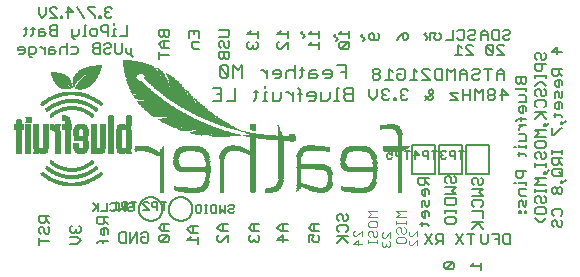
<source format=gbr>
G04 EAGLE Gerber RS-274X export*
G75*
%MOMM*%
%FSLAX34Y34*%
%LPD*%
%INSilkscreen Bottom*%
%IPPOS*%
%AMOC8*
5,1,8,0,0,1.08239X$1,22.5*%
G01*
%ADD10C,0.127000*%
%ADD11C,0.101600*%
%ADD12C,0.177800*%
%ADD13C,0.203200*%
%ADD14C,0.152400*%
%ADD15R,0.595000X0.017500*%
%ADD16R,0.945000X0.017500*%
%ADD17R,1.225000X0.017500*%
%ADD18R,1.435000X0.017500*%
%ADD19R,1.610000X0.017500*%
%ADD20R,1.750100X0.017500*%
%ADD21R,1.925000X0.017500*%
%ADD22R,2.065000X0.017500*%
%ADD23R,2.170000X0.017500*%
%ADD24R,2.310000X0.017500*%
%ADD25R,2.415000X0.017500*%
%ADD26R,2.520000X0.017500*%
%ADD27R,2.625000X0.017500*%
%ADD28R,2.730000X0.017500*%
%ADD29R,2.800000X0.017500*%
%ADD30R,1.155000X0.017500*%
%ADD31R,1.032500X0.017500*%
%ADD32R,1.050000X0.017500*%
%ADD33R,0.962500X0.017500*%
%ADD34R,0.892500X0.017500*%
%ADD35R,0.857500X0.017500*%
%ADD36R,0.822500X0.017500*%
%ADD37R,0.787500X0.017500*%
%ADD38R,0.752500X0.017500*%
%ADD39R,0.717500X0.017500*%
%ADD40R,0.700000X0.017500*%
%ADD41R,0.682500X0.017500*%
%ADD42R,0.665000X0.017500*%
%ADD43R,0.647500X0.017500*%
%ADD44R,0.630000X0.017500*%
%ADD45R,0.612500X0.017500*%
%ADD46R,0.577500X0.017500*%
%ADD47R,0.560000X0.017500*%
%ADD48R,0.542500X0.017500*%
%ADD49R,0.525000X0.017500*%
%ADD50R,0.507500X0.017500*%
%ADD51R,1.330000X0.017500*%
%ADD52R,1.505000X0.017500*%
%ADD53R,0.490000X0.017500*%
%ADD54R,1.645000X0.017500*%
%ADD55R,1.785000X0.017500*%
%ADD56R,1.890000X0.017500*%
%ADD57R,0.472500X0.017500*%
%ADD58R,2.030000X0.017500*%
%ADD59R,2.135000X0.017500*%
%ADD60R,2.240000X0.017500*%
%ADD61R,0.455000X0.017500*%
%ADD62R,2.590000X0.017500*%
%ADD63R,0.437500X0.017500*%
%ADD64R,1.015000X0.017500*%
%ADD65R,0.875000X0.017500*%
%ADD66R,0.420000X0.017500*%
%ADD67R,0.770000X0.017500*%
%ADD68R,0.735000X0.017500*%
%ADD69R,0.385000X0.017500*%
%ADD70R,0.367500X0.017500*%
%ADD71R,0.350000X0.017500*%
%ADD72R,0.315000X0.017500*%
%ADD73R,0.262500X0.017500*%
%ADD74R,0.210000X0.017500*%
%ADD75R,0.175000X0.017500*%
%ADD76R,0.140000X0.017500*%
%ADD77R,0.105000X0.017500*%
%ADD78R,1.085000X0.017500*%
%ADD79R,1.365000X0.017500*%
%ADD80R,1.855000X0.017500*%
%ADD81R,2.100000X0.017500*%
%ADD82R,2.205000X0.017500*%
%ADD83R,2.275000X0.017500*%
%ADD84R,1.102500X0.017500*%
%ADD85R,1.120000X0.017500*%
%ADD86R,0.910000X0.017500*%
%ADD87R,0.297500X0.017500*%
%ADD88R,0.227500X0.017500*%
%ADD89R,0.192500X0.017500*%
%ADD90R,0.157500X0.017500*%
%ADD91R,0.122500X0.017500*%
%ADD92R,0.087500X0.017500*%
%ADD93R,0.035000X0.017500*%
%ADD94R,0.402500X0.017500*%
%ADD95R,0.367600X0.017500*%
%ADD96R,0.420100X0.017500*%
%ADD97R,0.437600X0.017500*%
%ADD98R,1.102600X0.017500*%
%ADD99R,1.120100X0.017500*%
%ADD100R,1.137500X0.017500*%
%ADD101R,1.137600X0.017500*%
%ADD102R,0.927500X0.017500*%
%ADD103R,1.155100X0.017500*%
%ADD104R,1.172500X0.017500*%
%ADD105R,1.172600X0.017500*%
%ADD106R,0.997500X0.017500*%
%ADD107R,1.190000X0.017500*%
%ADD108R,1.190100X0.017500*%
%ADD109R,1.207500X0.017500*%
%ADD110R,1.067500X0.017500*%
%ADD111R,1.207600X0.017500*%
%ADD112R,1.225100X0.017500*%
%ADD113R,1.242500X0.017500*%
%ADD114R,1.242600X0.017500*%
%ADD115R,1.260100X0.017500*%
%ADD116R,1.260000X0.017500*%
%ADD117R,0.612600X0.017500*%
%ADD118R,0.560100X0.017500*%
%ADD119R,0.507600X0.017500*%
%ADD120R,0.490100X0.017500*%
%ADD121R,0.455100X0.017500*%
%ADD122R,0.472600X0.017500*%
%ADD123R,0.805000X0.017500*%
%ADD124R,0.525100X0.017500*%
%ADD125R,0.577600X0.017500*%
%ADD126R,0.524900X0.017500*%
%ADD127R,0.840000X0.017500*%
%ADD128R,0.332500X0.017500*%
%ADD129R,0.245000X0.017500*%
%ADD130R,0.017500X0.017500*%
%ADD131R,0.594900X0.017500*%
%ADD132R,1.960000X0.017500*%
%ADD133R,1.540000X0.017500*%
%ADD134R,1.400000X0.017500*%
%ADD135R,0.052500X0.017500*%
%ADD136R,0.280000X0.017500*%
%ADD137R,2.432500X0.017500*%
%ADD138R,2.345000X0.017500*%
%ADD139R,1.680000X0.017500*%
%ADD140R,0.980000X0.017500*%
%ADD141R,2.835000X0.017500*%
%ADD142R,0.070000X0.017500*%
%ADD143R,1.277500X0.017500*%
%ADD144R,1.224900X0.017500*%
%ADD145R,0.665100X0.017500*%
%ADD146R,1.697500X0.017500*%
%ADD147R,1.662500X0.017500*%
%ADD148R,1.627500X0.017500*%
%ADD149R,1.592500X0.017500*%
%ADD150R,1.557400X0.017500*%
%ADD151R,1.470000X0.017500*%
%ADD152R,1.312500X0.017500*%
%ADD153R,0.914400X0.025400*%
%ADD154R,0.508000X0.025400*%
%ADD155R,0.889000X0.025400*%
%ADD156R,0.406400X0.025400*%
%ADD157R,1.320800X0.025400*%
%ADD158R,0.736600X0.025400*%
%ADD159R,0.660400X0.025400*%
%ADD160R,1.346200X0.025400*%
%ADD161R,1.625600X0.025400*%
%ADD162R,0.939800X0.025400*%
%ADD163R,0.025400X0.025400*%
%ADD164R,0.863600X0.025400*%
%ADD165R,0.431800X0.025400*%
%ADD166R,1.600200X0.025400*%
%ADD167R,1.854200X0.025400*%
%ADD168R,1.066800X0.025400*%
%ADD169R,0.050800X0.025400*%
%ADD170R,1.828800X0.025400*%
%ADD171R,2.032000X0.025400*%
%ADD172R,1.219200X0.025400*%
%ADD173R,0.076200X0.025400*%
%ADD174R,0.990600X0.025400*%
%ADD175R,2.057400X0.025400*%
%ADD176R,2.209800X0.025400*%
%ADD177R,2.362200X0.025400*%
%ADD178R,1.447800X0.025400*%
%ADD179R,0.101600X0.025400*%
%ADD180R,1.092200X0.025400*%
%ADD181R,2.489200X0.025400*%
%ADD182R,1.574800X0.025400*%
%ADD183R,0.127000X0.025400*%
%ADD184R,1.143000X0.025400*%
%ADD185R,2.565400X0.025400*%
%ADD186R,1.676400X0.025400*%
%ADD187R,0.152400X0.025400*%
%ADD188R,1.168400X0.025400*%
%ADD189R,2.590800X0.025400*%
%ADD190R,1.752600X0.025400*%
%ADD191R,0.177800X0.025400*%
%ADD192R,1.193800X0.025400*%
%ADD193R,2.616200X0.025400*%
%ADD194R,0.203200X0.025400*%
%ADD195R,2.641600X0.025400*%
%ADD196R,1.930400X0.025400*%
%ADD197R,0.228600X0.025400*%
%ADD198R,1.244600X0.025400*%
%ADD199R,2.667000X0.025400*%
%ADD200R,0.254000X0.025400*%
%ADD201R,2.692400X0.025400*%
%ADD202R,2.108200X0.025400*%
%ADD203R,0.279400X0.025400*%
%ADD204R,2.717800X0.025400*%
%ADD205R,1.041400X0.025400*%
%ADD206R,2.743200X0.025400*%
%ADD207R,2.260600X0.025400*%
%ADD208R,0.304800X0.025400*%
%ADD209R,0.838200X0.025400*%
%ADD210R,0.685800X0.025400*%
%ADD211R,1.270000X0.025400*%
%ADD212R,0.330200X0.025400*%
%ADD213R,0.609600X0.025400*%
%ADD214R,0.355600X0.025400*%
%ADD215R,0.762000X0.025400*%
%ADD216R,0.635000X0.025400*%
%ADD217R,0.584200X0.025400*%
%ADD218R,0.381000X0.025400*%
%ADD219R,0.533400X0.025400*%
%ADD220R,0.558800X0.025400*%
%ADD221R,0.482600X0.025400*%
%ADD222R,1.117600X0.025400*%
%ADD223R,0.457200X0.025400*%
%ADD224R,0.787400X0.025400*%
%ADD225R,0.711200X0.025400*%
%ADD226R,2.413000X0.025400*%
%ADD227R,2.438400X0.025400*%
%ADD228R,2.540000X0.025400*%
%ADD229R,2.794000X0.025400*%
%ADD230R,2.819400X0.025400*%
%ADD231R,2.844800X0.025400*%
%ADD232R,2.870200X0.025400*%
%ADD233R,1.016000X0.025400*%
%ADD234R,2.895600X0.025400*%
%ADD235R,1.422400X0.025400*%
%ADD236R,2.921000X0.025400*%
%ADD237R,1.803400X0.025400*%
%ADD238R,2.946400X0.025400*%
%ADD239R,2.971800X0.025400*%
%ADD240R,2.997200X0.025400*%
%ADD241R,3.022600X0.025400*%
%ADD242R,2.768600X0.025400*%
%ADD243R,2.514600X0.025400*%
%ADD244R,2.336800X0.025400*%
%ADD245R,0.965200X0.025400*%
%ADD246R,0.812800X0.025400*%
%ADD247R,1.651000X0.025400*%
%ADD248R,1.701800X0.025400*%
%ADD249R,1.727200X0.025400*%
%ADD250R,2.159000X0.025400*%
%ADD251R,1.778000X0.025400*%
%ADD252R,2.082800X0.025400*%
%ADD253R,2.463800X0.025400*%
%ADD254R,2.006600X0.025400*%
%ADD255R,1.905000X0.025400*%
%ADD256R,2.286000X0.025400*%
%ADD257R,1.955800X0.025400*%
%ADD258R,2.235200X0.025400*%
%ADD259R,1.524000X0.025400*%
%ADD260R,1.981200X0.025400*%
%ADD261R,2.184400X0.025400*%
%ADD262R,1.473200X0.025400*%
%ADD263R,1.397000X0.025400*%
%ADD264R,2.387600X0.025400*%
%ADD265R,1.879600X0.025400*%
%ADD266R,1.295400X0.025400*%
%ADD267R,1.549400X0.025400*%
%ADD268R,1.371600X0.025400*%
%ADD269R,3.200400X0.025400*%
%ADD270R,3.378200X0.025400*%
%ADD271R,3.835400X0.025400*%
%ADD272R,3.987800X0.025400*%
%ADD273R,4.089400X0.025400*%
%ADD274R,4.216400X0.025400*%
%ADD275R,2.311400X0.025400*%
%ADD276R,3.225800X0.025400*%
%ADD277R,3.479800X0.025400*%
%ADD278R,3.454400X0.025400*%
%ADD279R,1.498600X0.025400*%
%ADD280R,3.429000X0.025400*%
%ADD281R,3.403600X0.025400*%
%ADD282R,3.352800X0.025400*%
%ADD283R,3.327400X0.025400*%
%ADD284R,3.302000X0.025400*%
%ADD285R,3.276600X0.025400*%
%ADD286R,3.251200X0.025400*%
%ADD287R,3.175000X0.025400*%
%ADD288R,2.133600X0.025400*%


D10*
X420618Y183515D02*
X426550Y183515D01*
X420618Y189447D01*
X420618Y190930D01*
X422101Y192413D01*
X425067Y192413D01*
X426550Y190930D01*
X417195Y189447D02*
X414229Y192413D01*
X414229Y183515D01*
X417195Y183515D02*
X411263Y183515D01*
X447288Y183515D02*
X453220Y183515D01*
X447288Y189447D01*
X447288Y190930D01*
X448771Y192413D01*
X451737Y192413D01*
X453220Y190930D01*
X443865Y190930D02*
X443865Y184998D01*
X443865Y190930D02*
X442382Y192413D01*
X439416Y192413D01*
X437933Y190930D01*
X437933Y184998D01*
X439416Y183515D01*
X442382Y183515D01*
X443865Y184998D01*
X437933Y190930D01*
D11*
X332486Y34916D02*
X332486Y30171D01*
X332486Y34916D02*
X327741Y30171D01*
X326554Y30171D01*
X325368Y31357D01*
X325368Y33730D01*
X326554Y34916D01*
X325368Y23873D02*
X332486Y23873D01*
X328927Y27432D02*
X325368Y23873D01*
X328927Y22687D02*
X328927Y27432D01*
X356616Y28901D02*
X356616Y33646D01*
X351871Y28901D01*
X350684Y28901D01*
X349498Y30087D01*
X349498Y32460D01*
X350684Y33646D01*
X350684Y26162D02*
X349498Y24976D01*
X349498Y22603D01*
X350684Y21417D01*
X351871Y21417D01*
X353057Y22603D01*
X353057Y23789D01*
X353057Y22603D02*
X354243Y21417D01*
X355430Y21417D01*
X356616Y22603D01*
X356616Y24976D01*
X355430Y26162D01*
X379476Y30171D02*
X379476Y34916D01*
X374731Y30171D01*
X373544Y30171D01*
X372358Y31357D01*
X372358Y33730D01*
X373544Y34916D01*
X379476Y27432D02*
X379476Y22687D01*
X379476Y27432D02*
X374731Y22687D01*
X373544Y22687D01*
X372358Y23873D01*
X372358Y26246D01*
X373544Y27432D01*
D10*
X480900Y179746D02*
X479417Y181229D01*
X479417Y184194D01*
X480900Y185677D01*
X482383Y185677D01*
X483866Y184194D01*
X483866Y181229D01*
X485349Y179746D01*
X486832Y179746D01*
X488315Y181229D01*
X488315Y184194D01*
X486832Y185677D01*
X488315Y176322D02*
X479417Y176322D01*
X479417Y171873D01*
X480900Y170390D01*
X483866Y170390D01*
X485349Y171873D01*
X485349Y176322D01*
X488315Y166967D02*
X488315Y164001D01*
X488315Y165484D02*
X479417Y165484D01*
X479417Y166967D02*
X479417Y164001D01*
X485349Y160730D02*
X488315Y157764D01*
X485349Y160730D02*
X482383Y160730D01*
X479417Y157764D01*
X479417Y150045D02*
X480900Y148562D01*
X479417Y150045D02*
X479417Y153011D01*
X480900Y154493D01*
X482383Y154493D01*
X483866Y153011D01*
X483866Y150045D01*
X485349Y148562D01*
X486832Y148562D01*
X488315Y150045D01*
X488315Y153011D01*
X486832Y154493D01*
X479417Y140689D02*
X480900Y139207D01*
X479417Y140689D02*
X479417Y143655D01*
X480900Y145138D01*
X486832Y145138D01*
X488315Y143655D01*
X488315Y140689D01*
X486832Y139207D01*
X488315Y135783D02*
X479417Y135783D01*
X485349Y135783D02*
X479417Y129851D01*
X483866Y134300D02*
X488315Y129851D01*
X491281Y126428D02*
X488315Y123462D01*
X486832Y123462D01*
X486832Y124945D01*
X488315Y124945D01*
X488315Y123462D01*
X488315Y120191D02*
X479417Y120191D01*
X482383Y117225D01*
X479417Y114259D01*
X488315Y114259D01*
X479417Y109353D02*
X479417Y106387D01*
X479417Y109353D02*
X480900Y110836D01*
X486832Y110836D01*
X488315Y109353D01*
X488315Y106387D01*
X486832Y104904D01*
X480900Y104904D01*
X479417Y106387D01*
X479417Y97032D02*
X480900Y95549D01*
X479417Y97032D02*
X479417Y99998D01*
X480900Y101481D01*
X482383Y101481D01*
X483866Y99998D01*
X483866Y97032D01*
X485349Y95549D01*
X486832Y95549D01*
X488315Y97032D01*
X488315Y99998D01*
X486832Y101481D01*
X488315Y92126D02*
X488315Y89160D01*
X488315Y90643D02*
X479417Y90643D01*
X479417Y92126D02*
X479417Y89160D01*
X488315Y82923D02*
X491281Y85889D01*
X488315Y82923D02*
X486832Y82923D01*
X486832Y84406D01*
X488315Y84406D01*
X488315Y82923D01*
X488315Y79652D02*
X479417Y79652D01*
X482383Y76686D01*
X479417Y73720D01*
X488315Y73720D01*
X488315Y70297D02*
X488315Y67331D01*
X488315Y68814D02*
X479417Y68814D01*
X479417Y70297D02*
X479417Y67331D01*
X479417Y59611D02*
X480900Y58128D01*
X479417Y59611D02*
X479417Y62577D01*
X480900Y64060D01*
X482383Y64060D01*
X483866Y62577D01*
X483866Y59611D01*
X485349Y58128D01*
X486832Y58128D01*
X488315Y59611D01*
X488315Y62577D01*
X486832Y64060D01*
X479417Y53222D02*
X479417Y50256D01*
X479417Y53222D02*
X480900Y54705D01*
X486832Y54705D01*
X488315Y53222D01*
X488315Y50256D01*
X486832Y48773D01*
X480900Y48773D01*
X479417Y50256D01*
X485349Y42384D02*
X488315Y45350D01*
X485349Y42384D02*
X482383Y42384D01*
X479417Y45350D01*
X493387Y185906D02*
X502285Y185906D01*
X497836Y190355D02*
X493387Y185906D01*
X497836Y184423D02*
X497836Y190355D01*
X502285Y171645D02*
X493387Y171645D01*
X493387Y167196D01*
X494870Y165713D01*
X497836Y165713D01*
X499319Y167196D01*
X499319Y171645D01*
X499319Y168679D02*
X502285Y165713D01*
X502285Y160806D02*
X502285Y157841D01*
X502285Y160806D02*
X500802Y162289D01*
X497836Y162289D01*
X496353Y160806D01*
X496353Y157841D01*
X497836Y156358D01*
X499319Y156358D01*
X499319Y162289D01*
X502285Y152934D02*
X502285Y148485D01*
X500802Y147002D01*
X499319Y148485D01*
X499319Y151451D01*
X497836Y152934D01*
X496353Y151451D01*
X496353Y147002D01*
X502285Y142096D02*
X502285Y139130D01*
X502285Y142096D02*
X500802Y143579D01*
X497836Y143579D01*
X496353Y142096D01*
X496353Y139130D01*
X497836Y137647D01*
X499319Y137647D01*
X499319Y143579D01*
X500802Y132741D02*
X494870Y132741D01*
X500802Y132741D02*
X502285Y131258D01*
X496353Y131258D02*
X496353Y134224D01*
X505251Y127987D02*
X502285Y125021D01*
X500802Y125021D01*
X500802Y126504D01*
X502285Y126504D01*
X502285Y125021D01*
X493387Y121750D02*
X493387Y115819D01*
X494870Y115819D01*
X500802Y121750D01*
X502285Y121750D01*
X502285Y103040D02*
X502285Y100074D01*
X502285Y101557D02*
X493387Y101557D01*
X493387Y103040D02*
X493387Y100074D01*
X493387Y96803D02*
X502285Y96803D01*
X493387Y96803D02*
X493387Y92354D01*
X494870Y90871D01*
X497836Y90871D01*
X499319Y92354D01*
X499319Y96803D01*
X499319Y93837D02*
X502285Y90871D01*
X500802Y87448D02*
X494870Y87448D01*
X493387Y85965D01*
X493387Y82999D01*
X494870Y81516D01*
X500802Y81516D01*
X502285Y82999D01*
X502285Y85965D01*
X500802Y87448D01*
X499319Y84482D02*
X502285Y81516D01*
X505251Y78093D02*
X502285Y75127D01*
X500802Y75127D01*
X500802Y76610D01*
X502285Y76610D01*
X502285Y75127D01*
X494870Y71856D02*
X493387Y70373D01*
X493387Y67407D01*
X494870Y65924D01*
X496353Y65924D01*
X497836Y67407D01*
X499319Y65924D01*
X500802Y65924D01*
X502285Y67407D01*
X502285Y70373D01*
X500802Y71856D01*
X499319Y71856D01*
X497836Y70373D01*
X496353Y71856D01*
X494870Y71856D01*
X497836Y70373D02*
X497836Y67407D01*
X493387Y48697D02*
X494870Y47214D01*
X493387Y48697D02*
X493387Y51663D01*
X494870Y53146D01*
X500802Y53146D01*
X502285Y51663D01*
X502285Y48697D01*
X500802Y47214D01*
X493387Y39342D02*
X494870Y37859D01*
X493387Y39342D02*
X493387Y42307D01*
X494870Y43790D01*
X496353Y43790D01*
X497836Y42307D01*
X497836Y39342D01*
X499319Y37859D01*
X500802Y37859D01*
X502285Y39342D01*
X502285Y42307D01*
X500802Y43790D01*
X471805Y165295D02*
X462907Y165295D01*
X462907Y160846D01*
X464390Y159363D01*
X465873Y159363D01*
X467356Y160846D01*
X468839Y159363D01*
X470322Y159363D01*
X471805Y160846D01*
X471805Y165295D01*
X467356Y165295D02*
X467356Y160846D01*
X462907Y155939D02*
X462907Y154456D01*
X471805Y154456D01*
X471805Y152974D02*
X471805Y155939D01*
X470322Y149703D02*
X465873Y149703D01*
X470322Y149703D02*
X471805Y148220D01*
X471805Y143771D01*
X465873Y143771D01*
X471805Y138865D02*
X471805Y135899D01*
X471805Y138865D02*
X470322Y140347D01*
X467356Y140347D01*
X465873Y138865D01*
X465873Y135899D01*
X467356Y134416D01*
X468839Y134416D01*
X468839Y140347D01*
X471805Y129509D02*
X464390Y129509D01*
X462907Y128026D01*
X467356Y128026D02*
X467356Y130992D01*
X465873Y124755D02*
X471805Y124755D01*
X468839Y124755D02*
X465873Y121790D01*
X465873Y120307D01*
X465873Y116959D02*
X470322Y116959D01*
X471805Y115477D01*
X471805Y111028D01*
X465873Y111028D01*
X465873Y107604D02*
X465873Y106121D01*
X471805Y106121D01*
X471805Y107604D02*
X471805Y104638D01*
X462907Y106121D02*
X461424Y106121D01*
X464390Y99885D02*
X470322Y99885D01*
X471805Y98402D01*
X465873Y98402D02*
X465873Y101368D01*
X462907Y85776D02*
X471805Y85776D01*
X462907Y85776D02*
X462907Y81327D01*
X464390Y79844D01*
X467356Y79844D01*
X468839Y81327D01*
X468839Y85776D01*
X465873Y76420D02*
X465873Y74937D01*
X471805Y74937D01*
X471805Y73455D02*
X471805Y76420D01*
X462907Y74937D02*
X461424Y74937D01*
X465873Y70184D02*
X471805Y70184D01*
X465873Y70184D02*
X465873Y65735D01*
X467356Y64252D01*
X471805Y64252D01*
X471805Y60828D02*
X471805Y56380D01*
X470322Y54897D01*
X468839Y56380D01*
X468839Y59345D01*
X467356Y60828D01*
X465873Y59345D01*
X465873Y54897D01*
X465873Y51473D02*
X465873Y49990D01*
X467356Y49990D01*
X467356Y51473D01*
X465873Y51473D01*
X470322Y51473D02*
X470322Y49990D01*
X471805Y49990D01*
X471805Y51473D01*
X470322Y51473D01*
X121008Y222680D02*
X119525Y224163D01*
X116559Y224163D01*
X115076Y222680D01*
X115076Y221197D01*
X116559Y219714D01*
X118042Y219714D01*
X116559Y219714D02*
X115076Y218231D01*
X115076Y216748D01*
X116559Y215265D01*
X119525Y215265D01*
X121008Y216748D01*
X111653Y216748D02*
X111653Y215265D01*
X111653Y216748D02*
X110170Y216748D01*
X110170Y215265D01*
X111653Y215265D01*
X106975Y224163D02*
X101044Y224163D01*
X101044Y222680D01*
X106975Y216748D01*
X106975Y215265D01*
X97620Y215265D02*
X91689Y224163D01*
X83816Y224163D02*
X83816Y215265D01*
X88265Y219714D02*
X83816Y224163D01*
X82333Y219714D02*
X88265Y219714D01*
X78910Y216748D02*
X78910Y215265D01*
X78910Y216748D02*
X77427Y216748D01*
X77427Y215265D01*
X78910Y215265D01*
X74232Y215265D02*
X68301Y215265D01*
X74232Y215265D02*
X68301Y221197D01*
X68301Y222680D01*
X69783Y224163D01*
X72749Y224163D01*
X74232Y222680D01*
X64877Y224163D02*
X64877Y218231D01*
X61911Y215265D01*
X58945Y218231D01*
X58945Y224163D01*
X133482Y208923D02*
X133482Y200025D01*
X127550Y200025D01*
X124127Y205957D02*
X122644Y205957D01*
X122644Y200025D01*
X124127Y200025D02*
X121161Y200025D01*
X122644Y208923D02*
X122644Y210406D01*
X117890Y208923D02*
X117890Y200025D01*
X117890Y208923D02*
X113441Y208923D01*
X111958Y207440D01*
X111958Y204474D01*
X113441Y202991D01*
X117890Y202991D01*
X107052Y200025D02*
X104086Y200025D01*
X102603Y201508D01*
X102603Y204474D01*
X104086Y205957D01*
X107052Y205957D01*
X108535Y204474D01*
X108535Y201508D01*
X107052Y200025D01*
X99179Y208923D02*
X97697Y208923D01*
X97697Y200025D01*
X99179Y200025D02*
X96214Y200025D01*
X92943Y201508D02*
X92943Y205957D01*
X92943Y201508D02*
X91460Y200025D01*
X87011Y200025D01*
X87011Y198542D02*
X87011Y205957D01*
X87011Y198542D02*
X88494Y197059D01*
X89977Y197059D01*
X74232Y200025D02*
X74232Y208923D01*
X69784Y208923D01*
X68301Y207440D01*
X68301Y205957D01*
X69784Y204474D01*
X68301Y202991D01*
X68301Y201508D01*
X69784Y200025D01*
X74232Y200025D01*
X74232Y204474D02*
X69784Y204474D01*
X63394Y205957D02*
X60428Y205957D01*
X58945Y204474D01*
X58945Y200025D01*
X63394Y200025D01*
X64877Y201508D01*
X63394Y202991D01*
X58945Y202991D01*
X54039Y201508D02*
X54039Y207440D01*
X54039Y201508D02*
X52556Y200025D01*
X52556Y205957D02*
X55522Y205957D01*
X47802Y207440D02*
X47802Y201508D01*
X46319Y200025D01*
X46319Y205957D02*
X49285Y205957D01*
X137456Y189234D02*
X137456Y186268D01*
X135973Y184785D01*
X134490Y184785D01*
X133007Y186268D01*
X133007Y189234D01*
X137456Y186268D02*
X137456Y183302D01*
X138939Y181819D01*
X129584Y186268D02*
X129584Y193683D01*
X129584Y186268D02*
X128101Y184785D01*
X125135Y184785D01*
X123652Y186268D01*
X123652Y193683D01*
X115780Y193683D02*
X114297Y192200D01*
X115780Y193683D02*
X118746Y193683D01*
X120229Y192200D01*
X120229Y190717D01*
X118746Y189234D01*
X115780Y189234D01*
X114297Y187751D01*
X114297Y186268D01*
X115780Y184785D01*
X118746Y184785D01*
X120229Y186268D01*
X110873Y184785D02*
X110873Y193683D01*
X106425Y193683D01*
X104942Y192200D01*
X104942Y190717D01*
X106425Y189234D01*
X104942Y187751D01*
X104942Y186268D01*
X106425Y184785D01*
X110873Y184785D01*
X110873Y189234D02*
X106425Y189234D01*
X90680Y190717D02*
X86231Y190717D01*
X90680Y190717D02*
X92163Y189234D01*
X92163Y186268D01*
X90680Y184785D01*
X86231Y184785D01*
X82808Y184785D02*
X82808Y193683D01*
X81325Y190717D02*
X82808Y189234D01*
X81325Y190717D02*
X78359Y190717D01*
X76876Y189234D01*
X76876Y184785D01*
X71970Y190717D02*
X69004Y190717D01*
X67521Y189234D01*
X67521Y184785D01*
X71970Y184785D01*
X73453Y186268D01*
X71970Y187751D01*
X67521Y187751D01*
X64097Y184785D02*
X64097Y190717D01*
X61132Y190717D02*
X64097Y187751D01*
X61132Y190717D02*
X59649Y190717D01*
X53336Y181819D02*
X51853Y181819D01*
X50370Y183302D01*
X50370Y190717D01*
X54819Y190717D01*
X56302Y189234D01*
X56302Y186268D01*
X54819Y184785D01*
X50370Y184785D01*
X45463Y184785D02*
X42498Y184785D01*
X45463Y184785D02*
X46946Y186268D01*
X46946Y189234D01*
X45463Y190717D01*
X42498Y190717D01*
X41015Y189234D01*
X41015Y187751D01*
X46946Y187751D01*
D12*
X318817Y175015D02*
X318817Y164084D01*
X318817Y175015D02*
X311530Y175015D01*
X315174Y169550D02*
X318817Y169550D01*
X305302Y164084D02*
X301658Y164084D01*
X305302Y164084D02*
X307124Y165906D01*
X307124Y169550D01*
X305302Y171372D01*
X301658Y171372D01*
X299836Y169550D01*
X299836Y167728D01*
X307124Y167728D01*
X293608Y171372D02*
X289964Y171372D01*
X288142Y169550D01*
X288142Y164084D01*
X293608Y164084D01*
X295430Y165906D01*
X293608Y167728D01*
X288142Y167728D01*
X281914Y165906D02*
X281914Y173193D01*
X281914Y165906D02*
X280092Y164084D01*
X280092Y171372D02*
X283736Y171372D01*
X275940Y175015D02*
X275940Y164084D01*
X275940Y169550D02*
X274118Y171372D01*
X270474Y171372D01*
X268652Y169550D01*
X268652Y164084D01*
X262424Y164084D02*
X258780Y164084D01*
X262424Y164084D02*
X264246Y165906D01*
X264246Y169550D01*
X262424Y171372D01*
X258780Y171372D01*
X256958Y169550D01*
X256958Y167728D01*
X264246Y167728D01*
X252552Y164084D02*
X252552Y171372D01*
X252552Y167728D02*
X248908Y171372D01*
X247086Y171372D01*
X231113Y175015D02*
X231113Y164084D01*
X227469Y171372D02*
X231113Y175015D01*
X227469Y171372D02*
X223825Y175015D01*
X223825Y164084D01*
X219419Y165906D02*
X219419Y173193D01*
X217597Y175015D01*
X213953Y175015D01*
X212131Y173193D01*
X212131Y165906D01*
X213953Y164084D01*
X217597Y164084D01*
X219419Y165906D01*
X212131Y173193D01*
X324664Y155965D02*
X324664Y145034D01*
X324664Y155965D02*
X319199Y155965D01*
X317377Y154143D01*
X317377Y152322D01*
X319199Y150500D01*
X317377Y148678D01*
X317377Y146856D01*
X319199Y145034D01*
X324664Y145034D01*
X324664Y150500D02*
X319199Y150500D01*
X312971Y155965D02*
X311149Y155965D01*
X311149Y145034D01*
X312971Y145034D02*
X309327Y145034D01*
X305175Y146856D02*
X305175Y152322D01*
X305175Y146856D02*
X303353Y145034D01*
X297887Y145034D01*
X297887Y152322D01*
X291659Y145034D02*
X288015Y145034D01*
X291659Y145034D02*
X293481Y146856D01*
X293481Y150500D01*
X291659Y152322D01*
X288015Y152322D01*
X286193Y150500D01*
X286193Y148678D01*
X293481Y148678D01*
X279965Y145034D02*
X279965Y154143D01*
X278143Y155965D01*
X278143Y150500D02*
X281787Y150500D01*
X273991Y152322D02*
X273991Y145034D01*
X273991Y148678D02*
X270347Y152322D01*
X268525Y152322D01*
X264246Y152322D02*
X264246Y146856D01*
X262424Y145034D01*
X256958Y145034D01*
X256958Y152322D01*
X252552Y152322D02*
X250730Y152322D01*
X250730Y145034D01*
X252552Y145034D02*
X248908Y145034D01*
X250730Y155965D02*
X250730Y157787D01*
X242934Y154143D02*
X242934Y146856D01*
X241112Y145034D01*
X241112Y152322D02*
X244756Y152322D01*
X225266Y155965D02*
X225266Y145034D01*
X217978Y145034D01*
X213572Y155965D02*
X206284Y155965D01*
X213572Y155965D02*
X213572Y145034D01*
X206284Y145034D01*
X209928Y150500D02*
X213572Y150500D01*
X453236Y162497D02*
X453236Y168937D01*
X450016Y172157D01*
X446796Y168937D01*
X446796Y162497D01*
X446796Y167327D02*
X453236Y167327D01*
X439492Y162497D02*
X439492Y172157D01*
X442712Y172157D02*
X436272Y172157D01*
X427357Y172157D02*
X425747Y170547D01*
X427357Y172157D02*
X430577Y172157D01*
X432187Y170547D01*
X432187Y168937D01*
X430577Y167327D01*
X427357Y167327D01*
X425747Y165717D01*
X425747Y164107D01*
X427357Y162497D01*
X430577Y162497D01*
X432187Y164107D01*
X421662Y162497D02*
X421662Y168937D01*
X418442Y172157D01*
X415222Y168937D01*
X415222Y162497D01*
X415222Y167327D02*
X421662Y167327D01*
X411138Y162497D02*
X411138Y172157D01*
X407918Y168937D01*
X404698Y172157D01*
X404698Y162497D01*
X400613Y162497D02*
X400613Y172157D01*
X400613Y162497D02*
X395783Y162497D01*
X394173Y164107D01*
X394173Y170547D01*
X395783Y172157D01*
X400613Y172157D01*
X390089Y162497D02*
X383649Y162497D01*
X390089Y162497D02*
X383649Y168937D01*
X383649Y170547D01*
X385259Y172157D01*
X388479Y172157D01*
X390089Y170547D01*
X379564Y168937D02*
X376344Y172157D01*
X376344Y162497D01*
X379564Y162497D02*
X373124Y162497D01*
X364209Y172157D02*
X362599Y170547D01*
X364209Y172157D02*
X367429Y172157D01*
X369040Y170547D01*
X369040Y164107D01*
X367429Y162497D01*
X364209Y162497D01*
X362599Y164107D01*
X362599Y167327D01*
X365819Y167327D01*
X358515Y168937D02*
X355295Y172157D01*
X355295Y162497D01*
X358515Y162497D02*
X352075Y162497D01*
X347990Y170547D02*
X346380Y172157D01*
X343160Y172157D01*
X341550Y170547D01*
X341550Y168937D01*
X343160Y167327D01*
X341550Y165717D01*
X341550Y164107D01*
X343160Y162497D01*
X346380Y162497D01*
X347990Y164107D01*
X347990Y165717D01*
X346380Y167327D01*
X347990Y168937D01*
X347990Y170547D01*
X346380Y167327D02*
X343160Y167327D01*
X451037Y155012D02*
X451037Y145352D01*
X455867Y150182D02*
X451037Y155012D01*
X449427Y150182D02*
X455867Y150182D01*
X445343Y153402D02*
X443733Y155012D01*
X440513Y155012D01*
X438903Y153402D01*
X438903Y151792D01*
X440513Y150182D01*
X438903Y148572D01*
X438903Y146962D01*
X440513Y145352D01*
X443733Y145352D01*
X445343Y146962D01*
X445343Y148572D01*
X443733Y150182D01*
X445343Y151792D01*
X445343Y153402D01*
X443733Y150182D02*
X440513Y150182D01*
X434818Y145352D02*
X434818Y155012D01*
X431598Y151792D01*
X428378Y155012D01*
X428378Y145352D01*
X424294Y145352D02*
X424294Y155012D01*
X424294Y150182D02*
X417853Y150182D01*
X417853Y155012D02*
X417853Y145352D01*
X413769Y151792D02*
X407329Y151792D01*
X413769Y145352D01*
X407329Y145352D01*
X389500Y145352D02*
X386280Y148572D01*
X389500Y145352D02*
X391110Y145352D01*
X392720Y146962D01*
X392720Y148572D01*
X389500Y151792D01*
X389500Y153402D01*
X391110Y155012D01*
X392720Y153402D01*
X392720Y151792D01*
X386280Y145352D01*
X371671Y153402D02*
X370061Y155012D01*
X366841Y155012D01*
X365231Y153402D01*
X365231Y151792D01*
X366841Y150182D01*
X368451Y150182D01*
X366841Y150182D02*
X365231Y148572D01*
X365231Y146962D01*
X366841Y145352D01*
X370061Y145352D01*
X371671Y146962D01*
X361146Y146962D02*
X361146Y145352D01*
X361146Y146962D02*
X359536Y146962D01*
X359536Y145352D01*
X361146Y145352D01*
X355884Y153402D02*
X354274Y155012D01*
X351054Y155012D01*
X349444Y153402D01*
X349444Y151792D01*
X351054Y150182D01*
X352664Y150182D01*
X351054Y150182D02*
X349444Y148572D01*
X349444Y146962D01*
X351054Y145352D01*
X354274Y145352D01*
X355884Y146962D01*
X345359Y148572D02*
X345359Y155012D01*
X345359Y148572D02*
X342139Y145352D01*
X338919Y148572D01*
X338919Y155012D01*
D10*
X218862Y205168D02*
X211447Y205168D01*
X218862Y205168D02*
X220345Y203685D01*
X220345Y200719D01*
X218862Y199236D01*
X211447Y199236D01*
X211447Y191364D02*
X212930Y189881D01*
X211447Y191364D02*
X211447Y194330D01*
X212930Y195813D01*
X214413Y195813D01*
X215896Y194330D01*
X215896Y191364D01*
X217379Y189881D01*
X218862Y189881D01*
X220345Y191364D01*
X220345Y194330D01*
X218862Y195813D01*
X220345Y186457D02*
X211447Y186457D01*
X211447Y182009D01*
X212930Y180526D01*
X214413Y180526D01*
X215896Y182009D01*
X217379Y180526D01*
X218862Y180526D01*
X220345Y182009D01*
X220345Y186457D01*
X215896Y186457D02*
X215896Y182009D01*
X235577Y201334D02*
X238543Y204300D01*
X235577Y201334D02*
X244475Y201334D01*
X244475Y204300D02*
X244475Y198368D01*
X237060Y194945D02*
X235577Y193462D01*
X235577Y190496D01*
X237060Y189013D01*
X238543Y189013D01*
X240026Y190496D01*
X240026Y191979D01*
X240026Y190496D02*
X241509Y189013D01*
X242992Y189013D01*
X244475Y190496D01*
X244475Y193462D01*
X242992Y194945D01*
X390517Y196231D02*
X390517Y202163D01*
X394966Y202163D01*
X393483Y199197D01*
X393483Y197714D01*
X394966Y196231D01*
X397932Y196231D01*
X399415Y197714D01*
X399415Y200680D01*
X397932Y202163D01*
X290613Y204300D02*
X287647Y201334D01*
X296545Y201334D01*
X296545Y204300D02*
X296545Y198368D01*
X290613Y194945D02*
X287647Y191979D01*
X296545Y191979D01*
X296545Y194945D02*
X296545Y189013D01*
X313047Y201334D02*
X316013Y204300D01*
X313047Y201334D02*
X321945Y201334D01*
X321945Y204300D02*
X321945Y198368D01*
X320462Y194945D02*
X314530Y194945D01*
X313047Y193462D01*
X313047Y190496D01*
X314530Y189013D01*
X320462Y189013D01*
X321945Y190496D01*
X321945Y193462D01*
X320462Y194945D01*
X314530Y189013D01*
X345862Y202163D02*
X347345Y200680D01*
X347345Y197714D01*
X345862Y196231D01*
X339930Y196231D01*
X338447Y197714D01*
X338447Y200680D01*
X339930Y202163D01*
X341413Y202163D01*
X342896Y200680D01*
X342896Y196231D01*
X422756Y203630D02*
X424239Y205113D01*
X427205Y205113D01*
X428688Y203630D01*
X428688Y202147D01*
X427205Y200664D01*
X424239Y200664D01*
X422756Y199181D01*
X422756Y197698D01*
X424239Y196215D01*
X427205Y196215D01*
X428688Y197698D01*
X414884Y205113D02*
X413401Y203630D01*
X414884Y205113D02*
X417850Y205113D01*
X419333Y203630D01*
X419333Y197698D01*
X417850Y196215D01*
X414884Y196215D01*
X413401Y197698D01*
X409977Y196215D02*
X409977Y205113D01*
X409977Y196215D02*
X404046Y196215D01*
X451966Y203630D02*
X453449Y205113D01*
X456415Y205113D01*
X457898Y203630D01*
X457898Y202147D01*
X456415Y200664D01*
X453449Y200664D01*
X451966Y199181D01*
X451966Y197698D01*
X453449Y196215D01*
X456415Y196215D01*
X457898Y197698D01*
X448543Y196215D02*
X448543Y205113D01*
X448543Y196215D02*
X444094Y196215D01*
X442611Y197698D01*
X442611Y203630D01*
X444094Y205113D01*
X448543Y205113D01*
X439187Y202147D02*
X439187Y196215D01*
X439187Y202147D02*
X436222Y205113D01*
X433256Y202147D01*
X433256Y196215D01*
X433256Y200664D02*
X439187Y200664D01*
X169545Y205168D02*
X160647Y205168D01*
X160647Y200719D01*
X162130Y199236D01*
X163613Y199236D01*
X165096Y200719D01*
X166579Y199236D01*
X168062Y199236D01*
X169545Y200719D01*
X169545Y205168D01*
X165096Y205168D02*
X165096Y200719D01*
X163613Y195813D02*
X169545Y195813D01*
X163613Y195813D02*
X160647Y192847D01*
X163613Y189881D01*
X169545Y189881D01*
X165096Y189881D02*
X165096Y195813D01*
X169545Y183492D02*
X160647Y183492D01*
X160647Y186457D02*
X160647Y180526D01*
X260977Y201334D02*
X263943Y204300D01*
X260977Y201334D02*
X269875Y201334D01*
X269875Y204300D02*
X269875Y198368D01*
X269875Y194945D02*
X269875Y189013D01*
X269875Y194945D02*
X263943Y189013D01*
X262460Y189013D01*
X260977Y190496D01*
X260977Y193462D01*
X262460Y194945D01*
X362577Y196231D02*
X364060Y199197D01*
X367026Y202163D01*
X369992Y202163D01*
X371475Y200680D01*
X371475Y197714D01*
X369992Y196231D01*
X368509Y196231D01*
X367026Y197714D01*
X367026Y202163D01*
X186047Y204300D02*
X186047Y198368D01*
X186047Y204300D02*
X194945Y204300D01*
X194945Y198368D01*
X190496Y201334D02*
X190496Y204300D01*
X189013Y194945D02*
X194945Y194945D01*
X189013Y194945D02*
X189013Y190496D01*
X190496Y189013D01*
X194945Y189013D01*
X386723Y196617D02*
X388206Y198100D01*
X385240Y201066D01*
X386723Y202549D01*
X67945Y47688D02*
X59047Y47688D01*
X59047Y43239D01*
X60530Y41756D01*
X63496Y41756D01*
X64979Y43239D01*
X64979Y47688D01*
X64979Y44722D02*
X67945Y41756D01*
X59047Y33884D02*
X60530Y32401D01*
X59047Y33884D02*
X59047Y36850D01*
X60530Y38333D01*
X62013Y38333D01*
X63496Y36850D01*
X63496Y33884D01*
X64979Y32401D01*
X66462Y32401D01*
X67945Y33884D01*
X67945Y36850D01*
X66462Y38333D01*
X67945Y26012D02*
X59047Y26012D01*
X59047Y28977D02*
X59047Y23046D01*
X108577Y46129D02*
X117475Y46129D01*
X108577Y46129D02*
X108577Y41680D01*
X110060Y40197D01*
X113026Y40197D01*
X114509Y41680D01*
X114509Y46129D01*
X114509Y43163D02*
X117475Y40197D01*
X117475Y35291D02*
X117475Y32325D01*
X117475Y35291D02*
X115992Y36773D01*
X113026Y36773D01*
X111543Y35291D01*
X111543Y32325D01*
X113026Y30842D01*
X114509Y30842D01*
X114509Y36773D01*
X117475Y25935D02*
X110060Y25935D01*
X108577Y24452D01*
X113026Y24452D02*
X113026Y27418D01*
X87200Y39200D02*
X85717Y37717D01*
X85717Y34751D01*
X87200Y33268D01*
X88683Y33268D01*
X90166Y34751D01*
X90166Y36234D01*
X90166Y34751D02*
X91649Y33268D01*
X93132Y33268D01*
X94615Y34751D01*
X94615Y37717D01*
X93132Y39200D01*
X91649Y29845D02*
X85717Y29845D01*
X91649Y29845D02*
X94615Y26879D01*
X91649Y23913D01*
X85717Y23913D01*
X290613Y40470D02*
X296545Y40470D01*
X290613Y40470D02*
X287647Y37504D01*
X290613Y34538D01*
X296545Y34538D01*
X292096Y34538D02*
X292096Y40470D01*
X287647Y31115D02*
X287647Y25183D01*
X287647Y31115D02*
X292096Y31115D01*
X290613Y28149D01*
X290613Y26666D01*
X292096Y25183D01*
X295062Y25183D01*
X296545Y26666D01*
X296545Y29632D01*
X295062Y31115D01*
X269875Y40470D02*
X263943Y40470D01*
X260977Y37504D01*
X263943Y34538D01*
X269875Y34538D01*
X265426Y34538D02*
X265426Y40470D01*
X269875Y26666D02*
X260977Y26666D01*
X265426Y31115D01*
X265426Y25183D01*
X245745Y40470D02*
X239813Y40470D01*
X236847Y37504D01*
X239813Y34538D01*
X245745Y34538D01*
X241296Y34538D02*
X241296Y40470D01*
X238330Y31115D02*
X236847Y29632D01*
X236847Y26666D01*
X238330Y25183D01*
X239813Y25183D01*
X241296Y26666D01*
X241296Y28149D01*
X241296Y26666D02*
X242779Y25183D01*
X244262Y25183D01*
X245745Y26666D01*
X245745Y29632D01*
X244262Y31115D01*
X219075Y40470D02*
X213143Y40470D01*
X210177Y37504D01*
X213143Y34538D01*
X219075Y34538D01*
X214626Y34538D02*
X214626Y40470D01*
X219075Y31115D02*
X219075Y25183D01*
X219075Y31115D02*
X213143Y25183D01*
X211660Y25183D01*
X210177Y26666D01*
X210177Y29632D01*
X211660Y31115D01*
X193675Y39200D02*
X187743Y39200D01*
X184777Y36234D01*
X187743Y33268D01*
X193675Y33268D01*
X189226Y33268D02*
X189226Y39200D01*
X187743Y29845D02*
X184777Y26879D01*
X193675Y26879D01*
X193675Y29845D02*
X193675Y23913D01*
X169545Y40470D02*
X163613Y40470D01*
X160647Y37504D01*
X163613Y34538D01*
X169545Y34538D01*
X165096Y34538D02*
X165096Y40470D01*
X168062Y31115D02*
X162130Y31115D01*
X160647Y29632D01*
X160647Y26666D01*
X162130Y25183D01*
X168062Y25183D01*
X169545Y26666D01*
X169545Y29632D01*
X168062Y31115D01*
X162130Y25183D01*
X311777Y44509D02*
X313260Y43026D01*
X311777Y44509D02*
X311777Y47475D01*
X313260Y48958D01*
X314743Y48958D01*
X316226Y47475D01*
X316226Y44509D01*
X317709Y43026D01*
X319192Y43026D01*
X320675Y44509D01*
X320675Y47475D01*
X319192Y48958D01*
X311777Y35154D02*
X313260Y33671D01*
X311777Y35154D02*
X311777Y38120D01*
X313260Y39603D01*
X319192Y39603D01*
X320675Y38120D01*
X320675Y35154D01*
X319192Y33671D01*
X320675Y30247D02*
X311777Y30247D01*
X311777Y24316D02*
X317709Y30247D01*
X316226Y28765D02*
X320675Y24316D01*
D11*
X337686Y51329D02*
X345567Y51329D01*
X340313Y48702D02*
X337686Y51329D01*
X340313Y48702D02*
X337686Y46075D01*
X345567Y46075D01*
X337686Y41830D02*
X337686Y39203D01*
X337686Y41830D02*
X339000Y43144D01*
X344254Y43144D01*
X345567Y41830D01*
X345567Y39203D01*
X344254Y37890D01*
X339000Y37890D01*
X337686Y39203D01*
X337686Y31017D02*
X339000Y29704D01*
X337686Y31017D02*
X337686Y33644D01*
X339000Y34958D01*
X340313Y34958D01*
X341627Y33644D01*
X341627Y31017D01*
X342940Y29704D01*
X344254Y29704D01*
X345567Y31017D01*
X345567Y33644D01*
X344254Y34958D01*
X345567Y26772D02*
X345567Y24145D01*
X345567Y25459D02*
X337686Y25459D01*
X337686Y26772D02*
X337686Y24145D01*
X361816Y51329D02*
X369697Y51329D01*
X364443Y48702D02*
X361816Y51329D01*
X364443Y48702D02*
X361816Y46075D01*
X369697Y46075D01*
X369697Y43144D02*
X369697Y40517D01*
X369697Y41830D02*
X361816Y41830D01*
X361816Y40517D02*
X361816Y43144D01*
X361816Y33746D02*
X363130Y32433D01*
X361816Y33746D02*
X361816Y36373D01*
X363130Y37686D01*
X364443Y37686D01*
X365757Y36373D01*
X365757Y33746D01*
X367070Y32433D01*
X368384Y32433D01*
X369697Y33746D01*
X369697Y36373D01*
X368384Y37686D01*
X361816Y28187D02*
X361816Y25560D01*
X361816Y28187D02*
X363130Y29501D01*
X368384Y29501D01*
X369697Y28187D01*
X369697Y25560D01*
X368384Y24247D01*
X363130Y24247D01*
X361816Y25560D01*
D10*
X403438Y2307D02*
X409370Y2307D01*
X410853Y3790D01*
X410853Y6756D01*
X409370Y8239D01*
X403438Y8239D01*
X401955Y6756D01*
X401955Y3790D01*
X403438Y2307D01*
X409370Y8239D01*
X424807Y4887D02*
X427773Y7853D01*
X424807Y4887D02*
X433705Y4887D01*
X433705Y7853D02*
X433705Y1921D01*
X401150Y23495D02*
X401150Y32393D01*
X396701Y32393D01*
X395218Y30910D01*
X395218Y27944D01*
X396701Y26461D01*
X401150Y26461D01*
X398184Y26461D02*
X395218Y23495D01*
X385863Y23495D02*
X391795Y32393D01*
X385863Y32393D02*
X391795Y23495D01*
X424854Y23495D02*
X424854Y32393D01*
X427820Y32393D02*
X421888Y32393D01*
X418465Y32393D02*
X412533Y23495D01*
X418465Y23495D02*
X412533Y32393D01*
X147379Y33663D02*
X145896Y32180D01*
X147379Y33663D02*
X150345Y33663D01*
X151828Y32180D01*
X151828Y26248D01*
X150345Y24765D01*
X147379Y24765D01*
X145896Y26248D01*
X145896Y29214D01*
X148862Y29214D01*
X142473Y24765D02*
X142473Y33663D01*
X136541Y24765D01*
X136541Y33663D01*
X133117Y33663D02*
X133117Y24765D01*
X128669Y24765D01*
X127186Y26248D01*
X127186Y32180D01*
X128669Y33663D01*
X133117Y33663D01*
X457898Y32393D02*
X457898Y23495D01*
X453449Y23495D01*
X451966Y24978D01*
X451966Y30910D01*
X453449Y32393D01*
X457898Y32393D01*
X448543Y32393D02*
X448543Y23495D01*
X448543Y32393D02*
X442611Y32393D01*
X445577Y27944D02*
X448543Y27944D01*
X439187Y24978D02*
X439187Y32393D01*
X439187Y24978D02*
X437705Y23495D01*
X434739Y23495D01*
X433256Y24978D01*
X433256Y32393D01*
X427560Y73971D02*
X426077Y75454D01*
X426077Y78420D01*
X427560Y79903D01*
X429043Y79903D01*
X430526Y78420D01*
X430526Y75454D01*
X432009Y73971D01*
X433492Y73971D01*
X434975Y75454D01*
X434975Y78420D01*
X433492Y79903D01*
X434975Y70548D02*
X426077Y70548D01*
X432009Y67582D02*
X434975Y70548D01*
X432009Y67582D02*
X434975Y64616D01*
X426077Y64616D01*
X426077Y56744D02*
X427560Y55261D01*
X426077Y56744D02*
X426077Y59710D01*
X427560Y61193D01*
X433492Y61193D01*
X434975Y59710D01*
X434975Y56744D01*
X433492Y55261D01*
X434975Y51837D02*
X426077Y51837D01*
X434975Y51837D02*
X434975Y45906D01*
X434975Y42482D02*
X426077Y42482D01*
X426077Y36551D02*
X432009Y42482D01*
X430526Y40999D02*
X434975Y36551D01*
X404700Y74952D02*
X403217Y76435D01*
X403217Y79401D01*
X404700Y80884D01*
X406183Y80884D01*
X407666Y79401D01*
X407666Y76435D01*
X409149Y74952D01*
X410632Y74952D01*
X412115Y76435D01*
X412115Y79401D01*
X410632Y80884D01*
X412115Y71529D02*
X403217Y71529D01*
X409149Y68563D02*
X412115Y71529D01*
X409149Y68563D02*
X412115Y65597D01*
X403217Y65597D01*
X403217Y62173D02*
X412115Y62173D01*
X412115Y57725D01*
X410632Y56242D01*
X404700Y56242D01*
X403217Y57725D01*
X403217Y62173D01*
X412115Y52818D02*
X412115Y49852D01*
X412115Y51335D02*
X403217Y51335D01*
X403217Y52818D02*
X403217Y49852D01*
X403217Y45099D02*
X403217Y42133D01*
X403217Y45099D02*
X404700Y46581D01*
X410632Y46581D01*
X412115Y45099D01*
X412115Y42133D01*
X410632Y40650D01*
X404700Y40650D01*
X403217Y42133D01*
X389255Y79614D02*
X380357Y79614D01*
X380357Y75165D01*
X381840Y73682D01*
X384806Y73682D01*
X386289Y75165D01*
X386289Y79614D01*
X386289Y76648D02*
X389255Y73682D01*
X389255Y68776D02*
X389255Y65810D01*
X389255Y68776D02*
X387772Y70259D01*
X384806Y70259D01*
X383323Y68776D01*
X383323Y65810D01*
X384806Y64327D01*
X386289Y64327D01*
X386289Y70259D01*
X389255Y60903D02*
X389255Y56455D01*
X387772Y54972D01*
X386289Y56455D01*
X386289Y59421D01*
X384806Y60903D01*
X383323Y59421D01*
X383323Y54972D01*
X389255Y50065D02*
X389255Y47099D01*
X389255Y50065D02*
X387772Y51548D01*
X384806Y51548D01*
X383323Y50065D01*
X383323Y47099D01*
X384806Y45617D01*
X386289Y45617D01*
X386289Y51548D01*
X387772Y40710D02*
X381840Y40710D01*
X387772Y40710D02*
X389255Y39227D01*
X383323Y39227D02*
X383323Y42193D01*
X135633Y58299D02*
X134489Y57155D01*
X135633Y58299D02*
X137921Y58299D01*
X139065Y57155D01*
X139065Y56011D01*
X137921Y54867D01*
X135633Y54867D01*
X134489Y53723D01*
X134489Y52579D01*
X135633Y51435D01*
X137921Y51435D01*
X139065Y52579D01*
X131581Y51435D02*
X131581Y58299D01*
X129293Y53723D02*
X131581Y51435D01*
X129293Y53723D02*
X127005Y51435D01*
X127005Y58299D01*
X120665Y58299D02*
X119521Y57155D01*
X120665Y58299D02*
X122953Y58299D01*
X124097Y57155D01*
X124097Y52579D01*
X122953Y51435D01*
X120665Y51435D01*
X119521Y52579D01*
X116613Y51435D02*
X116613Y58299D01*
X116613Y51435D02*
X112037Y51435D01*
X109128Y51435D02*
X109128Y58299D01*
X109128Y53723D02*
X104552Y58299D01*
X107984Y54867D02*
X104552Y51435D01*
X219579Y55885D02*
X220723Y57029D01*
X223011Y57029D01*
X224155Y55885D01*
X224155Y54741D01*
X223011Y53597D01*
X220723Y53597D01*
X219579Y52453D01*
X219579Y51309D01*
X220723Y50165D01*
X223011Y50165D01*
X224155Y51309D01*
X216671Y50165D02*
X216671Y57029D01*
X214383Y52453D02*
X216671Y50165D01*
X214383Y52453D02*
X212095Y50165D01*
X212095Y57029D01*
X209187Y57029D02*
X209187Y50165D01*
X205755Y50165D01*
X204611Y51309D01*
X204611Y55885D01*
X205755Y57029D01*
X209187Y57029D01*
X201703Y50165D02*
X199415Y50165D01*
X200559Y50165D02*
X200559Y57029D01*
X201703Y57029D02*
X199415Y57029D01*
X195569Y57029D02*
X193281Y57029D01*
X195569Y57029D02*
X196713Y55885D01*
X196713Y51309D01*
X195569Y50165D01*
X193281Y50165D01*
X192137Y51309D01*
X192137Y55885D01*
X193281Y57029D01*
X310523Y195347D02*
X312006Y196830D01*
X309040Y199796D01*
X310523Y201279D01*
X284066Y199370D02*
X282583Y197887D01*
X284066Y199370D02*
X281100Y202336D01*
X282583Y203819D01*
X333383Y195347D02*
X334866Y196830D01*
X331900Y199796D01*
X333383Y201279D01*
D13*
X143670Y53340D02*
X143673Y53585D01*
X143682Y53831D01*
X143697Y54076D01*
X143718Y54320D01*
X143745Y54564D01*
X143778Y54807D01*
X143817Y55050D01*
X143862Y55291D01*
X143913Y55531D01*
X143970Y55770D01*
X144032Y56007D01*
X144101Y56243D01*
X144175Y56477D01*
X144255Y56709D01*
X144340Y56939D01*
X144431Y57167D01*
X144528Y57392D01*
X144630Y57616D01*
X144738Y57836D01*
X144851Y58054D01*
X144969Y58269D01*
X145093Y58481D01*
X145221Y58690D01*
X145355Y58896D01*
X145494Y59098D01*
X145638Y59297D01*
X145787Y59492D01*
X145940Y59684D01*
X146098Y59872D01*
X146260Y60056D01*
X146428Y60235D01*
X146599Y60411D01*
X146775Y60582D01*
X146954Y60750D01*
X147138Y60912D01*
X147326Y61070D01*
X147518Y61223D01*
X147713Y61372D01*
X147912Y61516D01*
X148114Y61655D01*
X148320Y61789D01*
X148529Y61917D01*
X148741Y62041D01*
X148956Y62159D01*
X149174Y62272D01*
X149394Y62380D01*
X149618Y62482D01*
X149843Y62579D01*
X150071Y62670D01*
X150301Y62755D01*
X150533Y62835D01*
X150767Y62909D01*
X151003Y62978D01*
X151240Y63040D01*
X151479Y63097D01*
X151719Y63148D01*
X151960Y63193D01*
X152203Y63232D01*
X152446Y63265D01*
X152690Y63292D01*
X152934Y63313D01*
X153179Y63328D01*
X153425Y63337D01*
X153670Y63340D01*
X153915Y63337D01*
X154161Y63328D01*
X154406Y63313D01*
X154650Y63292D01*
X154894Y63265D01*
X155137Y63232D01*
X155380Y63193D01*
X155621Y63148D01*
X155861Y63097D01*
X156100Y63040D01*
X156337Y62978D01*
X156573Y62909D01*
X156807Y62835D01*
X157039Y62755D01*
X157269Y62670D01*
X157497Y62579D01*
X157722Y62482D01*
X157946Y62380D01*
X158166Y62272D01*
X158384Y62159D01*
X158599Y62041D01*
X158811Y61917D01*
X159020Y61789D01*
X159226Y61655D01*
X159428Y61516D01*
X159627Y61372D01*
X159822Y61223D01*
X160014Y61070D01*
X160202Y60912D01*
X160386Y60750D01*
X160565Y60582D01*
X160741Y60411D01*
X160912Y60235D01*
X161080Y60056D01*
X161242Y59872D01*
X161400Y59684D01*
X161553Y59492D01*
X161702Y59297D01*
X161846Y59098D01*
X161985Y58896D01*
X162119Y58690D01*
X162247Y58481D01*
X162371Y58269D01*
X162489Y58054D01*
X162602Y57836D01*
X162710Y57616D01*
X162812Y57392D01*
X162909Y57167D01*
X163000Y56939D01*
X163085Y56709D01*
X163165Y56477D01*
X163239Y56243D01*
X163308Y56007D01*
X163370Y55770D01*
X163427Y55531D01*
X163478Y55291D01*
X163523Y55050D01*
X163562Y54807D01*
X163595Y54564D01*
X163622Y54320D01*
X163643Y54076D01*
X163658Y53831D01*
X163667Y53585D01*
X163670Y53340D01*
X163667Y53095D01*
X163658Y52849D01*
X163643Y52604D01*
X163622Y52360D01*
X163595Y52116D01*
X163562Y51873D01*
X163523Y51630D01*
X163478Y51389D01*
X163427Y51149D01*
X163370Y50910D01*
X163308Y50673D01*
X163239Y50437D01*
X163165Y50203D01*
X163085Y49971D01*
X163000Y49741D01*
X162909Y49513D01*
X162812Y49288D01*
X162710Y49064D01*
X162602Y48844D01*
X162489Y48626D01*
X162371Y48411D01*
X162247Y48199D01*
X162119Y47990D01*
X161985Y47784D01*
X161846Y47582D01*
X161702Y47383D01*
X161553Y47188D01*
X161400Y46996D01*
X161242Y46808D01*
X161080Y46624D01*
X160912Y46445D01*
X160741Y46269D01*
X160565Y46098D01*
X160386Y45930D01*
X160202Y45768D01*
X160014Y45610D01*
X159822Y45457D01*
X159627Y45308D01*
X159428Y45164D01*
X159226Y45025D01*
X159020Y44891D01*
X158811Y44763D01*
X158599Y44639D01*
X158384Y44521D01*
X158166Y44408D01*
X157946Y44300D01*
X157722Y44198D01*
X157497Y44101D01*
X157269Y44010D01*
X157039Y43925D01*
X156807Y43845D01*
X156573Y43771D01*
X156337Y43702D01*
X156100Y43640D01*
X155861Y43583D01*
X155621Y43532D01*
X155380Y43487D01*
X155137Y43448D01*
X154894Y43415D01*
X154650Y43388D01*
X154406Y43367D01*
X154161Y43352D01*
X153915Y43343D01*
X153670Y43340D01*
X153425Y43343D01*
X153179Y43352D01*
X152934Y43367D01*
X152690Y43388D01*
X152446Y43415D01*
X152203Y43448D01*
X151960Y43487D01*
X151719Y43532D01*
X151479Y43583D01*
X151240Y43640D01*
X151003Y43702D01*
X150767Y43771D01*
X150533Y43845D01*
X150301Y43925D01*
X150071Y44010D01*
X149843Y44101D01*
X149618Y44198D01*
X149394Y44300D01*
X149174Y44408D01*
X148956Y44521D01*
X148741Y44639D01*
X148529Y44763D01*
X148320Y44891D01*
X148114Y45025D01*
X147912Y45164D01*
X147713Y45308D01*
X147518Y45457D01*
X147326Y45610D01*
X147138Y45768D01*
X146954Y45930D01*
X146775Y46098D01*
X146599Y46269D01*
X146428Y46445D01*
X146260Y46624D01*
X146098Y46808D01*
X145940Y46996D01*
X145787Y47188D01*
X145638Y47383D01*
X145494Y47582D01*
X145355Y47784D01*
X145221Y47990D01*
X145093Y48199D01*
X144969Y48411D01*
X144851Y48626D01*
X144738Y48844D01*
X144630Y49064D01*
X144528Y49288D01*
X144431Y49513D01*
X144340Y49741D01*
X144255Y49971D01*
X144175Y50203D01*
X144101Y50437D01*
X144032Y50673D01*
X143970Y50910D01*
X143913Y51149D01*
X143862Y51389D01*
X143817Y51630D01*
X143778Y51873D01*
X143745Y52116D01*
X143718Y52360D01*
X143697Y52604D01*
X143682Y52849D01*
X143673Y53095D01*
X143670Y53340D01*
D14*
X139275Y52832D02*
X139275Y59442D01*
X141478Y59442D02*
X137072Y59442D01*
X133994Y59442D02*
X133994Y52832D01*
X133994Y59442D02*
X130689Y59442D01*
X129587Y58340D01*
X129587Y56137D01*
X130689Y55035D01*
X133994Y55035D01*
X126510Y57238D02*
X124307Y59442D01*
X124307Y52832D01*
X126510Y52832D02*
X122103Y52832D01*
D13*
X169070Y53340D02*
X169073Y53585D01*
X169082Y53831D01*
X169097Y54076D01*
X169118Y54320D01*
X169145Y54564D01*
X169178Y54807D01*
X169217Y55050D01*
X169262Y55291D01*
X169313Y55531D01*
X169370Y55770D01*
X169432Y56007D01*
X169501Y56243D01*
X169575Y56477D01*
X169655Y56709D01*
X169740Y56939D01*
X169831Y57167D01*
X169928Y57392D01*
X170030Y57616D01*
X170138Y57836D01*
X170251Y58054D01*
X170369Y58269D01*
X170493Y58481D01*
X170621Y58690D01*
X170755Y58896D01*
X170894Y59098D01*
X171038Y59297D01*
X171187Y59492D01*
X171340Y59684D01*
X171498Y59872D01*
X171660Y60056D01*
X171828Y60235D01*
X171999Y60411D01*
X172175Y60582D01*
X172354Y60750D01*
X172538Y60912D01*
X172726Y61070D01*
X172918Y61223D01*
X173113Y61372D01*
X173312Y61516D01*
X173514Y61655D01*
X173720Y61789D01*
X173929Y61917D01*
X174141Y62041D01*
X174356Y62159D01*
X174574Y62272D01*
X174794Y62380D01*
X175018Y62482D01*
X175243Y62579D01*
X175471Y62670D01*
X175701Y62755D01*
X175933Y62835D01*
X176167Y62909D01*
X176403Y62978D01*
X176640Y63040D01*
X176879Y63097D01*
X177119Y63148D01*
X177360Y63193D01*
X177603Y63232D01*
X177846Y63265D01*
X178090Y63292D01*
X178334Y63313D01*
X178579Y63328D01*
X178825Y63337D01*
X179070Y63340D01*
X179315Y63337D01*
X179561Y63328D01*
X179806Y63313D01*
X180050Y63292D01*
X180294Y63265D01*
X180537Y63232D01*
X180780Y63193D01*
X181021Y63148D01*
X181261Y63097D01*
X181500Y63040D01*
X181737Y62978D01*
X181973Y62909D01*
X182207Y62835D01*
X182439Y62755D01*
X182669Y62670D01*
X182897Y62579D01*
X183122Y62482D01*
X183346Y62380D01*
X183566Y62272D01*
X183784Y62159D01*
X183999Y62041D01*
X184211Y61917D01*
X184420Y61789D01*
X184626Y61655D01*
X184828Y61516D01*
X185027Y61372D01*
X185222Y61223D01*
X185414Y61070D01*
X185602Y60912D01*
X185786Y60750D01*
X185965Y60582D01*
X186141Y60411D01*
X186312Y60235D01*
X186480Y60056D01*
X186642Y59872D01*
X186800Y59684D01*
X186953Y59492D01*
X187102Y59297D01*
X187246Y59098D01*
X187385Y58896D01*
X187519Y58690D01*
X187647Y58481D01*
X187771Y58269D01*
X187889Y58054D01*
X188002Y57836D01*
X188110Y57616D01*
X188212Y57392D01*
X188309Y57167D01*
X188400Y56939D01*
X188485Y56709D01*
X188565Y56477D01*
X188639Y56243D01*
X188708Y56007D01*
X188770Y55770D01*
X188827Y55531D01*
X188878Y55291D01*
X188923Y55050D01*
X188962Y54807D01*
X188995Y54564D01*
X189022Y54320D01*
X189043Y54076D01*
X189058Y53831D01*
X189067Y53585D01*
X189070Y53340D01*
X189067Y53095D01*
X189058Y52849D01*
X189043Y52604D01*
X189022Y52360D01*
X188995Y52116D01*
X188962Y51873D01*
X188923Y51630D01*
X188878Y51389D01*
X188827Y51149D01*
X188770Y50910D01*
X188708Y50673D01*
X188639Y50437D01*
X188565Y50203D01*
X188485Y49971D01*
X188400Y49741D01*
X188309Y49513D01*
X188212Y49288D01*
X188110Y49064D01*
X188002Y48844D01*
X187889Y48626D01*
X187771Y48411D01*
X187647Y48199D01*
X187519Y47990D01*
X187385Y47784D01*
X187246Y47582D01*
X187102Y47383D01*
X186953Y47188D01*
X186800Y46996D01*
X186642Y46808D01*
X186480Y46624D01*
X186312Y46445D01*
X186141Y46269D01*
X185965Y46098D01*
X185786Y45930D01*
X185602Y45768D01*
X185414Y45610D01*
X185222Y45457D01*
X185027Y45308D01*
X184828Y45164D01*
X184626Y45025D01*
X184420Y44891D01*
X184211Y44763D01*
X183999Y44639D01*
X183784Y44521D01*
X183566Y44408D01*
X183346Y44300D01*
X183122Y44198D01*
X182897Y44101D01*
X182669Y44010D01*
X182439Y43925D01*
X182207Y43845D01*
X181973Y43771D01*
X181737Y43702D01*
X181500Y43640D01*
X181261Y43583D01*
X181021Y43532D01*
X180780Y43487D01*
X180537Y43448D01*
X180294Y43415D01*
X180050Y43388D01*
X179806Y43367D01*
X179561Y43352D01*
X179315Y43343D01*
X179070Y43340D01*
X178825Y43343D01*
X178579Y43352D01*
X178334Y43367D01*
X178090Y43388D01*
X177846Y43415D01*
X177603Y43448D01*
X177360Y43487D01*
X177119Y43532D01*
X176879Y43583D01*
X176640Y43640D01*
X176403Y43702D01*
X176167Y43771D01*
X175933Y43845D01*
X175701Y43925D01*
X175471Y44010D01*
X175243Y44101D01*
X175018Y44198D01*
X174794Y44300D01*
X174574Y44408D01*
X174356Y44521D01*
X174141Y44639D01*
X173929Y44763D01*
X173720Y44891D01*
X173514Y45025D01*
X173312Y45164D01*
X173113Y45308D01*
X172918Y45457D01*
X172726Y45610D01*
X172538Y45768D01*
X172354Y45930D01*
X172175Y46098D01*
X171999Y46269D01*
X171828Y46445D01*
X171660Y46624D01*
X171498Y46808D01*
X171340Y46996D01*
X171187Y47188D01*
X171038Y47383D01*
X170894Y47582D01*
X170755Y47784D01*
X170621Y47990D01*
X170493Y48199D01*
X170369Y48411D01*
X170251Y48626D01*
X170138Y48844D01*
X170030Y49064D01*
X169928Y49288D01*
X169831Y49513D01*
X169740Y49741D01*
X169655Y49971D01*
X169575Y50203D01*
X169501Y50437D01*
X169432Y50673D01*
X169370Y50910D01*
X169313Y51149D01*
X169262Y51389D01*
X169217Y51630D01*
X169178Y51873D01*
X169145Y52116D01*
X169118Y52360D01*
X169097Y52604D01*
X169082Y52849D01*
X169073Y53095D01*
X169070Y53340D01*
D14*
X164675Y52832D02*
X164675Y59442D01*
X166878Y59442D02*
X162472Y59442D01*
X159394Y59442D02*
X159394Y52832D01*
X159394Y59442D02*
X156089Y59442D01*
X154987Y58340D01*
X154987Y56137D01*
X156089Y55035D01*
X159394Y55035D01*
X151910Y52832D02*
X147503Y52832D01*
X147503Y57238D02*
X151910Y52832D01*
X147503Y57238D02*
X147503Y58340D01*
X148605Y59442D01*
X150808Y59442D01*
X151910Y58340D01*
D10*
X421030Y107250D02*
X440030Y107250D01*
X421030Y107250D02*
X421030Y83250D01*
X440030Y83250D01*
X440030Y107250D01*
D14*
X416565Y102622D02*
X416565Y96012D01*
X418768Y102622D02*
X414362Y102622D01*
X411284Y102622D02*
X411284Y96012D01*
X411284Y102622D02*
X407979Y102622D01*
X406877Y101520D01*
X406877Y99317D01*
X407979Y98215D01*
X411284Y98215D01*
X403800Y101520D02*
X402698Y102622D01*
X400495Y102622D01*
X399393Y101520D01*
X399393Y100418D01*
X400495Y99317D01*
X401597Y99317D01*
X400495Y99317D02*
X399393Y98215D01*
X399393Y97114D01*
X400495Y96012D01*
X402698Y96012D01*
X403800Y97114D01*
D10*
X398170Y107250D02*
X417170Y107250D01*
X398170Y107250D02*
X398170Y83250D01*
X417170Y83250D01*
X417170Y107250D01*
D14*
X393705Y102622D02*
X393705Y96012D01*
X395908Y102622D02*
X391502Y102622D01*
X388424Y102622D02*
X388424Y96012D01*
X388424Y102622D02*
X385119Y102622D01*
X384017Y101520D01*
X384017Y99317D01*
X385119Y98215D01*
X388424Y98215D01*
X377635Y96012D02*
X377635Y102622D01*
X380940Y99317D01*
X376533Y99317D01*
D10*
X375310Y107250D02*
X394310Y107250D01*
X375310Y107250D02*
X375310Y83250D01*
X394310Y83250D01*
X394310Y107250D01*
D14*
X370845Y102622D02*
X370845Y96012D01*
X373048Y102622D02*
X368642Y102622D01*
X365564Y102622D02*
X365564Y96012D01*
X365564Y102622D02*
X362259Y102622D01*
X361157Y101520D01*
X361157Y99317D01*
X362259Y98215D01*
X365564Y98215D01*
X358080Y102622D02*
X353673Y102622D01*
X358080Y102622D02*
X358080Y99317D01*
X355877Y100418D01*
X354775Y100418D01*
X353673Y99317D01*
X353673Y97114D01*
X354775Y96012D01*
X356978Y96012D01*
X358080Y97114D01*
D15*
X86847Y72390D03*
D16*
X86847Y72565D03*
D17*
X86847Y72740D03*
D18*
X86847Y72915D03*
D19*
X86847Y73090D03*
D20*
X86848Y73265D03*
D21*
X86847Y73440D03*
D22*
X86847Y73615D03*
D23*
X86847Y73790D03*
D24*
X86847Y73965D03*
D25*
X86847Y74140D03*
D26*
X86847Y74315D03*
D27*
X86847Y74490D03*
D28*
X86847Y74665D03*
D29*
X86847Y74840D03*
D30*
X95597Y75015D03*
X78097Y75015D03*
D31*
X96560Y75190D03*
D32*
X77047Y75190D03*
D33*
X97435Y75365D03*
X76260Y75365D03*
D34*
X98135Y75540D03*
X75560Y75540D03*
D35*
X98835Y75715D03*
X74860Y75715D03*
D36*
X99360Y75890D03*
X74335Y75890D03*
D37*
X99885Y76065D03*
X73810Y76065D03*
D38*
X100410Y76240D03*
X73285Y76240D03*
D39*
X100935Y76415D03*
X72760Y76415D03*
D40*
X101372Y76590D03*
X72322Y76590D03*
D41*
X101810Y76765D03*
X71885Y76765D03*
D42*
X102247Y76940D03*
X71447Y76940D03*
D43*
X102685Y77115D03*
X71010Y77115D03*
D44*
X103122Y77290D03*
X70572Y77290D03*
D45*
X103385Y77465D03*
X70310Y77465D03*
D15*
X103822Y77640D03*
X69872Y77640D03*
X104172Y77815D03*
X69522Y77815D03*
D46*
X104435Y77990D03*
X69260Y77990D03*
D47*
X104872Y78165D03*
X68822Y78165D03*
X105222Y78340D03*
X68472Y78340D03*
D48*
X105485Y78515D03*
X68210Y78515D03*
X105835Y78690D03*
D44*
X86847Y78690D03*
D48*
X67860Y78690D03*
D49*
X106097Y78865D03*
D16*
X86847Y78865D03*
D49*
X67597Y78865D03*
X106447Y79040D03*
D30*
X86847Y79040D03*
D49*
X67247Y79040D03*
D50*
X106710Y79215D03*
D51*
X86847Y79215D03*
D50*
X66985Y79215D03*
X107060Y79390D03*
D52*
X86847Y79390D03*
D50*
X66635Y79390D03*
D53*
X107322Y79565D03*
D54*
X86847Y79565D03*
D53*
X66372Y79565D03*
D50*
X107585Y79740D03*
D55*
X86847Y79740D03*
D50*
X66110Y79740D03*
D53*
X107847Y79915D03*
D56*
X86847Y79915D03*
D53*
X65847Y79915D03*
D57*
X108110Y80090D03*
D58*
X86847Y80090D03*
D57*
X65585Y80090D03*
D53*
X108372Y80265D03*
D59*
X86847Y80265D03*
D57*
X65235Y80265D03*
X108635Y80440D03*
D60*
X86847Y80440D03*
D57*
X65060Y80440D03*
D61*
X108897Y80615D03*
D24*
X86847Y80615D03*
D61*
X64797Y80615D03*
D57*
X109160Y80790D03*
D25*
X86847Y80790D03*
D57*
X64535Y80790D03*
D61*
X109422Y80965D03*
D26*
X86847Y80965D03*
D61*
X64272Y80965D03*
X109597Y81140D03*
D62*
X86847Y81140D03*
D61*
X64097Y81140D03*
D63*
X109860Y81315D03*
D64*
X95072Y81315D03*
X78622Y81315D03*
D63*
X63835Y81315D03*
D61*
X110122Y81490D03*
D16*
X95947Y81490D03*
X77747Y81490D03*
D61*
X63572Y81490D03*
D63*
X110385Y81665D03*
D65*
X96647Y81665D03*
X77047Y81665D03*
D63*
X63310Y81665D03*
X110560Y81840D03*
D36*
X97260Y81840D03*
X76435Y81840D03*
D63*
X63135Y81840D03*
D66*
X110822Y82015D03*
D67*
X97872Y82015D03*
X75822Y82015D03*
D66*
X62872Y82015D03*
X110997Y82190D03*
D68*
X98397Y82190D03*
X75297Y82190D03*
D66*
X62697Y82190D03*
X111172Y82365D03*
D39*
X98835Y82365D03*
X74860Y82365D03*
D66*
X62522Y82365D03*
D69*
X111347Y82540D03*
D41*
X99360Y82540D03*
X74335Y82540D03*
D69*
X62347Y82540D03*
D70*
X111435Y82715D03*
D42*
X99797Y82715D03*
X73897Y82715D03*
D70*
X62260Y82715D03*
D71*
X111522Y82890D03*
D44*
X100147Y82890D03*
X73547Y82890D03*
D71*
X62172Y82890D03*
D72*
X111522Y83065D03*
D45*
X100585Y83065D03*
X73110Y83065D03*
D72*
X62172Y83065D03*
D73*
X111610Y83240D03*
D45*
X100935Y83240D03*
X72760Y83240D03*
D73*
X62085Y83240D03*
D74*
X111522Y83415D03*
D15*
X101372Y83415D03*
X72322Y83415D03*
D74*
X62172Y83415D03*
D75*
X111522Y83590D03*
D46*
X101635Y83590D03*
X72060Y83590D03*
D75*
X62172Y83590D03*
D76*
X111522Y83765D03*
D47*
X102072Y83765D03*
X71622Y83765D03*
D76*
X62172Y83765D03*
D77*
X111522Y83940D03*
D48*
X102335Y83940D03*
X71360Y83940D03*
D77*
X62172Y83940D03*
D48*
X102685Y84115D03*
X71010Y84115D03*
D49*
X102947Y84290D03*
X70747Y84290D03*
X103297Y84465D03*
X70397Y84465D03*
D50*
X103560Y84640D03*
X70135Y84640D03*
X103910Y84815D03*
D44*
X86847Y84815D03*
D50*
X69785Y84815D03*
D53*
X104172Y84990D03*
D65*
X86847Y84990D03*
D53*
X69522Y84990D03*
D57*
X104435Y85165D03*
D78*
X86847Y85165D03*
D57*
X69260Y85165D03*
D53*
X104697Y85340D03*
D17*
X86847Y85340D03*
D53*
X68997Y85340D03*
D57*
X104960Y85515D03*
D79*
X86847Y85515D03*
D57*
X68735Y85515D03*
D61*
X105222Y85690D03*
D52*
X86847Y85690D03*
D61*
X68472Y85690D03*
D57*
X105485Y85865D03*
D19*
X86847Y85865D03*
D57*
X68210Y85865D03*
D61*
X105747Y86040D03*
D20*
X86848Y86040D03*
D61*
X67947Y86040D03*
X105922Y86215D03*
D80*
X86847Y86215D03*
D61*
X67772Y86215D03*
D63*
X106185Y86390D03*
D21*
X86847Y86390D03*
D63*
X67510Y86390D03*
X106360Y86565D03*
D58*
X86847Y86565D03*
D63*
X67335Y86565D03*
D66*
X106622Y86740D03*
D81*
X86847Y86740D03*
D63*
X66985Y86740D03*
D66*
X106797Y86915D03*
D82*
X86847Y86915D03*
D66*
X66897Y86915D03*
D69*
X106972Y87090D03*
D83*
X86847Y87090D03*
D69*
X66722Y87090D03*
D70*
X107060Y87265D03*
D84*
X93060Y87265D03*
D85*
X80722Y87265D03*
D70*
X66635Y87265D03*
D71*
X107147Y87440D03*
D86*
X94372Y87440D03*
X79322Y87440D03*
D71*
X66547Y87440D03*
D87*
X107235Y87615D03*
D36*
X95160Y87615D03*
X78535Y87615D03*
D87*
X66460Y87615D03*
D73*
X107235Y87790D03*
D67*
X95772Y87790D03*
X77922Y87790D03*
D73*
X66460Y87790D03*
D88*
X107235Y87965D03*
D68*
X96297Y87965D03*
X77397Y87965D03*
D88*
X66460Y87965D03*
D89*
X107235Y88140D03*
D40*
X96822Y88140D03*
X76872Y88140D03*
D89*
X66460Y88140D03*
D90*
X107410Y88315D03*
D42*
X97347Y88315D03*
X76347Y88315D03*
D90*
X66285Y88315D03*
D91*
X107410Y88490D03*
D44*
X97697Y88490D03*
X75997Y88490D03*
D91*
X66285Y88490D03*
D92*
X107410Y88665D03*
D45*
X98135Y88665D03*
X75560Y88665D03*
D92*
X66285Y88665D03*
D93*
X107497Y88840D03*
D15*
X98397Y88840D03*
D45*
X75210Y88840D03*
D93*
X66197Y88840D03*
D46*
X98835Y89015D03*
X74860Y89015D03*
X99185Y89190D03*
X74510Y89190D03*
D48*
X99535Y89365D03*
X74160Y89365D03*
X99885Y89540D03*
X73810Y89540D03*
D49*
X100147Y89715D03*
X73547Y89715D03*
D50*
X100410Y89890D03*
X73285Y89890D03*
X100760Y90065D03*
X72935Y90065D03*
D53*
X101022Y90240D03*
X72672Y90240D03*
D57*
X101285Y90415D03*
X72410Y90415D03*
X101635Y90590D03*
X72060Y90590D03*
X101810Y90765D03*
X71885Y90765D03*
D61*
X102072Y90940D03*
X71622Y90940D03*
D63*
X102335Y91115D03*
X71360Y91115D03*
X102510Y91290D03*
X71185Y91290D03*
X102860Y91465D03*
X70835Y91465D03*
X103035Y91640D03*
X70660Y91640D03*
D66*
X103122Y91815D03*
X70397Y91815D03*
D94*
X103385Y91990D03*
X70310Y91990D03*
D69*
X103472Y92165D03*
X70222Y92165D03*
D71*
X103647Y92340D03*
X70047Y92340D03*
D72*
X103647Y92515D03*
X70047Y92515D03*
D87*
X103735Y92690D03*
X69960Y92690D03*
D73*
X103735Y92865D03*
X69960Y92865D03*
D88*
X103910Y93040D03*
X69785Y93040D03*
D89*
X103910Y93215D03*
X69785Y93215D03*
D90*
X103910Y93390D03*
D75*
X69697Y93390D03*
D76*
X103997Y93565D03*
X69697Y93565D03*
D77*
X103997Y93740D03*
X69697Y93740D03*
D92*
X104085Y93915D03*
X69610Y93915D03*
D73*
X129460Y99690D03*
X111260Y99690D03*
D94*
X94810Y99690D03*
D73*
X62610Y99690D03*
D69*
X135147Y99865D03*
D94*
X129460Y99865D03*
D69*
X120272Y99865D03*
D94*
X111260Y99865D03*
D69*
X105397Y99865D03*
D48*
X94810Y99865D03*
D69*
X83697Y99865D03*
X74947Y99865D03*
D94*
X62610Y99865D03*
D69*
X56747Y99865D03*
D95*
X50185Y99865D03*
D70*
X42485Y99865D03*
D96*
X135148Y100040D03*
D57*
X129460Y100040D03*
D66*
X120272Y100040D03*
D53*
X111172Y100040D03*
D66*
X105397Y100040D03*
D43*
X94810Y100040D03*
D66*
X83697Y100040D03*
X74947Y100040D03*
D53*
X62522Y100040D03*
D66*
X56747Y100040D03*
D63*
X50185Y100040D03*
D66*
X42572Y100040D03*
D97*
X135060Y100215D03*
D48*
X129460Y100215D03*
D63*
X120185Y100215D03*
D47*
X111172Y100215D03*
D63*
X105485Y100215D03*
D39*
X94810Y100215D03*
D63*
X83785Y100215D03*
X74860Y100215D03*
D47*
X62522Y100215D03*
D63*
X56835Y100215D03*
X50185Y100215D03*
X42485Y100215D03*
D97*
X135060Y100390D03*
D15*
X129547Y100390D03*
D63*
X120185Y100390D03*
D44*
X111172Y100390D03*
D63*
X105485Y100390D03*
D37*
X94810Y100390D03*
D61*
X83697Y100390D03*
D63*
X74860Y100390D03*
D44*
X62522Y100390D03*
D63*
X56835Y100390D03*
X50185Y100390D03*
X42485Y100390D03*
D98*
X131735Y100565D03*
D63*
X120185Y100565D03*
D42*
X111172Y100565D03*
D63*
X105485Y100565D03*
D36*
X94810Y100565D03*
D61*
X83697Y100565D03*
D63*
X74860Y100565D03*
D42*
X62522Y100565D03*
D63*
X56835Y100565D03*
X50185Y100565D03*
X42485Y100565D03*
D99*
X131648Y100740D03*
D63*
X120185Y100740D03*
D100*
X108985Y100740D03*
D34*
X94810Y100740D03*
D61*
X83697Y100740D03*
D63*
X74860Y100740D03*
D100*
X60335Y100740D03*
D63*
X50185Y100740D03*
X42485Y100740D03*
D101*
X131560Y100915D03*
D63*
X120185Y100915D03*
D30*
X109072Y100915D03*
D102*
X94810Y100915D03*
D61*
X83697Y100915D03*
D63*
X74860Y100915D03*
D30*
X60422Y100915D03*
D63*
X50185Y100915D03*
X42485Y100915D03*
D103*
X131473Y101090D03*
D63*
X120185Y101090D03*
D104*
X109160Y101090D03*
D33*
X94810Y101090D03*
D61*
X83697Y101090D03*
D63*
X74860Y101090D03*
D104*
X60510Y101090D03*
D63*
X50185Y101090D03*
X42485Y101090D03*
D105*
X131385Y101265D03*
D63*
X120185Y101265D03*
D104*
X109160Y101265D03*
D106*
X94810Y101265D03*
D61*
X83697Y101265D03*
D63*
X74860Y101265D03*
D104*
X60510Y101265D03*
D63*
X50185Y101265D03*
X42485Y101265D03*
D105*
X131385Y101440D03*
D63*
X120185Y101440D03*
D107*
X109247Y101440D03*
D31*
X94810Y101440D03*
D61*
X83697Y101440D03*
D63*
X74860Y101440D03*
D107*
X60597Y101440D03*
D63*
X50185Y101440D03*
X42485Y101440D03*
D108*
X131298Y101615D03*
D63*
X120185Y101615D03*
D107*
X109247Y101615D03*
D31*
X94810Y101615D03*
D61*
X83697Y101615D03*
D63*
X74860Y101615D03*
D107*
X60597Y101615D03*
D63*
X50185Y101615D03*
X42485Y101615D03*
D108*
X131298Y101790D03*
D63*
X120185Y101790D03*
D109*
X109335Y101790D03*
D110*
X94810Y101790D03*
D61*
X83697Y101790D03*
D63*
X74860Y101790D03*
D109*
X60685Y101790D03*
D63*
X50185Y101790D03*
X42485Y101790D03*
D111*
X131210Y101965D03*
D63*
X120185Y101965D03*
D109*
X109335Y101965D03*
D84*
X94810Y101965D03*
D61*
X83697Y101965D03*
D63*
X74860Y101965D03*
D109*
X60685Y101965D03*
D63*
X50185Y101965D03*
X42485Y101965D03*
D111*
X131210Y102140D03*
D63*
X120185Y102140D03*
D17*
X109422Y102140D03*
D84*
X94810Y102140D03*
D61*
X83697Y102140D03*
D63*
X74860Y102140D03*
D17*
X60772Y102140D03*
D63*
X50185Y102140D03*
X42485Y102140D03*
D112*
X131123Y102315D03*
D63*
X120185Y102315D03*
D17*
X109422Y102315D03*
D100*
X94810Y102315D03*
D61*
X83697Y102315D03*
D63*
X74860Y102315D03*
D17*
X60772Y102315D03*
D63*
X50185Y102315D03*
X42485Y102315D03*
D112*
X131123Y102490D03*
D63*
X120185Y102490D03*
D17*
X109422Y102490D03*
D100*
X94810Y102490D03*
D61*
X83697Y102490D03*
D63*
X74860Y102490D03*
D17*
X60772Y102490D03*
D63*
X50185Y102490D03*
X42485Y102490D03*
D112*
X131123Y102665D03*
D63*
X120185Y102665D03*
D113*
X109510Y102665D03*
D104*
X94810Y102665D03*
D61*
X83697Y102665D03*
D63*
X74860Y102665D03*
D113*
X60860Y102665D03*
D63*
X50185Y102665D03*
X42485Y102665D03*
D114*
X131035Y102840D03*
D63*
X120185Y102840D03*
D113*
X109510Y102840D03*
D104*
X94810Y102840D03*
D61*
X83697Y102840D03*
D63*
X74860Y102840D03*
D113*
X60860Y102840D03*
D63*
X50185Y102840D03*
X42485Y102840D03*
D114*
X131035Y103015D03*
D63*
X120185Y103015D03*
D113*
X109510Y103015D03*
D104*
X94810Y103015D03*
D61*
X83697Y103015D03*
D63*
X74860Y103015D03*
D113*
X60860Y103015D03*
D63*
X50185Y103015D03*
X42485Y103015D03*
D114*
X131035Y103190D03*
D63*
X120185Y103190D03*
D113*
X109510Y103190D03*
D107*
X94722Y103190D03*
D61*
X83697Y103190D03*
D63*
X74860Y103190D03*
D113*
X60860Y103190D03*
D63*
X50185Y103190D03*
X42485Y103190D03*
D114*
X131035Y103365D03*
D63*
X120185Y103365D03*
D113*
X109510Y103365D03*
D109*
X94810Y103365D03*
D61*
X83697Y103365D03*
D63*
X74860Y103365D03*
D113*
X60860Y103365D03*
D63*
X50185Y103365D03*
X42485Y103365D03*
D115*
X130948Y103540D03*
D63*
X120185Y103540D03*
D113*
X109510Y103540D03*
D109*
X94810Y103540D03*
D61*
X83697Y103540D03*
D63*
X74860Y103540D03*
D113*
X60860Y103540D03*
D63*
X50185Y103540D03*
X42485Y103540D03*
D115*
X130948Y103715D03*
D63*
X120185Y103715D03*
D116*
X109597Y103715D03*
D109*
X94810Y103715D03*
D61*
X83697Y103715D03*
D63*
X74860Y103715D03*
D116*
X60947Y103715D03*
D63*
X50185Y103715D03*
X42485Y103715D03*
D117*
X134185Y103890D03*
D50*
X127185Y103890D03*
D63*
X120185Y103890D03*
D50*
X113360Y103890D03*
D45*
X106360Y103890D03*
D50*
X98310Y103890D03*
D53*
X91222Y103890D03*
D61*
X83697Y103890D03*
D63*
X74860Y103890D03*
D50*
X64710Y103890D03*
D45*
X57710Y103890D03*
D63*
X50185Y103890D03*
X42485Y103890D03*
D118*
X134448Y104065D03*
D53*
X127097Y104065D03*
D63*
X120185Y104065D03*
D57*
X113535Y104065D03*
D47*
X106097Y104065D03*
D53*
X98572Y104065D03*
D57*
X90960Y104065D03*
D61*
X83697Y104065D03*
D63*
X74860Y104065D03*
D57*
X64885Y104065D03*
D47*
X57447Y104065D03*
D63*
X50185Y104065D03*
X42485Y104065D03*
D119*
X134710Y104240D03*
D57*
X127010Y104240D03*
D63*
X120185Y104240D03*
D57*
X113535Y104240D03*
D49*
X105922Y104240D03*
D57*
X98660Y104240D03*
D61*
X90872Y104240D03*
X83697Y104240D03*
D63*
X74860Y104240D03*
D57*
X64885Y104240D03*
D49*
X57272Y104240D03*
D63*
X50185Y104240D03*
X42485Y104240D03*
D120*
X134798Y104415D03*
D61*
X126922Y104415D03*
D63*
X120185Y104415D03*
D61*
X113622Y104415D03*
D53*
X105747Y104415D03*
D61*
X98747Y104415D03*
X90872Y104415D03*
X83697Y104415D03*
D63*
X74860Y104415D03*
D61*
X64972Y104415D03*
D53*
X57097Y104415D03*
D63*
X50185Y104415D03*
X42485Y104415D03*
D121*
X134973Y104590D03*
D61*
X126922Y104590D03*
D63*
X120185Y104590D03*
D61*
X113622Y104590D03*
X105572Y104590D03*
X98747Y104590D03*
D63*
X90785Y104590D03*
D61*
X83697Y104590D03*
D63*
X74860Y104590D03*
D61*
X64972Y104590D03*
X56922Y104590D03*
D63*
X50185Y104590D03*
X42485Y104590D03*
D97*
X135060Y104765D03*
D63*
X126835Y104765D03*
X120185Y104765D03*
D61*
X113622Y104765D03*
D63*
X105485Y104765D03*
D61*
X98747Y104765D03*
D63*
X90785Y104765D03*
D61*
X83697Y104765D03*
D63*
X74860Y104765D03*
D61*
X64972Y104765D03*
D63*
X56835Y104765D03*
X50185Y104765D03*
X42485Y104765D03*
D97*
X135060Y104940D03*
D63*
X126835Y104940D03*
X120185Y104940D03*
D61*
X113622Y104940D03*
D63*
X105485Y104940D03*
X98835Y104940D03*
X90785Y104940D03*
D61*
X83697Y104940D03*
D63*
X74860Y104940D03*
D61*
X64972Y104940D03*
D63*
X56835Y104940D03*
X50185Y104940D03*
X42485Y104940D03*
D97*
X135060Y105115D03*
D63*
X126835Y105115D03*
X120185Y105115D03*
D61*
X113622Y105115D03*
D63*
X105485Y105115D03*
X98835Y105115D03*
X90785Y105115D03*
D61*
X83697Y105115D03*
D63*
X74860Y105115D03*
D61*
X64972Y105115D03*
D63*
X56835Y105115D03*
X50185Y105115D03*
X42485Y105115D03*
D97*
X135060Y105290D03*
D63*
X126835Y105290D03*
X120185Y105290D03*
D61*
X113622Y105290D03*
D63*
X105485Y105290D03*
X98835Y105290D03*
X90785Y105290D03*
D61*
X83697Y105290D03*
D63*
X74860Y105290D03*
D61*
X64972Y105290D03*
D63*
X56835Y105290D03*
X50185Y105290D03*
X42485Y105290D03*
D97*
X135060Y105465D03*
D63*
X126835Y105465D03*
X120185Y105465D03*
D61*
X113622Y105465D03*
D63*
X105485Y105465D03*
X98835Y105465D03*
X90785Y105465D03*
D61*
X83697Y105465D03*
D63*
X74860Y105465D03*
D61*
X64972Y105465D03*
D63*
X56835Y105465D03*
X50185Y105465D03*
X42485Y105465D03*
D97*
X135060Y105640D03*
D63*
X126835Y105640D03*
X120185Y105640D03*
D61*
X113622Y105640D03*
D63*
X105485Y105640D03*
X98835Y105640D03*
X90785Y105640D03*
D61*
X83697Y105640D03*
D63*
X74860Y105640D03*
D61*
X64972Y105640D03*
D63*
X56835Y105640D03*
X50185Y105640D03*
X42485Y105640D03*
D97*
X135060Y105815D03*
D63*
X126835Y105815D03*
X120185Y105815D03*
D61*
X113622Y105815D03*
D63*
X105485Y105815D03*
X98835Y105815D03*
X90785Y105815D03*
D61*
X83697Y105815D03*
D63*
X74860Y105815D03*
D61*
X64972Y105815D03*
D63*
X56835Y105815D03*
X50185Y105815D03*
X42485Y105815D03*
D97*
X135060Y105990D03*
D63*
X126835Y105990D03*
X120185Y105990D03*
D61*
X113622Y105990D03*
D63*
X105485Y105990D03*
X98835Y105990D03*
X90785Y105990D03*
D61*
X83697Y105990D03*
D63*
X74860Y105990D03*
D61*
X64972Y105990D03*
D63*
X56835Y105990D03*
X50185Y105990D03*
X42485Y105990D03*
D97*
X135060Y106165D03*
D63*
X126835Y106165D03*
X120185Y106165D03*
D61*
X113622Y106165D03*
D63*
X105485Y106165D03*
X98835Y106165D03*
X90785Y106165D03*
D61*
X83697Y106165D03*
D63*
X74860Y106165D03*
D61*
X64972Y106165D03*
D63*
X56835Y106165D03*
X50185Y106165D03*
X42485Y106165D03*
D97*
X135060Y106340D03*
D63*
X126835Y106340D03*
X120185Y106340D03*
D61*
X113622Y106340D03*
D63*
X105485Y106340D03*
X98835Y106340D03*
X90785Y106340D03*
D61*
X83697Y106340D03*
D63*
X74860Y106340D03*
D61*
X64972Y106340D03*
D63*
X56835Y106340D03*
X50185Y106340D03*
X42485Y106340D03*
D97*
X135060Y106515D03*
D63*
X126835Y106515D03*
X120185Y106515D03*
D61*
X113622Y106515D03*
D63*
X105485Y106515D03*
X98835Y106515D03*
X90785Y106515D03*
D61*
X83697Y106515D03*
D63*
X74860Y106515D03*
D61*
X64972Y106515D03*
D63*
X56835Y106515D03*
X50185Y106515D03*
X42485Y106515D03*
D97*
X135060Y106690D03*
D63*
X126835Y106690D03*
X120185Y106690D03*
D61*
X113622Y106690D03*
D63*
X105485Y106690D03*
X98835Y106690D03*
X90785Y106690D03*
D61*
X83697Y106690D03*
D63*
X74860Y106690D03*
D61*
X64972Y106690D03*
D63*
X56835Y106690D03*
X50185Y106690D03*
X42485Y106690D03*
D97*
X135060Y106865D03*
D63*
X126835Y106865D03*
X120185Y106865D03*
D61*
X113622Y106865D03*
D63*
X105485Y106865D03*
X98835Y106865D03*
X90785Y106865D03*
D61*
X83697Y106865D03*
D63*
X74860Y106865D03*
D61*
X64972Y106865D03*
D63*
X56835Y106865D03*
X50185Y106865D03*
X42485Y106865D03*
D97*
X135060Y107040D03*
D63*
X126835Y107040D03*
X120185Y107040D03*
D61*
X113622Y107040D03*
D63*
X105485Y107040D03*
X98835Y107040D03*
X90785Y107040D03*
D61*
X83697Y107040D03*
D63*
X74860Y107040D03*
D61*
X64972Y107040D03*
D63*
X56835Y107040D03*
X50185Y107040D03*
X42485Y107040D03*
D97*
X135060Y107215D03*
D63*
X126835Y107215D03*
X120185Y107215D03*
D61*
X113622Y107215D03*
D63*
X105485Y107215D03*
X98835Y107215D03*
X90785Y107215D03*
D61*
X83697Y107215D03*
D63*
X74860Y107215D03*
D61*
X64972Y107215D03*
D63*
X56835Y107215D03*
X50185Y107215D03*
X42485Y107215D03*
D97*
X135060Y107390D03*
D63*
X126835Y107390D03*
X120185Y107390D03*
D61*
X113622Y107390D03*
D63*
X105485Y107390D03*
X98835Y107390D03*
X90785Y107390D03*
D61*
X83697Y107390D03*
D63*
X74860Y107390D03*
D61*
X64972Y107390D03*
D63*
X56835Y107390D03*
X50185Y107390D03*
X42485Y107390D03*
D97*
X135060Y107565D03*
D63*
X126835Y107565D03*
X120185Y107565D03*
D61*
X113622Y107565D03*
D63*
X105485Y107565D03*
X98835Y107565D03*
X90785Y107565D03*
D61*
X83697Y107565D03*
D63*
X74860Y107565D03*
D61*
X64972Y107565D03*
D63*
X56835Y107565D03*
X50185Y107565D03*
X42485Y107565D03*
D97*
X135060Y107740D03*
D63*
X126835Y107740D03*
X120185Y107740D03*
D61*
X113622Y107740D03*
D63*
X105485Y107740D03*
X98835Y107740D03*
X90785Y107740D03*
D61*
X83697Y107740D03*
D63*
X74860Y107740D03*
D61*
X64972Y107740D03*
D63*
X56835Y107740D03*
X50185Y107740D03*
X42485Y107740D03*
D97*
X135060Y107915D03*
D63*
X126835Y107915D03*
X120185Y107915D03*
D61*
X113622Y107915D03*
D63*
X105485Y107915D03*
X98835Y107915D03*
X90785Y107915D03*
D61*
X83697Y107915D03*
D63*
X74860Y107915D03*
D61*
X64972Y107915D03*
D63*
X56835Y107915D03*
X50185Y107915D03*
X42485Y107915D03*
D97*
X135060Y108090D03*
D63*
X126835Y108090D03*
X120185Y108090D03*
D61*
X113622Y108090D03*
D63*
X105485Y108090D03*
X98835Y108090D03*
X90785Y108090D03*
D61*
X83697Y108090D03*
D63*
X74860Y108090D03*
D61*
X64972Y108090D03*
D63*
X56835Y108090D03*
X50185Y108090D03*
X42485Y108090D03*
D97*
X135060Y108265D03*
D63*
X126835Y108265D03*
X120185Y108265D03*
D61*
X113622Y108265D03*
D63*
X105485Y108265D03*
X98835Y108265D03*
D66*
X90697Y108265D03*
D61*
X83697Y108265D03*
D63*
X74860Y108265D03*
D61*
X64972Y108265D03*
D63*
X56835Y108265D03*
X50185Y108265D03*
X42485Y108265D03*
D97*
X135060Y108440D03*
D63*
X126835Y108440D03*
X120185Y108440D03*
D61*
X113622Y108440D03*
D63*
X105485Y108440D03*
X98835Y108440D03*
D94*
X90785Y108440D03*
D61*
X83697Y108440D03*
D63*
X74860Y108440D03*
D61*
X64972Y108440D03*
D63*
X56835Y108440D03*
X50185Y108440D03*
X42485Y108440D03*
D97*
X135060Y108615D03*
D63*
X126835Y108615D03*
X120185Y108615D03*
D61*
X113622Y108615D03*
D63*
X105485Y108615D03*
X98835Y108615D03*
D61*
X83697Y108615D03*
D63*
X74860Y108615D03*
D61*
X64972Y108615D03*
D63*
X56835Y108615D03*
X50185Y108615D03*
X42485Y108615D03*
D97*
X135060Y108790D03*
D63*
X126835Y108790D03*
X120185Y108790D03*
D61*
X113622Y108790D03*
D63*
X105485Y108790D03*
X98835Y108790D03*
D61*
X83697Y108790D03*
D63*
X74860Y108790D03*
D61*
X64972Y108790D03*
D63*
X56835Y108790D03*
X50185Y108790D03*
X42485Y108790D03*
D97*
X135060Y108965D03*
D63*
X126835Y108965D03*
X120185Y108965D03*
D61*
X113622Y108965D03*
D63*
X105485Y108965D03*
X98835Y108965D03*
D61*
X83697Y108965D03*
D63*
X74860Y108965D03*
D61*
X64972Y108965D03*
D63*
X56835Y108965D03*
X50185Y108965D03*
X42485Y108965D03*
D97*
X135060Y109140D03*
D63*
X126835Y109140D03*
X120185Y109140D03*
D61*
X113622Y109140D03*
D63*
X105485Y109140D03*
X98835Y109140D03*
D61*
X83697Y109140D03*
D63*
X74860Y109140D03*
D61*
X64972Y109140D03*
D63*
X56835Y109140D03*
X50185Y109140D03*
X42485Y109140D03*
D97*
X135060Y109315D03*
D63*
X126835Y109315D03*
X120185Y109315D03*
D61*
X113622Y109315D03*
D63*
X105485Y109315D03*
X98835Y109315D03*
D61*
X83697Y109315D03*
D63*
X74860Y109315D03*
D61*
X64972Y109315D03*
D63*
X56835Y109315D03*
X50185Y109315D03*
X42485Y109315D03*
D97*
X135060Y109490D03*
D63*
X126835Y109490D03*
X120185Y109490D03*
D61*
X113622Y109490D03*
D63*
X105485Y109490D03*
X98835Y109490D03*
D61*
X83697Y109490D03*
D63*
X74860Y109490D03*
D61*
X64972Y109490D03*
D63*
X56835Y109490D03*
X50185Y109490D03*
X42485Y109490D03*
D97*
X135060Y109665D03*
D63*
X126835Y109665D03*
X120185Y109665D03*
D61*
X113622Y109665D03*
D63*
X105485Y109665D03*
X98835Y109665D03*
D61*
X83697Y109665D03*
D63*
X74860Y109665D03*
D61*
X64972Y109665D03*
D63*
X56835Y109665D03*
X50185Y109665D03*
X42485Y109665D03*
D97*
X135060Y109840D03*
D63*
X126835Y109840D03*
X120185Y109840D03*
D61*
X113622Y109840D03*
D63*
X105485Y109840D03*
X98835Y109840D03*
D61*
X83697Y109840D03*
D63*
X74860Y109840D03*
D61*
X64972Y109840D03*
D63*
X56835Y109840D03*
X50185Y109840D03*
X42485Y109840D03*
D97*
X135060Y110015D03*
D63*
X126835Y110015D03*
X120185Y110015D03*
D61*
X113622Y110015D03*
D63*
X105485Y110015D03*
X98835Y110015D03*
D61*
X83697Y110015D03*
D63*
X74860Y110015D03*
D61*
X64972Y110015D03*
D63*
X56835Y110015D03*
X50185Y110015D03*
X42485Y110015D03*
D97*
X135060Y110190D03*
D63*
X126835Y110190D03*
X120185Y110190D03*
D61*
X113622Y110190D03*
D63*
X105485Y110190D03*
X98835Y110190D03*
D61*
X83697Y110190D03*
D63*
X74860Y110190D03*
D61*
X64972Y110190D03*
D63*
X56835Y110190D03*
X50185Y110190D03*
X42485Y110190D03*
D97*
X135060Y110365D03*
D63*
X126835Y110365D03*
X120185Y110365D03*
D61*
X113622Y110365D03*
D63*
X105485Y110365D03*
X98835Y110365D03*
D61*
X83697Y110365D03*
D63*
X74860Y110365D03*
D61*
X64972Y110365D03*
D63*
X56835Y110365D03*
X50185Y110365D03*
X42485Y110365D03*
D97*
X135060Y110540D03*
D63*
X126835Y110540D03*
X120185Y110540D03*
D61*
X113622Y110540D03*
D63*
X105485Y110540D03*
D17*
X94897Y110540D03*
D61*
X83697Y110540D03*
D63*
X74860Y110540D03*
D61*
X64972Y110540D03*
D63*
X56835Y110540D03*
X50185Y110540D03*
X42485Y110540D03*
D97*
X135060Y110715D03*
D63*
X126835Y110715D03*
X120185Y110715D03*
D61*
X113622Y110715D03*
D63*
X105485Y110715D03*
D113*
X94810Y110715D03*
D61*
X83697Y110715D03*
D63*
X74860Y110715D03*
D61*
X64972Y110715D03*
D63*
X56835Y110715D03*
X50185Y110715D03*
X42485Y110715D03*
D97*
X135060Y110890D03*
D63*
X126835Y110890D03*
X120185Y110890D03*
D61*
X113622Y110890D03*
D63*
X105485Y110890D03*
D113*
X94810Y110890D03*
D61*
X83697Y110890D03*
D63*
X74860Y110890D03*
D61*
X64972Y110890D03*
D63*
X56835Y110890D03*
X50185Y110890D03*
X42485Y110890D03*
D97*
X135060Y111065D03*
D63*
X126835Y111065D03*
X120185Y111065D03*
D61*
X113622Y111065D03*
D63*
X105485Y111065D03*
D113*
X94810Y111065D03*
D61*
X83697Y111065D03*
D63*
X74860Y111065D03*
D61*
X64972Y111065D03*
D63*
X56835Y111065D03*
X50185Y111065D03*
X42485Y111065D03*
D97*
X135060Y111240D03*
D63*
X126835Y111240D03*
X120185Y111240D03*
D61*
X113622Y111240D03*
D63*
X105485Y111240D03*
D113*
X94810Y111240D03*
D61*
X83697Y111240D03*
D63*
X74860Y111240D03*
D61*
X64972Y111240D03*
D63*
X56835Y111240D03*
X50185Y111240D03*
X42485Y111240D03*
D97*
X135060Y111415D03*
D63*
X126835Y111415D03*
X120185Y111415D03*
D61*
X113622Y111415D03*
D63*
X105485Y111415D03*
D113*
X94810Y111415D03*
D61*
X83697Y111415D03*
D63*
X74860Y111415D03*
D61*
X64972Y111415D03*
D63*
X56835Y111415D03*
X50185Y111415D03*
X42485Y111415D03*
D97*
X135060Y111590D03*
D63*
X126835Y111590D03*
X120185Y111590D03*
D61*
X113622Y111590D03*
D63*
X105485Y111590D03*
D113*
X94810Y111590D03*
D61*
X83697Y111590D03*
D63*
X74860Y111590D03*
D61*
X64972Y111590D03*
D63*
X56835Y111590D03*
X50185Y111590D03*
X42485Y111590D03*
D97*
X135060Y111765D03*
D63*
X126835Y111765D03*
X120185Y111765D03*
D61*
X113622Y111765D03*
D63*
X105485Y111765D03*
D113*
X94810Y111765D03*
D61*
X83697Y111765D03*
D63*
X74860Y111765D03*
D61*
X64972Y111765D03*
D63*
X56835Y111765D03*
X50185Y111765D03*
X42485Y111765D03*
D97*
X135060Y111940D03*
D63*
X126835Y111940D03*
X120185Y111940D03*
D61*
X113622Y111940D03*
D63*
X105485Y111940D03*
D113*
X94810Y111940D03*
D61*
X83697Y111940D03*
D63*
X74860Y111940D03*
D61*
X64972Y111940D03*
D63*
X56835Y111940D03*
X50185Y111940D03*
X42485Y111940D03*
D97*
X135060Y112115D03*
D63*
X126835Y112115D03*
X120185Y112115D03*
D61*
X113622Y112115D03*
D63*
X105485Y112115D03*
D113*
X94810Y112115D03*
D61*
X83697Y112115D03*
D63*
X74860Y112115D03*
D61*
X64972Y112115D03*
D63*
X56835Y112115D03*
X50185Y112115D03*
X42485Y112115D03*
D97*
X135060Y112290D03*
D63*
X126835Y112290D03*
X120185Y112290D03*
D61*
X113622Y112290D03*
D63*
X105485Y112290D03*
D113*
X94810Y112290D03*
D61*
X83697Y112290D03*
D63*
X74860Y112290D03*
D61*
X64972Y112290D03*
D63*
X56835Y112290D03*
X50185Y112290D03*
X42485Y112290D03*
D97*
X135060Y112465D03*
D63*
X126835Y112465D03*
X120185Y112465D03*
D61*
X113622Y112465D03*
D63*
X105485Y112465D03*
D113*
X94810Y112465D03*
D61*
X83697Y112465D03*
D63*
X74860Y112465D03*
D61*
X64972Y112465D03*
D63*
X56835Y112465D03*
X50185Y112465D03*
X42485Y112465D03*
D97*
X135060Y112640D03*
D63*
X126835Y112640D03*
X120185Y112640D03*
D61*
X113622Y112640D03*
D63*
X105485Y112640D03*
D113*
X94810Y112640D03*
D61*
X83697Y112640D03*
D63*
X74860Y112640D03*
D61*
X64972Y112640D03*
D63*
X56835Y112640D03*
X50185Y112640D03*
X42485Y112640D03*
D97*
X135060Y112815D03*
D63*
X126835Y112815D03*
X120185Y112815D03*
D61*
X113622Y112815D03*
D63*
X105485Y112815D03*
D113*
X94810Y112815D03*
D61*
X83697Y112815D03*
D63*
X74860Y112815D03*
D61*
X64972Y112815D03*
D63*
X56835Y112815D03*
X50185Y112815D03*
X42485Y112815D03*
D97*
X135060Y112990D03*
D63*
X126835Y112990D03*
X120185Y112990D03*
D61*
X113622Y112990D03*
D63*
X105485Y112990D03*
D113*
X94810Y112990D03*
D61*
X83697Y112990D03*
D63*
X74860Y112990D03*
D61*
X64972Y112990D03*
D63*
X56835Y112990D03*
X50185Y112990D03*
X42485Y112990D03*
D97*
X135060Y113165D03*
D63*
X126835Y113165D03*
X120185Y113165D03*
D61*
X113622Y113165D03*
D63*
X105485Y113165D03*
D113*
X94810Y113165D03*
D61*
X83697Y113165D03*
D63*
X74860Y113165D03*
D61*
X64972Y113165D03*
D63*
X56835Y113165D03*
X50185Y113165D03*
X42485Y113165D03*
D97*
X135060Y113340D03*
D63*
X126835Y113340D03*
X120185Y113340D03*
D61*
X113622Y113340D03*
D63*
X105485Y113340D03*
D113*
X94810Y113340D03*
D61*
X83697Y113340D03*
D63*
X74860Y113340D03*
D61*
X64972Y113340D03*
D63*
X56835Y113340D03*
X50185Y113340D03*
X42485Y113340D03*
D97*
X135060Y113515D03*
D63*
X126835Y113515D03*
X120185Y113515D03*
D61*
X113622Y113515D03*
D63*
X105485Y113515D03*
D113*
X94810Y113515D03*
D61*
X83697Y113515D03*
D63*
X74860Y113515D03*
D61*
X64972Y113515D03*
D63*
X56835Y113515D03*
X50185Y113515D03*
X42485Y113515D03*
D97*
X135060Y113690D03*
D63*
X126835Y113690D03*
X120185Y113690D03*
D61*
X113622Y113690D03*
D63*
X105485Y113690D03*
D113*
X94810Y113690D03*
D61*
X83697Y113690D03*
D63*
X74860Y113690D03*
D61*
X64972Y113690D03*
D63*
X56835Y113690D03*
X50185Y113690D03*
X42485Y113690D03*
D97*
X135060Y113865D03*
D63*
X126835Y113865D03*
X120185Y113865D03*
D61*
X113622Y113865D03*
D63*
X105485Y113865D03*
D113*
X94810Y113865D03*
D61*
X83697Y113865D03*
D63*
X74860Y113865D03*
D61*
X64972Y113865D03*
D63*
X56835Y113865D03*
X50185Y113865D03*
X42485Y113865D03*
D97*
X135060Y114040D03*
D63*
X126835Y114040D03*
X120185Y114040D03*
D61*
X113622Y114040D03*
D63*
X105485Y114040D03*
D113*
X94810Y114040D03*
D61*
X83697Y114040D03*
D63*
X74860Y114040D03*
D61*
X64972Y114040D03*
D63*
X56835Y114040D03*
X50185Y114040D03*
X42485Y114040D03*
D97*
X135060Y114215D03*
D63*
X126835Y114215D03*
X120185Y114215D03*
D61*
X113622Y114215D03*
D63*
X105485Y114215D03*
D113*
X94810Y114215D03*
D61*
X83697Y114215D03*
D63*
X74860Y114215D03*
D61*
X64972Y114215D03*
D63*
X56835Y114215D03*
X50185Y114215D03*
X42485Y114215D03*
D97*
X135060Y114390D03*
D63*
X126835Y114390D03*
X120185Y114390D03*
D61*
X113622Y114390D03*
D63*
X105485Y114390D03*
D113*
X94810Y114390D03*
D61*
X83697Y114390D03*
D63*
X74860Y114390D03*
D61*
X64972Y114390D03*
D63*
X56835Y114390D03*
X50185Y114390D03*
X42485Y114390D03*
D97*
X135060Y114565D03*
D63*
X126835Y114565D03*
X120185Y114565D03*
D61*
X113622Y114565D03*
D63*
X105485Y114565D03*
D113*
X94810Y114565D03*
D61*
X83697Y114565D03*
D63*
X74860Y114565D03*
D61*
X64972Y114565D03*
D63*
X56835Y114565D03*
X50185Y114565D03*
X42485Y114565D03*
D97*
X135060Y114740D03*
D63*
X126835Y114740D03*
X120185Y114740D03*
D61*
X113622Y114740D03*
D63*
X105485Y114740D03*
X98835Y114740D03*
X90785Y114740D03*
D61*
X83697Y114740D03*
D63*
X74860Y114740D03*
D61*
X64972Y114740D03*
D63*
X56835Y114740D03*
X50185Y114740D03*
X42485Y114740D03*
D97*
X135060Y114915D03*
D63*
X126835Y114915D03*
X120185Y114915D03*
D61*
X113622Y114915D03*
D63*
X105485Y114915D03*
X98835Y114915D03*
X90785Y114915D03*
D61*
X83697Y114915D03*
D63*
X74860Y114915D03*
D61*
X64972Y114915D03*
D63*
X56835Y114915D03*
X50185Y114915D03*
X42485Y114915D03*
D97*
X135060Y115090D03*
D63*
X126835Y115090D03*
X120185Y115090D03*
D61*
X113622Y115090D03*
D63*
X105485Y115090D03*
X98835Y115090D03*
X90785Y115090D03*
D61*
X83697Y115090D03*
D63*
X74860Y115090D03*
D61*
X64972Y115090D03*
D63*
X56835Y115090D03*
X50185Y115090D03*
X42485Y115090D03*
D97*
X135060Y115265D03*
D63*
X126835Y115265D03*
X120185Y115265D03*
D61*
X113622Y115265D03*
D63*
X105485Y115265D03*
X98835Y115265D03*
X90785Y115265D03*
D61*
X83697Y115265D03*
D63*
X74860Y115265D03*
D61*
X64972Y115265D03*
D63*
X56835Y115265D03*
X50185Y115265D03*
X42485Y115265D03*
D97*
X135060Y115440D03*
D63*
X126835Y115440D03*
X120185Y115440D03*
D61*
X113622Y115440D03*
D63*
X105485Y115440D03*
X98835Y115440D03*
X90785Y115440D03*
D61*
X83697Y115440D03*
D63*
X74860Y115440D03*
D61*
X64972Y115440D03*
D63*
X56835Y115440D03*
X50185Y115440D03*
X42485Y115440D03*
D97*
X135060Y115615D03*
D63*
X126835Y115615D03*
X120185Y115615D03*
D61*
X113622Y115615D03*
D63*
X105485Y115615D03*
X98835Y115615D03*
X90785Y115615D03*
D61*
X83697Y115615D03*
D63*
X74860Y115615D03*
D61*
X64972Y115615D03*
D63*
X56835Y115615D03*
X50185Y115615D03*
X42485Y115615D03*
D97*
X135060Y115790D03*
D63*
X126835Y115790D03*
X120185Y115790D03*
D61*
X113622Y115790D03*
D63*
X105485Y115790D03*
X98835Y115790D03*
X90785Y115790D03*
D61*
X83697Y115790D03*
D63*
X74860Y115790D03*
D61*
X64972Y115790D03*
D63*
X56835Y115790D03*
X50185Y115790D03*
X42485Y115790D03*
D97*
X135060Y115965D03*
D63*
X126835Y115965D03*
X120185Y115965D03*
D61*
X113622Y115965D03*
D63*
X105485Y115965D03*
X98835Y115965D03*
X90785Y115965D03*
D61*
X83697Y115965D03*
D63*
X74860Y115965D03*
D61*
X64972Y115965D03*
D63*
X56835Y115965D03*
X50185Y115965D03*
X42485Y115965D03*
D97*
X135060Y116140D03*
D63*
X126835Y116140D03*
X120185Y116140D03*
D61*
X113622Y116140D03*
D63*
X105485Y116140D03*
X98835Y116140D03*
X90785Y116140D03*
D61*
X83697Y116140D03*
D63*
X74860Y116140D03*
D61*
X64972Y116140D03*
D63*
X56835Y116140D03*
X50185Y116140D03*
X42485Y116140D03*
D97*
X135060Y116315D03*
D63*
X126835Y116315D03*
X120185Y116315D03*
D61*
X113622Y116315D03*
D63*
X105485Y116315D03*
X98835Y116315D03*
X90785Y116315D03*
D61*
X83697Y116315D03*
D63*
X74860Y116315D03*
D61*
X64972Y116315D03*
D63*
X56835Y116315D03*
X50185Y116315D03*
X42485Y116315D03*
D97*
X135060Y116490D03*
D63*
X126835Y116490D03*
X120185Y116490D03*
D61*
X113622Y116490D03*
D63*
X105485Y116490D03*
X98835Y116490D03*
X90785Y116490D03*
D61*
X83697Y116490D03*
D63*
X74860Y116490D03*
D61*
X64972Y116490D03*
D63*
X56835Y116490D03*
X50185Y116490D03*
X42485Y116490D03*
D97*
X135060Y116665D03*
D63*
X126835Y116665D03*
X120185Y116665D03*
D61*
X113622Y116665D03*
D63*
X105485Y116665D03*
X98835Y116665D03*
X90785Y116665D03*
D61*
X83697Y116665D03*
D63*
X74860Y116665D03*
D61*
X64972Y116665D03*
D63*
X56835Y116665D03*
X50185Y116665D03*
X42485Y116665D03*
D97*
X135060Y116840D03*
D63*
X126835Y116840D03*
X120185Y116840D03*
D61*
X113622Y116840D03*
D63*
X105485Y116840D03*
X98835Y116840D03*
X90785Y116840D03*
D61*
X83697Y116840D03*
D63*
X74860Y116840D03*
D61*
X64972Y116840D03*
D63*
X56835Y116840D03*
X50185Y116840D03*
X42485Y116840D03*
D97*
X135060Y117015D03*
D63*
X126835Y117015D03*
X120185Y117015D03*
D61*
X113622Y117015D03*
D63*
X105485Y117015D03*
X98835Y117015D03*
X90785Y117015D03*
D61*
X83697Y117015D03*
D63*
X74860Y117015D03*
D61*
X64972Y117015D03*
D63*
X56835Y117015D03*
X50185Y117015D03*
X42485Y117015D03*
D97*
X135060Y117190D03*
D63*
X126835Y117190D03*
X120185Y117190D03*
D61*
X113622Y117190D03*
D63*
X105485Y117190D03*
X98835Y117190D03*
X90785Y117190D03*
D61*
X83697Y117190D03*
D63*
X74860Y117190D03*
D61*
X64972Y117190D03*
D63*
X56835Y117190D03*
X50185Y117190D03*
X42485Y117190D03*
D97*
X135060Y117365D03*
D63*
X126835Y117365D03*
X120185Y117365D03*
D61*
X113622Y117365D03*
D63*
X105485Y117365D03*
X98835Y117365D03*
X90785Y117365D03*
D61*
X83697Y117365D03*
D63*
X74860Y117365D03*
D61*
X64972Y117365D03*
D63*
X56835Y117365D03*
X50185Y117365D03*
X42485Y117365D03*
D97*
X135060Y117540D03*
D63*
X126835Y117540D03*
X120185Y117540D03*
D61*
X113622Y117540D03*
D63*
X105485Y117540D03*
X98835Y117540D03*
X90785Y117540D03*
D61*
X83697Y117540D03*
D63*
X74860Y117540D03*
D61*
X64972Y117540D03*
D63*
X56835Y117540D03*
X50185Y117540D03*
X42485Y117540D03*
D97*
X135060Y117715D03*
D63*
X126835Y117715D03*
X120185Y117715D03*
D61*
X113622Y117715D03*
D63*
X105485Y117715D03*
X98835Y117715D03*
X90785Y117715D03*
D61*
X83697Y117715D03*
D63*
X74860Y117715D03*
D61*
X64972Y117715D03*
D63*
X56835Y117715D03*
X50185Y117715D03*
X42485Y117715D03*
D97*
X135060Y117890D03*
D63*
X126835Y117890D03*
X120185Y117890D03*
D61*
X113622Y117890D03*
D63*
X105485Y117890D03*
X98835Y117890D03*
X90785Y117890D03*
D61*
X83697Y117890D03*
D63*
X74860Y117890D03*
D61*
X64972Y117890D03*
D63*
X56835Y117890D03*
X50185Y117890D03*
X42485Y117890D03*
D97*
X135060Y118065D03*
D63*
X126835Y118065D03*
X120185Y118065D03*
D61*
X113622Y118065D03*
D63*
X105485Y118065D03*
X98835Y118065D03*
X90785Y118065D03*
D61*
X83697Y118065D03*
D63*
X74860Y118065D03*
D61*
X64972Y118065D03*
D63*
X56835Y118065D03*
X50185Y118065D03*
X42485Y118065D03*
D97*
X135060Y118240D03*
D63*
X126835Y118240D03*
X120185Y118240D03*
D61*
X113622Y118240D03*
D63*
X105485Y118240D03*
X98835Y118240D03*
X90785Y118240D03*
D61*
X83697Y118240D03*
D63*
X74860Y118240D03*
D61*
X64972Y118240D03*
D63*
X56835Y118240D03*
X50185Y118240D03*
X42485Y118240D03*
D97*
X135060Y118415D03*
D63*
X126835Y118415D03*
X120185Y118415D03*
D61*
X113622Y118415D03*
D63*
X105485Y118415D03*
X98835Y118415D03*
X90785Y118415D03*
D61*
X83697Y118415D03*
D63*
X74860Y118415D03*
D61*
X64972Y118415D03*
D63*
X56835Y118415D03*
X50185Y118415D03*
X42485Y118415D03*
D97*
X135060Y118590D03*
D63*
X126835Y118590D03*
X120185Y118590D03*
D61*
X113622Y118590D03*
D63*
X105485Y118590D03*
X98835Y118590D03*
X90785Y118590D03*
D61*
X83697Y118590D03*
D63*
X74860Y118590D03*
D61*
X64972Y118590D03*
D63*
X56835Y118590D03*
X50185Y118590D03*
X42485Y118590D03*
D97*
X135060Y118765D03*
D63*
X126835Y118765D03*
X120185Y118765D03*
D61*
X113622Y118765D03*
D63*
X105485Y118765D03*
X98835Y118765D03*
X90785Y118765D03*
D61*
X83697Y118765D03*
X74772Y118765D03*
X64972Y118765D03*
D63*
X56835Y118765D03*
X50185Y118765D03*
X42485Y118765D03*
D97*
X135060Y118940D03*
D63*
X126835Y118940D03*
X120185Y118940D03*
D61*
X113622Y118940D03*
D63*
X105485Y118940D03*
X98835Y118940D03*
X90785Y118940D03*
D61*
X83697Y118940D03*
D57*
X74685Y118940D03*
D61*
X64972Y118940D03*
D63*
X56835Y118940D03*
X50185Y118940D03*
X42485Y118940D03*
D97*
X135060Y119115D03*
D63*
X126835Y119115D03*
X120185Y119115D03*
D61*
X113622Y119115D03*
D63*
X105485Y119115D03*
X98835Y119115D03*
X90785Y119115D03*
D61*
X83697Y119115D03*
D50*
X74510Y119115D03*
D61*
X64972Y119115D03*
D63*
X56835Y119115D03*
X50185Y119115D03*
X42485Y119115D03*
D97*
X135060Y119290D03*
D63*
X126835Y119290D03*
X120185Y119290D03*
D61*
X113622Y119290D03*
D63*
X105485Y119290D03*
X98835Y119290D03*
X90785Y119290D03*
D61*
X83697Y119290D03*
D48*
X74335Y119290D03*
D61*
X64972Y119290D03*
D63*
X56835Y119290D03*
X50185Y119290D03*
X42485Y119290D03*
D97*
X135060Y119465D03*
D63*
X126835Y119465D03*
X120185Y119465D03*
D61*
X113622Y119465D03*
D63*
X105485Y119465D03*
X98835Y119465D03*
X90785Y119465D03*
D61*
X83697Y119465D03*
D46*
X74160Y119465D03*
D61*
X64972Y119465D03*
D63*
X56835Y119465D03*
X50185Y119465D03*
X42485Y119465D03*
D97*
X135060Y119640D03*
D63*
X126835Y119640D03*
X120185Y119640D03*
D61*
X113622Y119640D03*
D63*
X105485Y119640D03*
D61*
X98747Y119640D03*
X90872Y119640D03*
X83697Y119640D03*
D44*
X73897Y119640D03*
D61*
X64972Y119640D03*
D63*
X56835Y119640D03*
X50185Y119640D03*
X42485Y119640D03*
D122*
X134885Y119815D03*
D61*
X126922Y119815D03*
D63*
X120185Y119815D03*
D61*
X113622Y119815D03*
D63*
X105485Y119815D03*
D61*
X98747Y119815D03*
X90872Y119815D03*
X83697Y119815D03*
D39*
X73460Y119815D03*
D61*
X64972Y119815D03*
D63*
X56835Y119815D03*
X50185Y119815D03*
X42485Y119815D03*
D119*
X134710Y119990D03*
D61*
X126922Y119990D03*
D63*
X120185Y119990D03*
D61*
X113622Y119990D03*
D63*
X105485Y119990D03*
D57*
X98660Y119990D03*
X90960Y119990D03*
D61*
X83697Y119990D03*
D123*
X73022Y119990D03*
D61*
X64972Y119990D03*
D63*
X56835Y119990D03*
X50185Y119990D03*
X42485Y119990D03*
D124*
X134623Y120165D03*
D57*
X127010Y120165D03*
D63*
X120185Y120165D03*
D61*
X113622Y120165D03*
D63*
X105485Y120165D03*
D57*
X98660Y120165D03*
X90960Y120165D03*
D61*
X83697Y120165D03*
D123*
X73022Y120165D03*
D61*
X64972Y120165D03*
D63*
X56835Y120165D03*
X50185Y120165D03*
X42485Y120165D03*
D125*
X134360Y120340D03*
D53*
X127097Y120340D03*
D63*
X120185Y120340D03*
D61*
X113622Y120340D03*
D63*
X105485Y120340D03*
D53*
X98397Y120340D03*
X91222Y120340D03*
D61*
X83697Y120340D03*
D123*
X73022Y120340D03*
D61*
X64972Y120340D03*
D63*
X56835Y120340D03*
X50185Y120340D03*
X42485Y120340D03*
D115*
X130948Y120515D03*
D63*
X120185Y120515D03*
D61*
X113622Y120515D03*
D63*
X105485Y120515D03*
D126*
X98223Y120515D03*
D49*
X91397Y120515D03*
D36*
X83085Y120515D03*
D123*
X73022Y120515D03*
D61*
X64972Y120515D03*
D63*
X56835Y120515D03*
X50185Y120515D03*
D36*
X42135Y120515D03*
D115*
X130948Y120690D03*
D63*
X120185Y120690D03*
D61*
X113622Y120690D03*
D63*
X105485Y120690D03*
D109*
X94810Y120690D03*
D127*
X82997Y120690D03*
D123*
X73022Y120690D03*
D61*
X64972Y120690D03*
D63*
X56835Y120690D03*
X50185Y120690D03*
D36*
X42135Y120690D03*
D114*
X131035Y120865D03*
D63*
X120185Y120865D03*
D61*
X113622Y120865D03*
D63*
X105485Y120865D03*
D109*
X94810Y120865D03*
D127*
X82997Y120865D03*
D123*
X73022Y120865D03*
D61*
X64972Y120865D03*
D63*
X56835Y120865D03*
X50185Y120865D03*
D127*
X42047Y120865D03*
D114*
X131035Y121040D03*
D63*
X120185Y121040D03*
D61*
X113622Y121040D03*
D63*
X105485Y121040D03*
D109*
X94810Y121040D03*
D127*
X82997Y121040D03*
D123*
X73022Y121040D03*
D61*
X64972Y121040D03*
D63*
X56835Y121040D03*
X50185Y121040D03*
D127*
X42047Y121040D03*
D114*
X131035Y121215D03*
D63*
X120185Y121215D03*
D61*
X113622Y121215D03*
D63*
X105485Y121215D03*
D104*
X94810Y121215D03*
D127*
X82997Y121215D03*
D123*
X73022Y121215D03*
D61*
X64972Y121215D03*
D63*
X56835Y121215D03*
X50185Y121215D03*
D127*
X42047Y121215D03*
D114*
X131035Y121390D03*
D63*
X120185Y121390D03*
D61*
X113622Y121390D03*
D63*
X105485Y121390D03*
D104*
X94810Y121390D03*
D127*
X82997Y121390D03*
D123*
X73022Y121390D03*
D61*
X64972Y121390D03*
D63*
X56835Y121390D03*
X50185Y121390D03*
D127*
X42047Y121390D03*
D114*
X131035Y121565D03*
D63*
X120185Y121565D03*
D61*
X113622Y121565D03*
D63*
X105485Y121565D03*
D104*
X94810Y121565D03*
D127*
X82997Y121565D03*
D123*
X73022Y121565D03*
D61*
X64972Y121565D03*
D63*
X56835Y121565D03*
X50185Y121565D03*
D127*
X42047Y121565D03*
D112*
X131123Y121740D03*
D63*
X120185Y121740D03*
D61*
X113622Y121740D03*
D63*
X105485Y121740D03*
D100*
X94810Y121740D03*
D127*
X82997Y121740D03*
D123*
X73022Y121740D03*
D61*
X64972Y121740D03*
D63*
X56835Y121740D03*
X50185Y121740D03*
D127*
X42047Y121740D03*
D112*
X131123Y121915D03*
D63*
X120185Y121915D03*
D61*
X113622Y121915D03*
D63*
X105485Y121915D03*
D100*
X94810Y121915D03*
D127*
X82997Y121915D03*
D123*
X73022Y121915D03*
D61*
X64972Y121915D03*
D63*
X56835Y121915D03*
X50185Y121915D03*
D127*
X42047Y121915D03*
D112*
X131123Y122090D03*
D63*
X120185Y122090D03*
D61*
X113622Y122090D03*
D63*
X105485Y122090D03*
D84*
X94810Y122090D03*
D127*
X82997Y122090D03*
D123*
X73022Y122090D03*
D61*
X64972Y122090D03*
D63*
X56835Y122090D03*
X50185Y122090D03*
D127*
X42047Y122090D03*
D111*
X131210Y122265D03*
D63*
X120185Y122265D03*
D61*
X113622Y122265D03*
D63*
X105485Y122265D03*
D84*
X94810Y122265D03*
D127*
X82997Y122265D03*
D123*
X73022Y122265D03*
D61*
X64972Y122265D03*
D63*
X56835Y122265D03*
X50185Y122265D03*
D127*
X42047Y122265D03*
D111*
X131210Y122440D03*
D63*
X120185Y122440D03*
D61*
X113622Y122440D03*
D63*
X105485Y122440D03*
D110*
X94810Y122440D03*
D127*
X82997Y122440D03*
D123*
X73022Y122440D03*
D61*
X64972Y122440D03*
D63*
X56835Y122440D03*
X50185Y122440D03*
D127*
X42047Y122440D03*
D108*
X131298Y122615D03*
D63*
X120185Y122615D03*
D61*
X113622Y122615D03*
D63*
X105485Y122615D03*
D110*
X94810Y122615D03*
D127*
X82997Y122615D03*
D123*
X73022Y122615D03*
D61*
X64972Y122615D03*
D63*
X56835Y122615D03*
X50185Y122615D03*
D127*
X42047Y122615D03*
D108*
X131298Y122790D03*
D63*
X120185Y122790D03*
D61*
X113622Y122790D03*
D63*
X105485Y122790D03*
D31*
X94810Y122790D03*
D127*
X82997Y122790D03*
D123*
X73022Y122790D03*
D61*
X64972Y122790D03*
D63*
X56835Y122790D03*
X50185Y122790D03*
D127*
X42047Y122790D03*
D105*
X131385Y122965D03*
D63*
X120185Y122965D03*
D61*
X113622Y122965D03*
D63*
X105485Y122965D03*
D106*
X94810Y122965D03*
D127*
X82997Y122965D03*
D123*
X73022Y122965D03*
D61*
X64972Y122965D03*
D63*
X56835Y122965D03*
X50185Y122965D03*
D127*
X42047Y122965D03*
D103*
X131473Y123140D03*
D63*
X120185Y123140D03*
D61*
X113622Y123140D03*
D63*
X105485Y123140D03*
D33*
X94810Y123140D03*
D127*
X82997Y123140D03*
D123*
X73022Y123140D03*
D61*
X64972Y123140D03*
D63*
X56835Y123140D03*
X50185Y123140D03*
D127*
X42047Y123140D03*
D101*
X131560Y123315D03*
D63*
X120185Y123315D03*
D61*
X113622Y123315D03*
D63*
X105485Y123315D03*
D102*
X94810Y123315D03*
D127*
X82997Y123315D03*
D123*
X73022Y123315D03*
D61*
X64972Y123315D03*
D63*
X56835Y123315D03*
X50185Y123315D03*
D127*
X42047Y123315D03*
D99*
X131648Y123490D03*
D63*
X120185Y123490D03*
D61*
X113622Y123490D03*
D63*
X105485Y123490D03*
D34*
X94810Y123490D03*
D127*
X82997Y123490D03*
D63*
X74860Y123490D03*
D71*
X70747Y123490D03*
D61*
X64972Y123490D03*
D63*
X56835Y123490D03*
X50185Y123490D03*
D127*
X42047Y123490D03*
D98*
X131735Y123665D03*
D63*
X120185Y123665D03*
D61*
X113622Y123665D03*
D63*
X105485Y123665D03*
D35*
X94810Y123665D03*
D127*
X82997Y123665D03*
D63*
X74860Y123665D03*
D128*
X70660Y123665D03*
D61*
X64972Y123665D03*
D63*
X56835Y123665D03*
X50185Y123665D03*
D127*
X42047Y123665D03*
D97*
X135060Y123840D03*
D44*
X129547Y123840D03*
D63*
X120185Y123840D03*
D61*
X113622Y123840D03*
D63*
X105485Y123840D03*
D36*
X94810Y123840D03*
D127*
X82997Y123840D03*
D63*
X74860Y123840D03*
D72*
X70572Y123840D03*
D61*
X64972Y123840D03*
D63*
X56835Y123840D03*
X50185Y123840D03*
D127*
X42047Y123840D03*
D97*
X135060Y124015D03*
D46*
X129460Y124015D03*
D63*
X120185Y124015D03*
D61*
X113622Y124015D03*
D63*
X105485Y124015D03*
D38*
X94810Y124015D03*
D127*
X82997Y124015D03*
D63*
X74860Y124015D03*
D87*
X70485Y124015D03*
D61*
X64972Y124015D03*
D63*
X56835Y124015D03*
X50185Y124015D03*
D127*
X42047Y124015D03*
D97*
X135060Y124190D03*
D50*
X129460Y124190D03*
D63*
X120185Y124190D03*
D66*
X113622Y124190D03*
X105397Y124190D03*
D41*
X94810Y124190D03*
D127*
X82997Y124190D03*
D66*
X74947Y124190D03*
D73*
X70310Y124190D03*
D66*
X64972Y124190D03*
D63*
X56835Y124190D03*
X50185Y124190D03*
D36*
X42135Y124190D03*
D97*
X135060Y124365D03*
D63*
X129460Y124365D03*
X120185Y124365D03*
D66*
X113622Y124365D03*
D94*
X105485Y124365D03*
D46*
X94810Y124365D03*
D123*
X82997Y124365D03*
D94*
X74860Y124365D03*
D88*
X70135Y124365D03*
D66*
X64972Y124365D03*
D94*
X56835Y124365D03*
X50185Y124365D03*
D123*
X42047Y124365D03*
D97*
X135060Y124540D03*
D128*
X129460Y124540D03*
D63*
X120185Y124540D03*
D57*
X94810Y124540D03*
D61*
X83697Y124540D03*
D75*
X69872Y124540D03*
D63*
X42485Y124540D03*
D97*
X135060Y124715D03*
D76*
X129372Y124715D03*
D63*
X120185Y124715D03*
D73*
X94810Y124715D03*
D61*
X83697Y124715D03*
D63*
X42485Y124715D03*
D97*
X135060Y124890D03*
D63*
X120185Y124890D03*
D61*
X83697Y124890D03*
D63*
X42485Y124890D03*
D97*
X135060Y125065D03*
D63*
X120185Y125065D03*
D61*
X83697Y125065D03*
D63*
X42485Y125065D03*
D97*
X135060Y125240D03*
D63*
X120185Y125240D03*
D61*
X83697Y125240D03*
D63*
X42485Y125240D03*
D97*
X135060Y125415D03*
D63*
X120185Y125415D03*
D61*
X83697Y125415D03*
D63*
X42485Y125415D03*
D97*
X135060Y125590D03*
D63*
X120185Y125590D03*
D61*
X83697Y125590D03*
D63*
X42485Y125590D03*
D97*
X135060Y125765D03*
D63*
X120185Y125765D03*
D61*
X83697Y125765D03*
D63*
X42485Y125765D03*
D97*
X135060Y125940D03*
D63*
X120185Y125940D03*
D61*
X83697Y125940D03*
D63*
X50185Y125940D03*
X42485Y125940D03*
D97*
X135060Y126115D03*
D63*
X120185Y126115D03*
D61*
X83697Y126115D03*
D63*
X50185Y126115D03*
X42485Y126115D03*
D97*
X135060Y126290D03*
D63*
X120185Y126290D03*
D61*
X83697Y126290D03*
X50272Y126290D03*
D63*
X42485Y126290D03*
D97*
X135060Y126465D03*
D63*
X120185Y126465D03*
D61*
X83697Y126465D03*
X50272Y126465D03*
D63*
X42485Y126465D03*
D97*
X135060Y126640D03*
D63*
X120185Y126640D03*
D61*
X83697Y126640D03*
X50272Y126640D03*
D63*
X42485Y126640D03*
D97*
X135060Y126815D03*
D63*
X120185Y126815D03*
D61*
X83697Y126815D03*
X50272Y126815D03*
D63*
X42485Y126815D03*
D97*
X135060Y126990D03*
D63*
X120185Y126990D03*
D61*
X83697Y126990D03*
X50272Y126990D03*
D63*
X42485Y126990D03*
D97*
X135060Y127165D03*
D63*
X120185Y127165D03*
D61*
X83697Y127165D03*
X50272Y127165D03*
D63*
X42485Y127165D03*
D97*
X135060Y127340D03*
D63*
X120185Y127340D03*
D61*
X83697Y127340D03*
X50272Y127340D03*
D63*
X42485Y127340D03*
D97*
X135060Y127515D03*
D63*
X120185Y127515D03*
D61*
X83522Y127515D03*
X50272Y127515D03*
D63*
X42485Y127515D03*
D97*
X135060Y127690D03*
D63*
X120185Y127690D03*
D53*
X83347Y127690D03*
D61*
X50272Y127690D03*
D63*
X42485Y127690D03*
D97*
X135060Y127865D03*
D63*
X120185Y127865D03*
D41*
X82385Y127865D03*
D61*
X50272Y127865D03*
D63*
X42485Y127865D03*
D97*
X135060Y128040D03*
D63*
X120185Y128040D03*
D40*
X82297Y128040D03*
D61*
X50272Y128040D03*
D63*
X42485Y128040D03*
D97*
X135060Y128215D03*
D63*
X120185Y128215D03*
D40*
X82297Y128215D03*
D61*
X50272Y128215D03*
D66*
X42572Y128215D03*
D97*
X135060Y128390D03*
D63*
X120185Y128390D03*
D39*
X82210Y128390D03*
D61*
X50272Y128390D03*
D70*
X42485Y128390D03*
D97*
X135060Y128565D03*
D63*
X120185Y128565D03*
D40*
X82122Y128565D03*
D61*
X50272Y128565D03*
D97*
X135060Y128740D03*
D63*
X120185Y128740D03*
D40*
X82122Y128740D03*
D61*
X50272Y128740D03*
D97*
X135060Y128915D03*
D63*
X120185Y128915D03*
D40*
X82122Y128915D03*
D61*
X50272Y128915D03*
D97*
X135060Y129090D03*
D63*
X120185Y129090D03*
D41*
X82035Y129090D03*
D61*
X50272Y129090D03*
D97*
X135060Y129265D03*
D63*
X120185Y129265D03*
D41*
X82035Y129265D03*
D61*
X50272Y129265D03*
D97*
X135060Y129440D03*
D63*
X120185Y129440D03*
D41*
X82035Y129440D03*
D61*
X50272Y129440D03*
D97*
X135060Y129615D03*
D63*
X120185Y129615D03*
D42*
X81947Y129615D03*
D61*
X50272Y129615D03*
D97*
X135060Y129790D03*
D63*
X120185Y129790D03*
D42*
X81947Y129790D03*
D61*
X50272Y129790D03*
D97*
X135060Y129965D03*
D63*
X120185Y129965D03*
D43*
X81860Y129965D03*
D61*
X50272Y129965D03*
D97*
X135060Y130140D03*
D63*
X120185Y130140D03*
D44*
X81772Y130140D03*
D61*
X50272Y130140D03*
D97*
X135060Y130315D03*
D63*
X120185Y130315D03*
D92*
X104085Y130315D03*
D44*
X81772Y130315D03*
D92*
X69610Y130315D03*
D63*
X50185Y130315D03*
D97*
X135060Y130490D03*
D63*
X120185Y130490D03*
D77*
X103997Y130490D03*
D45*
X81685Y130490D03*
D77*
X69697Y130490D03*
D66*
X50272Y130490D03*
D97*
X135060Y130665D03*
D63*
X120185Y130665D03*
D76*
X103997Y130665D03*
D15*
X81597Y130665D03*
D76*
X69697Y130665D03*
D97*
X135060Y130840D03*
D63*
X120185Y130840D03*
D90*
X103910Y130840D03*
D46*
X81510Y130840D03*
D90*
X69785Y130840D03*
D97*
X135060Y131015D03*
D63*
X120185Y131015D03*
D89*
X103910Y131015D03*
D48*
X81335Y131015D03*
D89*
X69785Y131015D03*
D97*
X135060Y131190D03*
D63*
X120185Y131190D03*
D88*
X103910Y131190D03*
D49*
X81247Y131190D03*
D88*
X69785Y131190D03*
D97*
X135060Y131365D03*
D63*
X120185Y131365D03*
D129*
X103822Y131365D03*
D53*
X81072Y131365D03*
D129*
X69872Y131365D03*
D97*
X135060Y131540D03*
D63*
X120185Y131540D03*
D87*
X103735Y131540D03*
D66*
X80897Y131540D03*
D87*
X69960Y131540D03*
D96*
X135148Y131715D03*
D66*
X120272Y131715D03*
D72*
X103647Y131715D03*
D70*
X80635Y131715D03*
D72*
X70047Y131715D03*
D71*
X135147Y131890D03*
D70*
X120185Y131890D03*
D71*
X103647Y131890D03*
D74*
X80197Y131890D03*
D71*
X70047Y131890D03*
D69*
X103472Y132065D03*
X70222Y132065D03*
D94*
X103385Y132240D03*
X70310Y132240D03*
X103210Y132415D03*
D66*
X70397Y132415D03*
D63*
X103035Y132590D03*
X70660Y132590D03*
X102860Y132765D03*
X70835Y132765D03*
D61*
X102597Y132940D03*
X71097Y132940D03*
D63*
X102335Y133115D03*
X71360Y133115D03*
D61*
X102072Y133290D03*
X71622Y133290D03*
X101897Y133465D03*
X71797Y133465D03*
D57*
X101635Y133640D03*
X72060Y133640D03*
D53*
X101372Y133815D03*
X72322Y133815D03*
X101022Y133990D03*
X72672Y133990D03*
D50*
X100760Y134165D03*
X72935Y134165D03*
D49*
X100497Y134340D03*
X73197Y134340D03*
X100147Y134515D03*
X73547Y134515D03*
D48*
X99885Y134690D03*
X73810Y134690D03*
X99535Y134865D03*
X74160Y134865D03*
D47*
X99272Y135040D03*
X74422Y135040D03*
D46*
X98835Y135215D03*
X74860Y135215D03*
D130*
X107410Y135390D03*
D131*
X98573Y135390D03*
D15*
X75122Y135390D03*
D92*
X107410Y135565D03*
D45*
X98135Y135565D03*
X75560Y135565D03*
D92*
X66285Y135565D03*
D91*
X107410Y135740D03*
D43*
X97785Y135740D03*
X75910Y135740D03*
D91*
X66285Y135740D03*
D76*
X107322Y135915D03*
D42*
X97347Y135915D03*
X76347Y135915D03*
D76*
X66372Y135915D03*
D75*
X107322Y136090D03*
D41*
X96910Y136090D03*
X76785Y136090D03*
D75*
X66372Y136090D03*
D88*
X107235Y136265D03*
D39*
X96385Y136265D03*
X77310Y136265D03*
D88*
X66460Y136265D03*
D73*
X107235Y136440D03*
D38*
X95860Y136440D03*
X77835Y136440D03*
D73*
X66460Y136440D03*
D87*
X107235Y136615D03*
D123*
X95247Y136615D03*
X78447Y136615D03*
D87*
X66460Y136615D03*
D72*
X107147Y136790D03*
D34*
X94460Y136790D03*
D86*
X79147Y136790D03*
D72*
X66547Y136790D03*
D70*
X107060Y136965D03*
D32*
X93322Y136965D03*
X80372Y136965D03*
D70*
X66635Y136965D03*
D69*
X106972Y137140D03*
D83*
X86847Y137140D03*
D69*
X66722Y137140D03*
D66*
X106797Y137315D03*
D82*
X86847Y137315D03*
D66*
X66897Y137315D03*
X106622Y137490D03*
D59*
X86847Y137490D03*
D63*
X66985Y137490D03*
X106535Y137665D03*
D58*
X86847Y137665D03*
D63*
X67160Y137665D03*
X106185Y137840D03*
D132*
X86847Y137840D03*
D63*
X67510Y137840D03*
X106010Y138015D03*
D80*
X86847Y138015D03*
D63*
X67685Y138015D03*
D61*
X105747Y138190D03*
D20*
X86848Y138190D03*
D61*
X67947Y138190D03*
D57*
X105485Y138365D03*
D54*
X86847Y138365D03*
D61*
X68122Y138365D03*
D57*
X105310Y138540D03*
D133*
X86847Y138540D03*
D57*
X68385Y138540D03*
X104960Y138715D03*
D134*
X86847Y138715D03*
D57*
X68735Y138715D03*
X104785Y138890D03*
D116*
X86847Y138890D03*
D57*
X68910Y138890D03*
D53*
X104522Y139065D03*
D78*
X86847Y139065D03*
D53*
X69172Y139065D03*
X104172Y139240D03*
D86*
X86847Y139240D03*
D53*
X69522Y139240D03*
D50*
X103910Y139415D03*
D42*
X86847Y139415D03*
D50*
X69785Y139415D03*
D49*
X103647Y139590D03*
D74*
X86847Y139590D03*
D49*
X70047Y139590D03*
X103297Y139765D03*
X70397Y139765D03*
D48*
X103035Y139940D03*
X70660Y139940D03*
X102685Y140115D03*
X71010Y140115D03*
D135*
X62085Y140115D03*
D92*
X111610Y140290D03*
D47*
X102422Y140290D03*
X71272Y140290D03*
D92*
X62085Y140290D03*
D76*
X111522Y140465D03*
D47*
X102072Y140465D03*
X71622Y140465D03*
D76*
X62172Y140465D03*
D75*
X111522Y140640D03*
D47*
X101722Y140640D03*
X71972Y140640D03*
D75*
X62172Y140640D03*
D74*
X111522Y140815D03*
D15*
X101372Y140815D03*
X72322Y140815D03*
D74*
X62172Y140815D03*
D129*
X111522Y140990D03*
D15*
X101022Y140990D03*
X72672Y140990D03*
D129*
X62172Y140990D03*
D136*
X111522Y141165D03*
D45*
X100585Y141165D03*
D44*
X73022Y141165D03*
D87*
X62085Y141165D03*
D71*
X111522Y141340D03*
D43*
X100235Y141340D03*
X73460Y141340D03*
D71*
X62172Y141340D03*
D70*
X111435Y141515D03*
D42*
X99797Y141515D03*
X73897Y141515D03*
D70*
X62260Y141515D03*
D69*
X111347Y141690D03*
D41*
X99360Y141690D03*
X74335Y141690D03*
D69*
X62347Y141690D03*
D66*
X111172Y141865D03*
D40*
X98922Y141865D03*
X74772Y141865D03*
D66*
X62522Y141865D03*
X110997Y142040D03*
D68*
X98397Y142040D03*
X75297Y142040D03*
D66*
X62697Y142040D03*
X110822Y142215D03*
D38*
X97960Y142215D03*
X75735Y142215D03*
D66*
X62872Y142215D03*
D63*
X110560Y142390D03*
D123*
X97347Y142390D03*
X76347Y142390D03*
D63*
X63135Y142390D03*
X110385Y142565D03*
D35*
X96735Y142565D03*
X76960Y142565D03*
D63*
X63310Y142565D03*
X110210Y142740D03*
D86*
X96122Y142740D03*
X77572Y142740D03*
D63*
X63485Y142740D03*
D61*
X109947Y142915D03*
D64*
X95247Y142915D03*
X78447Y142915D03*
D61*
X63747Y142915D03*
D63*
X109685Y143090D03*
D109*
X93760Y143090D03*
X79935Y143090D03*
D63*
X64010Y143090D03*
D61*
X109422Y143265D03*
D26*
X86847Y143265D03*
D61*
X64272Y143265D03*
X109247Y143440D03*
D137*
X86760Y143440D03*
D61*
X64447Y143440D03*
D57*
X108985Y143615D03*
D138*
X86847Y143615D03*
D57*
X64710Y143615D03*
X108635Y143790D03*
D60*
X86847Y143790D03*
D57*
X65060Y143790D03*
X108460Y143965D03*
D59*
X86847Y143965D03*
D57*
X65235Y143965D03*
D53*
X108197Y144140D03*
D58*
X86847Y144140D03*
D53*
X65497Y144140D03*
X107847Y144315D03*
D21*
X86847Y144315D03*
D53*
X65847Y144315D03*
X107672Y144490D03*
D55*
X86847Y144490D03*
D53*
X66022Y144490D03*
X107322Y144665D03*
D139*
X86847Y144665D03*
D53*
X66372Y144665D03*
D50*
X107060Y144840D03*
D133*
X86847Y144840D03*
D50*
X66635Y144840D03*
D49*
X106797Y145015D03*
D79*
X86847Y145015D03*
D49*
X66897Y145015D03*
X106447Y145190D03*
D107*
X86847Y145190D03*
D49*
X67247Y145190D03*
D48*
X106185Y145365D03*
D140*
X86847Y145365D03*
D48*
X67510Y145365D03*
X105835Y145540D03*
D40*
X86847Y145540D03*
D48*
X67860Y145540D03*
D47*
X105572Y145715D03*
X68122Y145715D03*
X105222Y145890D03*
X68472Y145890D03*
X104872Y146065D03*
X68822Y146065D03*
D46*
X104610Y146240D03*
X69085Y146240D03*
D15*
X104172Y146415D03*
X69522Y146415D03*
X103822Y146590D03*
X69872Y146590D03*
D45*
X103560Y146765D03*
X70135Y146765D03*
D44*
X103122Y146940D03*
X70572Y146940D03*
D43*
X102685Y147115D03*
X71010Y147115D03*
D42*
X102247Y147290D03*
X71447Y147290D03*
X101897Y147465D03*
X71797Y147465D03*
D40*
X101372Y147640D03*
X72322Y147640D03*
D39*
X100935Y147815D03*
X72760Y147815D03*
D68*
X100497Y147990D03*
X73197Y147990D03*
D67*
X99972Y148165D03*
X73722Y148165D03*
D123*
X99447Y148340D03*
X74247Y148340D03*
D127*
X98922Y148515D03*
X74772Y148515D03*
D34*
X98310Y148690D03*
X75385Y148690D03*
D16*
X97522Y148865D03*
X76172Y148865D03*
D64*
X96822Y149040D03*
X76872Y149040D03*
D85*
X95772Y149215D03*
X77922Y149215D03*
D141*
X86847Y149390D03*
D28*
X86847Y149565D03*
D27*
X86847Y149740D03*
D26*
X86847Y149915D03*
D25*
X86847Y150090D03*
D24*
X86847Y150265D03*
D82*
X86847Y150440D03*
D22*
X86847Y150615D03*
D21*
X86847Y150790D03*
D55*
X86847Y150965D03*
D54*
X86847Y151140D03*
D18*
X86847Y151315D03*
D116*
X86847Y151490D03*
D64*
X86847Y151665D03*
D42*
X86847Y151840D03*
D73*
X93760Y154290D03*
D47*
X93672Y154465D03*
D128*
X82210Y154465D03*
D68*
X93672Y154640D03*
D48*
X82210Y154640D03*
D127*
X93847Y154815D03*
D44*
X82122Y154815D03*
D65*
X94197Y154990D03*
D41*
X81860Y154990D03*
D102*
X94460Y155165D03*
D93*
X86322Y155165D03*
D39*
X81510Y155165D03*
D16*
X94722Y155340D03*
D93*
X86322Y155340D03*
D38*
X81335Y155340D03*
D140*
X94897Y155515D03*
D130*
X88160Y155515D03*
D135*
X86235Y155515D03*
D67*
X81072Y155515D03*
D106*
X95160Y155690D03*
D93*
X88247Y155690D03*
D135*
X86235Y155690D03*
D123*
X80897Y155690D03*
D31*
X95335Y155865D03*
D93*
X88247Y155865D03*
D142*
X86147Y155865D03*
D36*
X80635Y155865D03*
D32*
X95597Y156040D03*
D142*
X88247Y156040D03*
D92*
X86060Y156040D03*
D36*
X80460Y156040D03*
D78*
X95772Y156215D03*
D92*
X88335Y156215D03*
X86060Y156215D03*
D35*
X80285Y156215D03*
D84*
X96035Y156390D03*
D92*
X88335Y156390D03*
D91*
X86060Y156390D03*
D35*
X80110Y156390D03*
D85*
X96122Y156565D03*
D77*
X88422Y156565D03*
D91*
X86060Y156565D03*
D65*
X80022Y156565D03*
D100*
X96385Y156740D03*
D77*
X88422Y156740D03*
D76*
X85972Y156740D03*
D34*
X79760Y156740D03*
D100*
X96560Y156915D03*
D91*
X88510Y156915D03*
D90*
X85885Y156915D03*
D34*
X79585Y156915D03*
D104*
X96735Y157090D03*
D76*
X88597Y157090D03*
D90*
X85885Y157090D03*
D86*
X79497Y157090D03*
D104*
X96910Y157265D03*
D76*
X88597Y157265D03*
D75*
X85797Y157265D03*
D86*
X79322Y157265D03*
D107*
X96997Y157440D03*
D75*
X88597Y157440D03*
D89*
X85710Y157440D03*
D102*
X79235Y157440D03*
D109*
X97260Y157615D03*
D75*
X88597Y157615D03*
D89*
X85710Y157615D03*
D102*
X79060Y157615D03*
D109*
X97435Y157790D03*
D89*
X88685Y157790D03*
D74*
X85622Y157790D03*
D102*
X78885Y157790D03*
D17*
X97522Y157965D03*
D74*
X88772Y157965D03*
D88*
X85535Y157965D03*
D102*
X78710Y157965D03*
D17*
X97697Y158140D03*
D74*
X88772Y158140D03*
D129*
X85447Y158140D03*
D16*
X78622Y158140D03*
D17*
X97872Y158315D03*
D88*
X88860Y158315D03*
D129*
X85447Y158315D03*
D16*
X78447Y158315D03*
D113*
X97960Y158490D03*
D129*
X88947Y158490D03*
D73*
X85360Y158490D03*
D102*
X78360Y158490D03*
D113*
X98135Y158665D03*
D129*
X88947Y158665D03*
D136*
X85272Y158665D03*
D102*
X78185Y158665D03*
D113*
X98310Y158840D03*
D73*
X89035Y158840D03*
D136*
X85097Y158840D03*
D16*
X78097Y158840D03*
D116*
X98397Y159015D03*
D136*
X89122Y159015D03*
D87*
X85010Y159015D03*
D16*
X77922Y159015D03*
D116*
X98572Y159190D03*
D136*
X89122Y159190D03*
D87*
X85010Y159190D03*
D16*
X77747Y159190D03*
D116*
X98747Y159365D03*
D87*
X89210Y159365D03*
D72*
X84922Y159365D03*
D102*
X77660Y159365D03*
D143*
X98835Y159540D03*
D72*
X89297Y159540D03*
D128*
X84835Y159540D03*
D102*
X77485Y159540D03*
D143*
X99010Y159715D03*
D128*
X89385Y159715D03*
D71*
X84747Y159715D03*
D16*
X77397Y159715D03*
D143*
X99185Y159890D03*
D128*
X89385Y159890D03*
D71*
X84572Y159890D03*
D102*
X77310Y159890D03*
D143*
X99360Y160065D03*
D71*
X89472Y160065D03*
D70*
X84485Y160065D03*
D102*
X77135Y160065D03*
D143*
X99360Y160240D03*
D71*
X89647Y160240D03*
D69*
X84397Y160240D03*
D102*
X76960Y160240D03*
D143*
X99535Y160415D03*
D70*
X89735Y160415D03*
D94*
X84310Y160415D03*
D86*
X76872Y160415D03*
D143*
X99710Y160590D03*
D69*
X89822Y160590D03*
D94*
X84135Y160590D03*
D86*
X76697Y160590D03*
D143*
X99885Y160765D03*
D69*
X89822Y160765D03*
D66*
X84047Y160765D03*
D34*
X76610Y160765D03*
D143*
X100060Y160940D03*
D94*
X89910Y160940D03*
D63*
X83960Y160940D03*
D34*
X76435Y160940D03*
D116*
X100147Y161115D03*
D66*
X89997Y161115D03*
D63*
X83785Y161115D03*
D34*
X76260Y161115D03*
D143*
X100235Y161290D03*
D63*
X90085Y161290D03*
D61*
X83697Y161290D03*
D65*
X76172Y161290D03*
D143*
X100410Y161465D03*
D61*
X90172Y161465D03*
X83522Y161465D03*
D65*
X75997Y161465D03*
D116*
X100497Y161640D03*
D61*
X90347Y161640D03*
D57*
X83435Y161640D03*
D35*
X75910Y161640D03*
D116*
X100672Y161815D03*
D57*
X90435Y161815D03*
X83260Y161815D03*
D35*
X75735Y161815D03*
D116*
X100847Y161990D03*
D57*
X90435Y161990D03*
D50*
X83085Y161990D03*
D36*
X75560Y161990D03*
D116*
X101022Y162165D03*
D53*
X90522Y162165D03*
D50*
X82910Y162165D03*
D36*
X75385Y162165D03*
D113*
X101110Y162340D03*
D53*
X90697Y162340D03*
D49*
X82822Y162340D03*
D123*
X75297Y162340D03*
D113*
X101285Y162515D03*
D50*
X90785Y162515D03*
D49*
X82647Y162515D03*
D123*
X75122Y162515D03*
D113*
X101460Y162690D03*
D49*
X90872Y162690D03*
D47*
X82472Y162690D03*
D37*
X75035Y162690D03*
D113*
X101460Y162865D03*
D48*
X90960Y162865D03*
D47*
X82297Y162865D03*
D67*
X74947Y162865D03*
D113*
X101635Y163040D03*
D48*
X91135Y163040D03*
D47*
X82122Y163040D03*
D38*
X74685Y163040D03*
D144*
X101723Y163215D03*
D47*
X91222Y163215D03*
D46*
X81860Y163215D03*
D68*
X74597Y163215D03*
D17*
X101897Y163390D03*
D46*
X91310Y163390D03*
D15*
X81772Y163390D03*
D68*
X74422Y163390D03*
D109*
X101985Y163565D03*
D46*
X91485Y163565D03*
D45*
X81510Y163565D03*
D39*
X74335Y163565D03*
D107*
X102247Y163740D03*
D15*
X91572Y163740D03*
D45*
X81335Y163740D03*
D40*
X74072Y163740D03*
D107*
X102422Y163915D03*
D45*
X91660Y163915D03*
D44*
X81072Y163915D03*
D41*
X73985Y163915D03*
D104*
X102510Y164090D03*
D45*
X91835Y164090D03*
D43*
X80810Y164090D03*
D42*
X73897Y164090D03*
D104*
X102685Y164265D03*
D43*
X92010Y164265D03*
X80635Y164265D03*
X73635Y164265D03*
D30*
X102772Y164440D03*
D43*
X92185Y164440D03*
D42*
X80372Y164440D03*
D44*
X73547Y164440D03*
D30*
X102947Y164615D03*
D145*
X92273Y164615D03*
D41*
X80110Y164615D03*
D15*
X73372Y164615D03*
D100*
X103035Y164790D03*
D42*
X92447Y164790D03*
D41*
X79760Y164790D03*
D15*
X73197Y164790D03*
D100*
X103210Y164965D03*
D41*
X92535Y164965D03*
D40*
X79497Y164965D03*
D47*
X73022Y164965D03*
D85*
X103297Y165140D03*
D41*
X92710Y165140D03*
D116*
X76522Y165140D03*
D84*
X103560Y165315D03*
D39*
X92885Y165315D03*
D113*
X76260Y165315D03*
D78*
X103647Y165490D03*
D39*
X93060Y165490D03*
D17*
X76172Y165490D03*
D78*
X103822Y165665D03*
D39*
X93235Y165665D03*
D107*
X75997Y165665D03*
D110*
X103910Y165840D03*
D68*
X93322Y165840D03*
D107*
X75822Y165840D03*
D110*
X104085Y166015D03*
D38*
X93585Y166015D03*
D30*
X75647Y166015D03*
D32*
X104172Y166190D03*
D38*
X93760Y166190D03*
D85*
X75472Y166190D03*
D32*
X104347Y166365D03*
D67*
X93847Y166365D03*
D84*
X75210Y166365D03*
D64*
X104522Y166540D03*
D37*
X94110Y166540D03*
D110*
X75035Y166540D03*
D64*
X104697Y166715D03*
D37*
X94285Y166715D03*
D64*
X74772Y166715D03*
D106*
X104785Y166890D03*
D36*
X94460Y166890D03*
D140*
X74597Y166890D03*
X104872Y167065D03*
D36*
X94635Y167065D03*
D16*
X74247Y167065D03*
D33*
X105135Y167240D03*
D36*
X94810Y167240D03*
D34*
X73985Y167240D03*
D16*
X105222Y167415D03*
D127*
X95072Y167415D03*
X73722Y167415D03*
D16*
X105397Y167590D03*
D35*
X95335Y167590D03*
D67*
X73372Y167590D03*
D102*
X105485Y167765D03*
D35*
X95510Y167765D03*
D40*
X73022Y167765D03*
D34*
X105660Y167940D03*
D65*
X95772Y167940D03*
D43*
X72585Y167940D03*
D34*
X105835Y168115D03*
X96035Y168115D03*
D48*
X72060Y168115D03*
D65*
X105922Y168290D03*
D34*
X96210Y168290D03*
D63*
X71535Y168290D03*
D35*
X106185Y168465D03*
D86*
X96472Y168465D03*
D73*
X70660Y168465D03*
D127*
X106272Y168640D03*
D102*
X96735Y168640D03*
D123*
X106447Y168815D03*
D16*
X96997Y168815D03*
D123*
X106622Y168990D03*
D16*
X97347Y168990D03*
D67*
X106797Y169165D03*
D33*
X97610Y169165D03*
D38*
X106885Y169340D03*
D140*
X97872Y169340D03*
D68*
X107147Y169515D03*
D140*
X98222Y169515D03*
D40*
X107322Y169690D03*
D106*
X98485Y169690D03*
D42*
X107497Y169865D03*
D106*
X98835Y169865D03*
D146*
X102510Y170040D03*
D147*
X102685Y170215D03*
D54*
X102772Y170390D03*
D148*
X103035Y170565D03*
D149*
X103210Y170740D03*
D150*
X103385Y170915D03*
D133*
X103647Y171090D03*
D52*
X103822Y171265D03*
D151*
X103997Y171440D03*
D18*
X104172Y171615D03*
D134*
X104522Y171790D03*
D79*
X104697Y171965D03*
D152*
X104960Y172140D03*
D116*
X105222Y172315D03*
D17*
X105572Y172490D03*
D104*
X105835Y172665D03*
D84*
X106185Y172840D03*
D31*
X106535Y173015D03*
D140*
X106972Y173190D03*
D34*
X107410Y173365D03*
D123*
X107847Y173540D03*
D40*
X108372Y173715D03*
D46*
X108985Y173890D03*
D63*
X109860Y174065D03*
D153*
X331089Y66802D03*
D154*
X298069Y66802D03*
D155*
X189738Y66802D03*
D156*
X364617Y67056D03*
D157*
X330327Y67056D03*
D158*
X297942Y67056D03*
D159*
X254127Y67056D03*
D156*
X240665Y67056D03*
X213741Y67056D03*
D160*
X188976Y67056D03*
D156*
X162941Y67056D03*
X364617Y67310D03*
D161*
X329819Y67310D03*
D162*
X297688Y67310D03*
D163*
X277622Y67310D03*
D164*
X254889Y67310D03*
D165*
X240538Y67310D03*
D156*
X213741Y67310D03*
D166*
X188468Y67310D03*
D156*
X162941Y67310D03*
X364617Y67564D03*
D167*
X329438Y67564D03*
D168*
X297561Y67564D03*
D169*
X277749Y67564D03*
D162*
X255270Y67564D03*
D165*
X240538Y67564D03*
D156*
X213741Y67564D03*
D170*
X188087Y67564D03*
D156*
X162941Y67564D03*
X364617Y67818D03*
D171*
X329057Y67818D03*
D172*
X297307Y67818D03*
D173*
X277876Y67818D03*
D174*
X255524Y67818D03*
D165*
X240538Y67818D03*
D156*
X213741Y67818D03*
D175*
X187706Y67818D03*
D156*
X162941Y67818D03*
X364617Y68072D03*
D176*
X328676Y68072D03*
D160*
X297180Y68072D03*
D173*
X277876Y68072D03*
D168*
X255905Y68072D03*
D165*
X240538Y68072D03*
D156*
X213741Y68072D03*
D176*
X187452Y68072D03*
D156*
X162941Y68072D03*
X364617Y68326D03*
D177*
X328422Y68326D03*
D178*
X296926Y68326D03*
D179*
X278003Y68326D03*
D180*
X256032Y68326D03*
D165*
X240538Y68326D03*
D156*
X213741Y68326D03*
D177*
X187198Y68326D03*
D156*
X162941Y68326D03*
X364617Y68580D03*
D181*
X328295Y68580D03*
D182*
X296799Y68580D03*
D183*
X278130Y68580D03*
D184*
X256286Y68580D03*
D165*
X240538Y68580D03*
D156*
X213741Y68580D03*
D181*
X186817Y68580D03*
D156*
X162941Y68580D03*
X364617Y68834D03*
D185*
X328168Y68834D03*
D186*
X296545Y68834D03*
D187*
X278257Y68834D03*
D188*
X256413Y68834D03*
D165*
X240538Y68834D03*
D156*
X213741Y68834D03*
D185*
X186690Y68834D03*
D156*
X162941Y68834D03*
X364617Y69088D03*
D189*
X328295Y69088D03*
D190*
X296418Y69088D03*
D191*
X278384Y69088D03*
D192*
X256540Y69088D03*
D165*
X240538Y69088D03*
D156*
X213741Y69088D03*
D193*
X186944Y69088D03*
D156*
X162941Y69088D03*
X364617Y69342D03*
D193*
X328422Y69342D03*
D167*
X296164Y69342D03*
D194*
X278511Y69342D03*
D172*
X256667Y69342D03*
D165*
X240538Y69342D03*
D156*
X213741Y69342D03*
D195*
X187071Y69342D03*
D156*
X162941Y69342D03*
X364617Y69596D03*
D195*
X328549Y69596D03*
D196*
X296037Y69596D03*
D197*
X278638Y69596D03*
D198*
X256794Y69596D03*
D165*
X240538Y69596D03*
D156*
X213741Y69596D03*
D199*
X187198Y69596D03*
D156*
X162941Y69596D03*
X364617Y69850D03*
D199*
X328676Y69850D03*
D171*
X295783Y69850D03*
D200*
X278765Y69850D03*
D198*
X257048Y69850D03*
D165*
X240538Y69850D03*
D156*
X213741Y69850D03*
D201*
X187325Y69850D03*
D156*
X162941Y69850D03*
X364617Y70104D03*
D201*
X328803Y70104D03*
D202*
X295656Y70104D03*
D203*
X278892Y70104D03*
D188*
X257683Y70104D03*
D165*
X240538Y70104D03*
D156*
X213741Y70104D03*
D201*
X187325Y70104D03*
D156*
X162941Y70104D03*
X364617Y70358D03*
D204*
X328930Y70358D03*
D176*
X295402Y70358D03*
D203*
X278892Y70358D03*
D205*
X258318Y70358D03*
D165*
X240538Y70358D03*
D156*
X213741Y70358D03*
D204*
X187452Y70358D03*
D156*
X162941Y70358D03*
X364617Y70612D03*
D206*
X329057Y70612D03*
D207*
X295148Y70612D03*
D208*
X279019Y70612D03*
D162*
X259080Y70612D03*
D165*
X240538Y70612D03*
D156*
X213741Y70612D03*
D206*
X187579Y70612D03*
D156*
X162941Y70612D03*
X364617Y70866D03*
D209*
X338582Y70866D03*
D184*
X321056Y70866D03*
D210*
X303276Y70866D03*
D211*
X289687Y70866D03*
D212*
X279146Y70866D03*
D164*
X259715Y70866D03*
D165*
X240538Y70866D03*
D156*
X213741Y70866D03*
D209*
X197358Y70866D03*
D188*
X179705Y70866D03*
D156*
X162941Y70866D03*
X364617Y71120D03*
D210*
X339598Y71120D03*
D213*
X318389Y71120D03*
X303657Y71120D03*
D184*
X288544Y71120D03*
D214*
X279273Y71120D03*
D215*
X260223Y71120D03*
D165*
X240538Y71120D03*
D156*
X213741Y71120D03*
D210*
X198120Y71120D03*
D213*
X176911Y71120D03*
D156*
X162941Y71120D03*
X364617Y71374D03*
D216*
X340106Y71374D03*
D208*
X316865Y71374D03*
D217*
X304038Y71374D03*
D168*
X287655Y71374D03*
D218*
X279400Y71374D03*
D159*
X260985Y71374D03*
D165*
X240538Y71374D03*
D156*
X213741Y71374D03*
D216*
X198628Y71374D03*
D212*
X175514Y71374D03*
D156*
X162941Y71374D03*
X364617Y71628D03*
D217*
X340360Y71628D03*
D179*
X315849Y71628D03*
D219*
X304292Y71628D03*
D174*
X286766Y71628D03*
D156*
X279527Y71628D03*
D213*
X261239Y71628D03*
D165*
X240538Y71628D03*
D156*
X213741Y71628D03*
D217*
X198882Y71628D03*
D179*
X174371Y71628D03*
D156*
X162941Y71628D03*
X364617Y71882D03*
D220*
X340741Y71882D03*
D154*
X304673Y71882D03*
D157*
X284099Y71882D03*
D217*
X261620Y71882D03*
D165*
X240538Y71882D03*
D156*
X213741Y71882D03*
D220*
X199263Y71882D03*
D156*
X162941Y71882D03*
X364617Y72136D03*
D219*
X340868Y72136D03*
D221*
X304800Y72136D03*
D172*
X283591Y72136D03*
D219*
X261874Y72136D03*
D165*
X240538Y72136D03*
D156*
X213741Y72136D03*
D154*
X199517Y72136D03*
D156*
X162941Y72136D03*
X364617Y72390D03*
D219*
X341122Y72390D03*
D221*
X305054Y72390D03*
D222*
X283083Y72390D03*
D219*
X262128Y72390D03*
D165*
X240538Y72390D03*
D156*
X213741Y72390D03*
D154*
X199771Y72390D03*
D156*
X162941Y72390D03*
X364617Y72644D03*
D154*
X341249Y72644D03*
D221*
X305054Y72644D03*
D205*
X282702Y72644D03*
D154*
X262255Y72644D03*
D165*
X240538Y72644D03*
D156*
X213741Y72644D03*
D221*
X199898Y72644D03*
D156*
X162941Y72644D03*
X364617Y72898D03*
D221*
X341376Y72898D03*
D223*
X305181Y72898D03*
D162*
X282194Y72898D03*
D221*
X262382Y72898D03*
D165*
X240538Y72898D03*
D156*
X213741Y72898D03*
D221*
X200152Y72898D03*
D156*
X162941Y72898D03*
X364617Y73152D03*
D221*
X341630Y73152D03*
D223*
X305435Y73152D03*
D164*
X281813Y73152D03*
D221*
X262636Y73152D03*
D165*
X240538Y73152D03*
D156*
X213741Y73152D03*
D223*
X200279Y73152D03*
D156*
X162941Y73152D03*
X364617Y73406D03*
D223*
X341757Y73406D03*
X305435Y73406D03*
D224*
X281432Y73406D03*
D223*
X262763Y73406D03*
D165*
X240538Y73406D03*
D156*
X213741Y73406D03*
D223*
X200279Y73406D03*
D156*
X162941Y73406D03*
X364617Y73660D03*
D165*
X341884Y73660D03*
X305562Y73660D03*
D225*
X281051Y73660D03*
D223*
X262763Y73660D03*
D165*
X240538Y73660D03*
D156*
X213741Y73660D03*
D223*
X200533Y73660D03*
D156*
X162941Y73660D03*
X364617Y73914D03*
D223*
X342011Y73914D03*
D165*
X305562Y73914D03*
D216*
X280670Y73914D03*
D223*
X263017Y73914D03*
D165*
X240538Y73914D03*
D156*
X213741Y73914D03*
D165*
X200660Y73914D03*
D156*
X162941Y73914D03*
X364617Y74168D03*
D165*
X342138Y74168D03*
X305816Y74168D03*
D220*
X280289Y74168D03*
D223*
X263017Y74168D03*
D165*
X240538Y74168D03*
D156*
X213741Y74168D03*
D165*
X200660Y74168D03*
D156*
X162941Y74168D03*
X364617Y74422D03*
D165*
X342138Y74422D03*
X305816Y74422D03*
D221*
X279908Y74422D03*
D165*
X263144Y74422D03*
X240538Y74422D03*
D156*
X213741Y74422D03*
D165*
X200914Y74422D03*
D156*
X162941Y74422D03*
X364617Y74676D03*
D165*
X342392Y74676D03*
X305816Y74676D03*
D156*
X279527Y74676D03*
D165*
X263144Y74676D03*
X240538Y74676D03*
D156*
X213741Y74676D03*
D165*
X200914Y74676D03*
D156*
X162941Y74676D03*
X364617Y74930D03*
D165*
X342392Y74930D03*
X305816Y74930D03*
D156*
X279527Y74930D03*
D223*
X263271Y74930D03*
D165*
X240538Y74930D03*
D156*
X213741Y74930D03*
X201041Y74930D03*
X162941Y74930D03*
X364617Y75184D03*
X342519Y75184D03*
X305943Y75184D03*
X279527Y75184D03*
D165*
X263398Y75184D03*
X240538Y75184D03*
D156*
X213741Y75184D03*
D165*
X201168Y75184D03*
D156*
X162941Y75184D03*
X364617Y75438D03*
X342519Y75438D03*
X305943Y75438D03*
X279527Y75438D03*
D165*
X263398Y75438D03*
X240538Y75438D03*
D156*
X213741Y75438D03*
D165*
X201168Y75438D03*
D156*
X162941Y75438D03*
X364617Y75692D03*
D165*
X342646Y75692D03*
D156*
X305943Y75692D03*
X279527Y75692D03*
D165*
X263398Y75692D03*
X240538Y75692D03*
D156*
X213741Y75692D03*
X201295Y75692D03*
X162941Y75692D03*
X364617Y75946D03*
X342773Y75946D03*
X305943Y75946D03*
X279527Y75946D03*
X263525Y75946D03*
D165*
X240538Y75946D03*
D156*
X213741Y75946D03*
X201295Y75946D03*
X162941Y75946D03*
X364617Y76200D03*
X342773Y76200D03*
X305943Y76200D03*
X279527Y76200D03*
X263525Y76200D03*
D165*
X240538Y76200D03*
D156*
X213741Y76200D03*
X201295Y76200D03*
X162941Y76200D03*
X364617Y76454D03*
X342773Y76454D03*
X305943Y76454D03*
X279527Y76454D03*
D165*
X263652Y76454D03*
X240538Y76454D03*
D156*
X213741Y76454D03*
D165*
X201422Y76454D03*
D156*
X162941Y76454D03*
X364617Y76708D03*
X342773Y76708D03*
X305943Y76708D03*
X279527Y76708D03*
D165*
X263652Y76708D03*
X240538Y76708D03*
D156*
X213741Y76708D03*
X201549Y76708D03*
X162941Y76708D03*
X364617Y76962D03*
X343027Y76962D03*
X305943Y76962D03*
X279527Y76962D03*
D165*
X263652Y76962D03*
X240538Y76962D03*
D156*
X213741Y76962D03*
X201549Y76962D03*
X162941Y76962D03*
X364617Y77216D03*
X343027Y77216D03*
X305943Y77216D03*
X279527Y77216D03*
D165*
X263652Y77216D03*
X240538Y77216D03*
D156*
X213741Y77216D03*
X201549Y77216D03*
X162941Y77216D03*
X364617Y77470D03*
X343027Y77470D03*
X305943Y77470D03*
X279527Y77470D03*
X263779Y77470D03*
D165*
X240538Y77470D03*
D156*
X213741Y77470D03*
X201549Y77470D03*
X162941Y77470D03*
X364617Y77724D03*
X343027Y77724D03*
X305943Y77724D03*
X279527Y77724D03*
X263779Y77724D03*
D165*
X240538Y77724D03*
D156*
X213741Y77724D03*
X201803Y77724D03*
X162941Y77724D03*
X364617Y77978D03*
X343027Y77978D03*
X305943Y77978D03*
X279527Y77978D03*
X263779Y77978D03*
D165*
X240538Y77978D03*
D156*
X213741Y77978D03*
X201803Y77978D03*
X162941Y77978D03*
X364617Y78232D03*
X343027Y78232D03*
X305943Y78232D03*
X279527Y78232D03*
X263779Y78232D03*
D165*
X240538Y78232D03*
D156*
X213741Y78232D03*
X201803Y78232D03*
X162941Y78232D03*
X364617Y78486D03*
X343281Y78486D03*
X305943Y78486D03*
X279527Y78486D03*
X263779Y78486D03*
D165*
X240538Y78486D03*
D156*
X213741Y78486D03*
X201803Y78486D03*
X162941Y78486D03*
X364617Y78740D03*
X343281Y78740D03*
X305943Y78740D03*
X279527Y78740D03*
D165*
X263906Y78740D03*
X240538Y78740D03*
D156*
X213741Y78740D03*
X201803Y78740D03*
X162941Y78740D03*
X364617Y78994D03*
X343281Y78994D03*
X305943Y78994D03*
X279527Y78994D03*
D165*
X263906Y78994D03*
X240538Y78994D03*
D156*
X213741Y78994D03*
X201803Y78994D03*
X162941Y78994D03*
X364617Y79248D03*
X343281Y79248D03*
X305943Y79248D03*
X279527Y79248D03*
D165*
X263906Y79248D03*
X240538Y79248D03*
D156*
X213741Y79248D03*
X201803Y79248D03*
X162941Y79248D03*
X364617Y79502D03*
X343281Y79502D03*
X305943Y79502D03*
X279527Y79502D03*
D165*
X263906Y79502D03*
X240538Y79502D03*
D156*
X213741Y79502D03*
X201803Y79502D03*
X162941Y79502D03*
X364617Y79756D03*
X343281Y79756D03*
X305943Y79756D03*
X279527Y79756D03*
D165*
X263906Y79756D03*
X240538Y79756D03*
D156*
X213741Y79756D03*
X202057Y79756D03*
X162941Y79756D03*
X364617Y80010D03*
X343281Y80010D03*
X305943Y80010D03*
X279527Y80010D03*
D165*
X263906Y80010D03*
X240538Y80010D03*
D156*
X213741Y80010D03*
X202057Y80010D03*
X162941Y80010D03*
X364617Y80264D03*
X343281Y80264D03*
X305943Y80264D03*
X279527Y80264D03*
D165*
X263906Y80264D03*
X240538Y80264D03*
D156*
X213741Y80264D03*
X202057Y80264D03*
X162941Y80264D03*
X364617Y80518D03*
X343281Y80518D03*
X305943Y80518D03*
X279527Y80518D03*
D165*
X263906Y80518D03*
X240538Y80518D03*
D156*
X213741Y80518D03*
X202057Y80518D03*
X162941Y80518D03*
X364617Y80772D03*
X343281Y80772D03*
X305943Y80772D03*
X279527Y80772D03*
D165*
X263906Y80772D03*
X240538Y80772D03*
D156*
X213741Y80772D03*
X202057Y80772D03*
X162941Y80772D03*
X364617Y81026D03*
X343535Y81026D03*
X305943Y81026D03*
X279527Y81026D03*
D165*
X263906Y81026D03*
X240538Y81026D03*
D156*
X213741Y81026D03*
X202057Y81026D03*
X162941Y81026D03*
X364617Y81280D03*
X343535Y81280D03*
X305943Y81280D03*
X279527Y81280D03*
D165*
X263906Y81280D03*
X240538Y81280D03*
D156*
X213741Y81280D03*
X202057Y81280D03*
X162941Y81280D03*
X364617Y81534D03*
X343535Y81534D03*
X305943Y81534D03*
X279527Y81534D03*
D165*
X263906Y81534D03*
X240538Y81534D03*
D156*
X213741Y81534D03*
X202057Y81534D03*
X162941Y81534D03*
X364617Y81788D03*
X343535Y81788D03*
D165*
X305816Y81788D03*
D156*
X279527Y81788D03*
D165*
X263906Y81788D03*
X240538Y81788D03*
D156*
X213741Y81788D03*
X202057Y81788D03*
X162941Y81788D03*
X364617Y82042D03*
X343535Y82042D03*
D165*
X305816Y82042D03*
D156*
X279527Y82042D03*
D165*
X263906Y82042D03*
X240538Y82042D03*
D156*
X213741Y82042D03*
X202057Y82042D03*
X162941Y82042D03*
X364617Y82296D03*
X343535Y82296D03*
D165*
X305816Y82296D03*
D156*
X279527Y82296D03*
D165*
X263906Y82296D03*
X240538Y82296D03*
D156*
X213741Y82296D03*
X202057Y82296D03*
X162941Y82296D03*
X364617Y82550D03*
X343535Y82550D03*
D165*
X305816Y82550D03*
D156*
X279527Y82550D03*
D165*
X263906Y82550D03*
X240538Y82550D03*
D156*
X213741Y82550D03*
X202057Y82550D03*
X162941Y82550D03*
X364617Y82804D03*
X343535Y82804D03*
D223*
X305689Y82804D03*
D156*
X279527Y82804D03*
D165*
X263906Y82804D03*
X240538Y82804D03*
D156*
X213741Y82804D03*
X202057Y82804D03*
X162941Y82804D03*
X364617Y83058D03*
X343535Y83058D03*
D165*
X305562Y83058D03*
D156*
X279527Y83058D03*
D165*
X263906Y83058D03*
X240538Y83058D03*
D156*
X213741Y83058D03*
X202057Y83058D03*
X162941Y83058D03*
X364617Y83312D03*
X343535Y83312D03*
D165*
X305562Y83312D03*
D156*
X279527Y83312D03*
D165*
X263906Y83312D03*
X240538Y83312D03*
D156*
X213741Y83312D03*
X202057Y83312D03*
X162941Y83312D03*
X364617Y83566D03*
X343535Y83566D03*
D223*
X305435Y83566D03*
D156*
X279527Y83566D03*
D165*
X263906Y83566D03*
X240538Y83566D03*
D156*
X213741Y83566D03*
X202057Y83566D03*
X162941Y83566D03*
X364617Y83820D03*
X343535Y83820D03*
D221*
X305308Y83820D03*
D156*
X279527Y83820D03*
D165*
X263906Y83820D03*
X240538Y83820D03*
D156*
X213741Y83820D03*
X202057Y83820D03*
X162941Y83820D03*
X364617Y84074D03*
X343535Y84074D03*
D223*
X305181Y84074D03*
D156*
X279527Y84074D03*
D165*
X263906Y84074D03*
X240538Y84074D03*
D156*
X213741Y84074D03*
D165*
X202184Y84074D03*
D156*
X162941Y84074D03*
X364617Y84328D03*
D226*
X333502Y84328D03*
D221*
X305054Y84328D03*
D156*
X279527Y84328D03*
D165*
X263906Y84328D03*
X240538Y84328D03*
D156*
X213741Y84328D03*
D227*
X192151Y84328D03*
D156*
X162941Y84328D03*
X364617Y84582D03*
D228*
X332867Y84582D03*
D154*
X304927Y84582D03*
D156*
X279527Y84582D03*
D165*
X263906Y84582D03*
X240538Y84582D03*
D156*
X213741Y84582D03*
D228*
X191643Y84582D03*
D156*
X162941Y84582D03*
X364617Y84836D03*
D193*
X332486Y84836D03*
D154*
X304673Y84836D03*
D156*
X279527Y84836D03*
D165*
X263906Y84836D03*
X240538Y84836D03*
D156*
X213741Y84836D03*
D195*
X191135Y84836D03*
D156*
X162941Y84836D03*
X364617Y85090D03*
D201*
X332105Y85090D03*
D219*
X304546Y85090D03*
D156*
X279527Y85090D03*
D165*
X263906Y85090D03*
X240538Y85090D03*
D156*
X213741Y85090D03*
D201*
X190881Y85090D03*
D156*
X162941Y85090D03*
X364617Y85344D03*
D206*
X331851Y85344D03*
D217*
X304292Y85344D03*
D156*
X279527Y85344D03*
D165*
X263906Y85344D03*
X240538Y85344D03*
D156*
X213741Y85344D03*
D206*
X190627Y85344D03*
D156*
X162941Y85344D03*
X364617Y85598D03*
D229*
X331597Y85598D03*
D217*
X304038Y85598D03*
D156*
X279527Y85598D03*
D165*
X263906Y85598D03*
X240538Y85598D03*
D156*
X213741Y85598D03*
D229*
X190373Y85598D03*
D156*
X162941Y85598D03*
X364617Y85852D03*
D230*
X331470Y85852D03*
D159*
X303657Y85852D03*
D156*
X279527Y85852D03*
D165*
X263906Y85852D03*
X240538Y85852D03*
D156*
X213741Y85852D03*
D231*
X190119Y85852D03*
D156*
X162941Y85852D03*
X364617Y86106D03*
D231*
X331343Y86106D03*
D158*
X303022Y86106D03*
D156*
X279527Y86106D03*
D165*
X263906Y86106D03*
X240538Y86106D03*
D156*
X213741Y86106D03*
D232*
X189992Y86106D03*
D156*
X162941Y86106D03*
X364617Y86360D03*
D232*
X331216Y86360D03*
D233*
X301371Y86360D03*
D156*
X279527Y86360D03*
D165*
X263906Y86360D03*
X240538Y86360D03*
D156*
X213741Y86360D03*
D234*
X189865Y86360D03*
D156*
X162941Y86360D03*
X364617Y86614D03*
D234*
X331089Y86614D03*
D235*
X299339Y86614D03*
D156*
X279527Y86614D03*
D165*
X263906Y86614D03*
X240538Y86614D03*
D156*
X213741Y86614D03*
D236*
X189738Y86614D03*
D156*
X162941Y86614D03*
X364617Y86868D03*
D236*
X330962Y86868D03*
D237*
X297180Y86868D03*
D156*
X279527Y86868D03*
D165*
X263906Y86868D03*
X240538Y86868D03*
D156*
X213741Y86868D03*
D238*
X189611Y86868D03*
D156*
X162941Y86868D03*
X364617Y87122D03*
D238*
X330835Y87122D03*
D176*
X294894Y87122D03*
D156*
X279527Y87122D03*
D165*
X263906Y87122D03*
X240538Y87122D03*
D156*
X213741Y87122D03*
D239*
X189484Y87122D03*
D156*
X162941Y87122D03*
X364617Y87376D03*
D239*
X330708Y87376D03*
D231*
X291719Y87376D03*
D165*
X263906Y87376D03*
X240538Y87376D03*
D156*
X213741Y87376D03*
D240*
X189357Y87376D03*
D156*
X162941Y87376D03*
X364617Y87630D03*
D240*
X330581Y87630D03*
D230*
X291592Y87630D03*
D165*
X263906Y87630D03*
X240538Y87630D03*
D156*
X213741Y87630D03*
D240*
X189357Y87630D03*
D156*
X162941Y87630D03*
X364617Y87884D03*
D240*
X330581Y87884D03*
D229*
X291465Y87884D03*
D165*
X263906Y87884D03*
X240538Y87884D03*
D156*
X213741Y87884D03*
D241*
X189230Y87884D03*
D156*
X162941Y87884D03*
X364617Y88138D03*
D241*
X330454Y88138D03*
D242*
X291338Y88138D03*
D165*
X263906Y88138D03*
X240538Y88138D03*
D156*
X213741Y88138D03*
D241*
X189230Y88138D03*
D156*
X162941Y88138D03*
X364617Y88392D03*
X343535Y88392D03*
D159*
X318643Y88392D03*
D204*
X291084Y88392D03*
D165*
X263906Y88392D03*
X240538Y88392D03*
D156*
X213741Y88392D03*
D165*
X202184Y88392D03*
D210*
X177292Y88392D03*
D156*
X162941Y88392D03*
X364617Y88646D03*
X343535Y88646D03*
D217*
X318262Y88646D03*
D201*
X290957Y88646D03*
D165*
X263906Y88646D03*
X240538Y88646D03*
D156*
X213741Y88646D03*
D165*
X202184Y88646D03*
D217*
X176784Y88646D03*
D156*
X162941Y88646D03*
X364617Y88900D03*
X343535Y88900D03*
D220*
X317881Y88900D03*
D199*
X290830Y88900D03*
D165*
X263906Y88900D03*
X240538Y88900D03*
D156*
X213741Y88900D03*
D165*
X202184Y88900D03*
D219*
X176530Y88900D03*
D156*
X162941Y88900D03*
X364617Y89154D03*
X343535Y89154D03*
D154*
X317627Y89154D03*
D193*
X290576Y89154D03*
D165*
X263906Y89154D03*
X240538Y89154D03*
D156*
X213741Y89154D03*
X202057Y89154D03*
D154*
X176149Y89154D03*
D156*
X162941Y89154D03*
X364617Y89408D03*
X343535Y89408D03*
D221*
X317500Y89408D03*
D185*
X290322Y89408D03*
D165*
X263906Y89408D03*
X240538Y89408D03*
D156*
X213741Y89408D03*
X202057Y89408D03*
D221*
X176022Y89408D03*
D156*
X162941Y89408D03*
X364617Y89662D03*
X343535Y89662D03*
D221*
X317246Y89662D03*
D243*
X290068Y89662D03*
D165*
X263906Y89662D03*
X240538Y89662D03*
D156*
X213741Y89662D03*
X202057Y89662D03*
D223*
X175895Y89662D03*
D156*
X162941Y89662D03*
X364617Y89916D03*
X343535Y89916D03*
D223*
X317119Y89916D03*
D227*
X289687Y89916D03*
D165*
X263906Y89916D03*
X240538Y89916D03*
D156*
X213741Y89916D03*
X202057Y89916D03*
D223*
X175641Y89916D03*
D156*
X162941Y89916D03*
X364617Y90170D03*
X343535Y90170D03*
D165*
X316992Y90170D03*
D244*
X289179Y90170D03*
D165*
X263906Y90170D03*
X240538Y90170D03*
D156*
X213741Y90170D03*
X202057Y90170D03*
D223*
X175641Y90170D03*
D156*
X162941Y90170D03*
X364617Y90424D03*
X343535Y90424D03*
D165*
X316992Y90424D03*
D156*
X279527Y90424D03*
D165*
X263906Y90424D03*
X240538Y90424D03*
D156*
X213741Y90424D03*
X202057Y90424D03*
D165*
X175514Y90424D03*
D156*
X162941Y90424D03*
X364617Y90678D03*
X343535Y90678D03*
D165*
X316738Y90678D03*
D156*
X279527Y90678D03*
D165*
X263906Y90678D03*
X240538Y90678D03*
D156*
X213741Y90678D03*
X202057Y90678D03*
D165*
X175514Y90678D03*
D156*
X162941Y90678D03*
X364617Y90932D03*
X343535Y90932D03*
D165*
X316738Y90932D03*
D156*
X279527Y90932D03*
D165*
X263906Y90932D03*
X240538Y90932D03*
D156*
X213741Y90932D03*
X202057Y90932D03*
X175387Y90932D03*
X162941Y90932D03*
X364617Y91186D03*
X343535Y91186D03*
D165*
X316738Y91186D03*
D156*
X279527Y91186D03*
D165*
X263906Y91186D03*
X240538Y91186D03*
D156*
X213741Y91186D03*
X202057Y91186D03*
X175387Y91186D03*
X162941Y91186D03*
X364617Y91440D03*
X343535Y91440D03*
D165*
X316738Y91440D03*
D156*
X279527Y91440D03*
D165*
X263906Y91440D03*
X240538Y91440D03*
D156*
X213741Y91440D03*
X202057Y91440D03*
X175387Y91440D03*
X162941Y91440D03*
X364617Y91694D03*
D165*
X343408Y91694D03*
X316738Y91694D03*
D156*
X279527Y91694D03*
D165*
X263906Y91694D03*
X240538Y91694D03*
D156*
X213741Y91694D03*
X202057Y91694D03*
D165*
X175260Y91694D03*
D156*
X162941Y91694D03*
X364617Y91948D03*
D165*
X343408Y91948D03*
D156*
X316611Y91948D03*
X279527Y91948D03*
D165*
X263906Y91948D03*
X240538Y91948D03*
D156*
X213741Y91948D03*
X202057Y91948D03*
D165*
X175260Y91948D03*
D156*
X162941Y91948D03*
X364617Y92202D03*
X343281Y92202D03*
X316611Y92202D03*
X279527Y92202D03*
D165*
X263906Y92202D03*
X240538Y92202D03*
D156*
X213741Y92202D03*
X202057Y92202D03*
D165*
X175260Y92202D03*
D156*
X162941Y92202D03*
X364617Y92456D03*
X343281Y92456D03*
X316611Y92456D03*
X279527Y92456D03*
D165*
X263906Y92456D03*
X240538Y92456D03*
D156*
X213741Y92456D03*
X202057Y92456D03*
D165*
X175260Y92456D03*
D156*
X162941Y92456D03*
X364617Y92710D03*
X343281Y92710D03*
X316611Y92710D03*
X279527Y92710D03*
D165*
X263906Y92710D03*
X240538Y92710D03*
D156*
X213741Y92710D03*
X202057Y92710D03*
D165*
X175260Y92710D03*
D156*
X162941Y92710D03*
X364617Y92964D03*
X343281Y92964D03*
X316611Y92964D03*
X279527Y92964D03*
D165*
X263906Y92964D03*
X240538Y92964D03*
D156*
X213741Y92964D03*
D165*
X201930Y92964D03*
X175260Y92964D03*
D156*
X162941Y92964D03*
X364617Y93218D03*
X343281Y93218D03*
X316611Y93218D03*
X279527Y93218D03*
D165*
X263906Y93218D03*
X240538Y93218D03*
D156*
X213741Y93218D03*
X201803Y93218D03*
D165*
X175260Y93218D03*
D156*
X162941Y93218D03*
X364617Y93472D03*
X343281Y93472D03*
X316611Y93472D03*
X279527Y93472D03*
D165*
X263906Y93472D03*
X240538Y93472D03*
D156*
X213741Y93472D03*
X201803Y93472D03*
D165*
X175260Y93472D03*
D156*
X162941Y93472D03*
X364617Y93726D03*
X343281Y93726D03*
X316611Y93726D03*
X279527Y93726D03*
D165*
X263906Y93726D03*
X240538Y93726D03*
D156*
X213741Y93726D03*
X201803Y93726D03*
D165*
X175260Y93726D03*
D156*
X162941Y93726D03*
X364617Y93980D03*
X343281Y93980D03*
D165*
X316738Y93980D03*
D156*
X279527Y93980D03*
D165*
X263906Y93980D03*
X240538Y93980D03*
D156*
X213741Y93980D03*
X201803Y93980D03*
X175387Y93980D03*
X162941Y93980D03*
X364617Y94234D03*
X343281Y94234D03*
D165*
X316738Y94234D03*
D156*
X279527Y94234D03*
D165*
X263906Y94234D03*
X240538Y94234D03*
D156*
X213741Y94234D03*
X201803Y94234D03*
X175387Y94234D03*
X162941Y94234D03*
X364617Y94488D03*
X343027Y94488D03*
D165*
X316738Y94488D03*
D156*
X279527Y94488D03*
D165*
X263906Y94488D03*
X240538Y94488D03*
D156*
X213741Y94488D03*
X201803Y94488D03*
X175387Y94488D03*
X162941Y94488D03*
X364617Y94742D03*
X343027Y94742D03*
D165*
X316738Y94742D03*
D156*
X279527Y94742D03*
D165*
X263906Y94742D03*
X240538Y94742D03*
D156*
X213741Y94742D03*
X201803Y94742D03*
X175387Y94742D03*
X162941Y94742D03*
X364617Y94996D03*
X343027Y94996D03*
D165*
X316738Y94996D03*
D156*
X279527Y94996D03*
D165*
X263906Y94996D03*
X240538Y94996D03*
D156*
X213741Y94996D03*
D165*
X201676Y94996D03*
D156*
X175387Y94996D03*
X162941Y94996D03*
X364617Y95250D03*
X343027Y95250D03*
D165*
X316738Y95250D03*
D156*
X279527Y95250D03*
D165*
X263906Y95250D03*
X240538Y95250D03*
D156*
X213741Y95250D03*
X201549Y95250D03*
X175387Y95250D03*
X162941Y95250D03*
X364617Y95504D03*
X343027Y95504D03*
X316865Y95504D03*
X279527Y95504D03*
D165*
X263906Y95504D03*
X240538Y95504D03*
X213868Y95504D03*
D156*
X201549Y95504D03*
X175387Y95504D03*
X162941Y95504D03*
X364617Y95758D03*
D165*
X342900Y95758D03*
D156*
X316865Y95758D03*
X279527Y95758D03*
D165*
X263906Y95758D03*
X240538Y95758D03*
X213868Y95758D03*
D156*
X201549Y95758D03*
X175387Y95758D03*
X162941Y95758D03*
X364617Y96012D03*
X342773Y96012D03*
X316865Y96012D03*
X279527Y96012D03*
D165*
X263906Y96012D03*
X240538Y96012D03*
X213868Y96012D03*
D156*
X201549Y96012D03*
D165*
X175514Y96012D03*
D156*
X162941Y96012D03*
X364617Y96266D03*
X342773Y96266D03*
X316865Y96266D03*
X279527Y96266D03*
D165*
X263906Y96266D03*
X240538Y96266D03*
X213868Y96266D03*
X201422Y96266D03*
X175514Y96266D03*
D156*
X162941Y96266D03*
X364617Y96520D03*
X342773Y96520D03*
X316865Y96520D03*
X279527Y96520D03*
D165*
X263906Y96520D03*
X240538Y96520D03*
D156*
X213995Y96520D03*
X201295Y96520D03*
D165*
X175514Y96520D03*
D156*
X162941Y96520D03*
X364617Y96774D03*
D165*
X342646Y96774D03*
X316992Y96774D03*
D156*
X279527Y96774D03*
D165*
X263906Y96774D03*
X240538Y96774D03*
D156*
X213995Y96774D03*
X201295Y96774D03*
X175641Y96774D03*
X162941Y96774D03*
X364617Y97028D03*
D165*
X342646Y97028D03*
X316992Y97028D03*
D156*
X279527Y97028D03*
D165*
X263906Y97028D03*
X240538Y97028D03*
X214122Y97028D03*
X201168Y97028D03*
D156*
X175641Y97028D03*
X162941Y97028D03*
X364617Y97282D03*
X342519Y97282D03*
D165*
X316992Y97282D03*
X279654Y97282D03*
X263906Y97282D03*
X240538Y97282D03*
X214122Y97282D03*
X201168Y97282D03*
D156*
X175641Y97282D03*
X162941Y97282D03*
X364617Y97536D03*
D165*
X342392Y97536D03*
D156*
X317119Y97536D03*
D165*
X279654Y97536D03*
X263906Y97536D03*
X240538Y97536D03*
D156*
X214249Y97536D03*
X201041Y97536D03*
D165*
X175768Y97536D03*
D156*
X162941Y97536D03*
X364617Y97790D03*
D165*
X342392Y97790D03*
X317246Y97790D03*
X279654Y97790D03*
X263906Y97790D03*
X240538Y97790D03*
X214376Y97790D03*
X200914Y97790D03*
X175768Y97790D03*
D223*
X162687Y97790D03*
D156*
X364617Y98044D03*
D165*
X342138Y98044D03*
X317246Y98044D03*
D156*
X279781Y98044D03*
D165*
X263906Y98044D03*
X240538Y98044D03*
X214376Y98044D03*
X200914Y98044D03*
X175768Y98044D03*
D154*
X162433Y98044D03*
D156*
X364617Y98298D03*
D165*
X342138Y98298D03*
X317246Y98298D03*
X279908Y98298D03*
X263906Y98298D03*
D223*
X240411Y98298D03*
X214503Y98298D03*
X200787Y98298D03*
D165*
X176022Y98298D03*
D220*
X162179Y98298D03*
D156*
X364617Y98552D03*
D223*
X342011Y98552D03*
X317373Y98552D03*
D165*
X279908Y98552D03*
X263906Y98552D03*
D154*
X240157Y98552D03*
D165*
X214630Y98552D03*
X200660Y98552D03*
X176022Y98552D03*
D213*
X161925Y98552D03*
D156*
X364617Y98806D03*
D223*
X342011Y98806D03*
D165*
X317500Y98806D03*
X279908Y98806D03*
X263906Y98806D03*
D220*
X239903Y98806D03*
D223*
X214757Y98806D03*
X200533Y98806D03*
X176149Y98806D03*
D159*
X161671Y98806D03*
D156*
X364617Y99060D03*
D223*
X341757Y99060D03*
X317627Y99060D03*
X280035Y99060D03*
D165*
X263906Y99060D03*
D213*
X239649Y99060D03*
D223*
X214757Y99060D03*
X200533Y99060D03*
X176149Y99060D03*
D158*
X161290Y99060D03*
D156*
X364617Y99314D03*
D221*
X341630Y99314D03*
D223*
X317627Y99314D03*
D165*
X280162Y99314D03*
X263906Y99314D03*
D159*
X239395Y99314D03*
D223*
X215011Y99314D03*
X200279Y99314D03*
X176403Y99314D03*
D224*
X161036Y99314D03*
D156*
X364617Y99568D03*
D223*
X341503Y99568D03*
X317881Y99568D03*
X280289Y99568D03*
D165*
X263906Y99568D03*
D158*
X239014Y99568D03*
D221*
X215138Y99568D03*
X200152Y99568D03*
D223*
X176403Y99568D03*
D209*
X160782Y99568D03*
D156*
X364617Y99822D03*
D221*
X341376Y99822D03*
X318008Y99822D03*
D223*
X280289Y99822D03*
D165*
X263906Y99822D03*
D224*
X238760Y99822D03*
D223*
X215265Y99822D03*
D221*
X199898Y99822D03*
X176530Y99822D03*
D155*
X160528Y99822D03*
D156*
X364617Y100076D03*
D154*
X341249Y100076D03*
X318135Y100076D03*
D223*
X280543Y100076D03*
D165*
X263906Y100076D03*
D209*
X238506Y100076D03*
D221*
X215392Y100076D03*
D154*
X199771Y100076D03*
D221*
X176784Y100076D03*
D162*
X160274Y100076D03*
D156*
X364617Y100330D03*
D219*
X340868Y100330D03*
D154*
X318389Y100330D03*
D221*
X280670Y100330D03*
D165*
X263906Y100330D03*
D155*
X238252Y100330D03*
D221*
X215646Y100330D03*
D219*
X199644Y100330D03*
D154*
X176911Y100330D03*
D233*
X159893Y100330D03*
D156*
X364617Y100584D03*
D220*
X340741Y100584D03*
D219*
X318516Y100584D03*
D154*
X280797Y100584D03*
D165*
X263906Y100584D03*
D245*
X237871Y100584D03*
D154*
X215773Y100584D03*
D220*
X199263Y100584D03*
D219*
X177038Y100584D03*
D168*
X159639Y100584D03*
D156*
X364617Y100838D03*
D217*
X340360Y100838D03*
D219*
X318770Y100838D03*
D154*
X281051Y100838D03*
D165*
X263906Y100838D03*
D233*
X237617Y100838D03*
D219*
X216154Y100838D03*
D217*
X199136Y100838D03*
D220*
X177419Y100838D03*
D184*
X159258Y100838D03*
D156*
X364617Y101092D03*
D216*
X340106Y101092D03*
D217*
X319024Y101092D03*
D219*
X281178Y101092D03*
D165*
X263906Y101092D03*
D180*
X237236Y101092D03*
D220*
X216281Y101092D03*
D213*
X198755Y101092D03*
X177673Y101092D03*
D156*
X162941Y101092D03*
D224*
X156718Y101092D03*
D156*
X364617Y101346D03*
D159*
X339725Y101346D03*
X319405Y101346D03*
D219*
X281432Y101346D03*
D165*
X263906Y101346D03*
D188*
X236855Y101346D03*
D217*
X216662Y101346D03*
D159*
X198247Y101346D03*
D216*
X178054Y101346D03*
D218*
X163068Y101346D03*
D246*
X156083Y101346D03*
D156*
X364617Y101600D03*
D158*
X339090Y101600D03*
D225*
X319913Y101600D03*
D173*
X305308Y101600D03*
D217*
X281686Y101600D03*
D165*
X263906Y101600D03*
X240538Y101600D03*
D246*
X234061Y101600D03*
D213*
X217043Y101600D03*
D215*
X197739Y101600D03*
D158*
X178562Y101600D03*
D214*
X163195Y101600D03*
D155*
X155194Y101600D03*
D166*
X358902Y101854D03*
D162*
X338074Y101854D03*
D155*
X321056Y101854D03*
D214*
X303911Y101854D03*
D213*
X282067Y101854D03*
D165*
X263906Y101854D03*
X240538Y101854D03*
D164*
X233299Y101854D03*
D159*
X217297Y101854D03*
D162*
X196596Y101854D03*
D155*
X179578Y101854D03*
D212*
X163322Y101854D03*
D233*
X154305Y101854D03*
D187*
X141097Y101854D03*
D247*
X359156Y102108D03*
D189*
X329565Y102108D03*
D159*
X302387Y102108D03*
X282321Y102108D03*
D165*
X263906Y102108D03*
X240538Y102108D03*
D245*
X232283Y102108D03*
D225*
X217805Y102108D03*
D185*
X188214Y102108D03*
D208*
X163449Y102108D03*
D167*
X149606Y102108D03*
D248*
X359410Y102362D03*
D228*
X329565Y102362D03*
D233*
X300609Y102362D03*
D158*
X282956Y102362D03*
D165*
X263906Y102362D03*
X240538Y102362D03*
D176*
X225552Y102362D03*
D185*
X188214Y102362D03*
D203*
X163576Y102362D03*
D237*
X149352Y102362D03*
D249*
X359537Y102616D03*
D181*
X329565Y102616D03*
D193*
X292608Y102616D03*
D165*
X263906Y102616D03*
X240538Y102616D03*
D250*
X225552Y102616D03*
D243*
X188214Y102616D03*
D203*
X163576Y102616D03*
D190*
X149098Y102616D03*
D251*
X359791Y102870D03*
D227*
X329565Y102870D03*
D189*
X292735Y102870D03*
D165*
X263906Y102870D03*
X240538Y102870D03*
D252*
X225425Y102870D03*
D253*
X188214Y102870D03*
D200*
X163703Y102870D03*
D249*
X148971Y102870D03*
D170*
X360045Y103124D03*
D226*
X329438Y103124D03*
D189*
X292735Y103124D03*
D165*
X263906Y103124D03*
X240538Y103124D03*
D254*
X225298Y103124D03*
D226*
X188214Y103124D03*
D197*
X163830Y103124D03*
D186*
X148717Y103124D03*
D167*
X360172Y103378D03*
D177*
X329438Y103378D03*
D185*
X292862Y103378D03*
D165*
X263906Y103378D03*
X240538Y103378D03*
D196*
X225171Y103378D03*
D177*
X188214Y103378D03*
D194*
X163957Y103378D03*
D161*
X148463Y103378D03*
D255*
X360426Y103632D03*
D256*
X329565Y103632D03*
D228*
X292989Y103632D03*
D165*
X263906Y103632D03*
X240538Y103632D03*
D167*
X225044Y103632D03*
D256*
X188087Y103632D03*
D191*
X164084Y103632D03*
D182*
X148209Y103632D03*
D257*
X360680Y103886D03*
D258*
X329565Y103886D03*
D243*
X293116Y103886D03*
D165*
X263906Y103886D03*
X240538Y103886D03*
D251*
X224917Y103886D03*
D258*
X188087Y103886D03*
D187*
X164211Y103886D03*
D259*
X147955Y103886D03*
D260*
X360807Y104140D03*
D250*
X329438Y104140D03*
D181*
X293243Y104140D03*
D165*
X263906Y104140D03*
X240538Y104140D03*
D248*
X224790Y104140D03*
D261*
X188087Y104140D03*
D187*
X164211Y104140D03*
D262*
X147701Y104140D03*
D171*
X361061Y104394D03*
D252*
X329565Y104394D03*
D227*
X293497Y104394D03*
D165*
X263906Y104394D03*
X240538Y104394D03*
D161*
X224663Y104394D03*
D252*
X188087Y104394D03*
D183*
X164338Y104394D03*
D263*
X147320Y104394D03*
D175*
X361188Y104648D03*
D254*
X329438Y104648D03*
D264*
X293497Y104648D03*
D165*
X263906Y104648D03*
X240538Y104648D03*
D259*
X224663Y104648D03*
D260*
X188087Y104648D03*
D179*
X164465Y104648D03*
D160*
X147066Y104648D03*
D202*
X361442Y104902D03*
D167*
X329438Y104902D03*
D207*
X293116Y104902D03*
D165*
X263906Y104902D03*
X240538Y104902D03*
D235*
X224409Y104902D03*
D265*
X188087Y104902D03*
D173*
X164592Y104902D03*
D266*
X146812Y104902D03*
D250*
X361696Y105156D03*
D249*
X329311Y105156D03*
D202*
X292862Y105156D03*
D165*
X263906Y105156D03*
X240538Y105156D03*
D157*
X224409Y105156D03*
D249*
X188087Y105156D03*
D169*
X164719Y105156D03*
D172*
X146431Y105156D03*
D261*
X361823Y105410D03*
D182*
X329311Y105410D03*
D255*
X292354Y105410D03*
D165*
X263906Y105410D03*
X240538Y105410D03*
D192*
X224282Y105410D03*
D267*
X187960Y105410D03*
D163*
X164846Y105410D03*
D184*
X146050Y105410D03*
D258*
X362077Y105664D03*
D268*
X329311Y105664D03*
D248*
X291846Y105664D03*
D165*
X263906Y105664D03*
X240538Y105664D03*
D205*
X224282Y105664D03*
D160*
X187960Y105664D03*
D233*
X145669Y105664D03*
D156*
X364617Y105918D03*
D233*
X329311Y105918D03*
D178*
X291338Y105918D03*
D165*
X263906Y105918D03*
X240538Y105918D03*
D164*
X224155Y105918D03*
D233*
X187833Y105918D03*
D164*
X145415Y105918D03*
D156*
X364617Y106172D03*
D222*
X290703Y106172D03*
D165*
X263906Y106172D03*
X240538Y106172D03*
D159*
X223901Y106172D03*
D154*
X145415Y106172D03*
D156*
X364617Y106426D03*
D210*
X289814Y106426D03*
D165*
X263906Y106426D03*
X240538Y106426D03*
D212*
X223774Y106426D03*
D156*
X364617Y106680D03*
D165*
X263906Y106680D03*
X240538Y106680D03*
D156*
X364617Y106934D03*
D165*
X263906Y106934D03*
X240538Y106934D03*
D156*
X364617Y107188D03*
D165*
X263906Y107188D03*
X240538Y107188D03*
D156*
X364617Y107442D03*
D165*
X263906Y107442D03*
X240538Y107442D03*
D156*
X364617Y107696D03*
D165*
X263906Y107696D03*
X240538Y107696D03*
D156*
X364617Y107950D03*
D165*
X263906Y107950D03*
X240538Y107950D03*
D156*
X364617Y108204D03*
D165*
X263906Y108204D03*
X240538Y108204D03*
D156*
X364617Y108458D03*
D165*
X263906Y108458D03*
X240538Y108458D03*
D156*
X364617Y108712D03*
D165*
X263906Y108712D03*
X240538Y108712D03*
D156*
X364617Y108966D03*
D165*
X263906Y108966D03*
X240538Y108966D03*
D156*
X364617Y109220D03*
D165*
X263906Y109220D03*
X240538Y109220D03*
D156*
X364617Y109474D03*
D165*
X263906Y109474D03*
X240538Y109474D03*
D156*
X364617Y109728D03*
D183*
X273558Y109728D03*
D165*
X263906Y109728D03*
X240538Y109728D03*
D156*
X364617Y109982D03*
D203*
X273558Y109982D03*
D165*
X263906Y109982D03*
X240538Y109982D03*
D156*
X364617Y110236D03*
D218*
X273558Y110236D03*
D165*
X263906Y110236D03*
X240538Y110236D03*
D156*
X364617Y110490D03*
D165*
X273558Y110490D03*
X263906Y110490D03*
X240538Y110490D03*
D156*
X364617Y110744D03*
D221*
X273558Y110744D03*
D165*
X263906Y110744D03*
X240538Y110744D03*
D156*
X364617Y110998D03*
D219*
X273558Y110998D03*
D165*
X263906Y110998D03*
X240538Y110998D03*
D156*
X364617Y111252D03*
D262*
X269113Y111252D03*
D165*
X240538Y111252D03*
D156*
X364617Y111506D03*
D255*
X266954Y111506D03*
D165*
X240538Y111506D03*
D156*
X364617Y111760D03*
D207*
X265176Y111760D03*
D165*
X240538Y111760D03*
D156*
X364617Y112014D03*
D185*
X263906Y112014D03*
D165*
X240538Y112014D03*
D156*
X364617Y112268D03*
D229*
X262763Y112268D03*
D165*
X240538Y112268D03*
D156*
X364617Y112522D03*
D240*
X261747Y112522D03*
D165*
X240538Y112522D03*
D156*
X364617Y112776D03*
D269*
X260731Y112776D03*
D165*
X240538Y112776D03*
D156*
X364617Y113030D03*
D270*
X259842Y113030D03*
D165*
X240538Y113030D03*
D156*
X364617Y113284D03*
D271*
X257556Y113284D03*
D156*
X364617Y113538D03*
D271*
X257556Y113538D03*
D156*
X364617Y113792D03*
D271*
X257556Y113792D03*
D156*
X364617Y114046D03*
D272*
X256794Y114046D03*
D156*
X364617Y114300D03*
D273*
X256032Y114300D03*
D156*
X364617Y114554D03*
D274*
X255397Y114554D03*
D182*
X213233Y114554D03*
D156*
X364617Y114808D03*
D220*
X273431Y114808D03*
D218*
X263652Y114808D03*
D199*
X246380Y114808D03*
D275*
X214630Y114808D03*
D156*
X364617Y115062D03*
D219*
X273558Y115062D03*
D218*
X263652Y115062D03*
D264*
X243713Y115062D03*
D195*
X217043Y115062D03*
D156*
X364617Y115316D03*
D221*
X273558Y115316D03*
D214*
X263525Y115316D03*
D265*
X243205Y115316D03*
D189*
X217551Y115316D03*
D173*
X197358Y115316D03*
D156*
X364617Y115570D03*
D165*
X273558Y115570D03*
D214*
X263525Y115570D03*
D211*
X243713Y115570D03*
D226*
X217424Y115570D03*
D154*
X197739Y115570D03*
D165*
X364490Y115824D03*
D214*
X273431Y115824D03*
D212*
X263398Y115824D03*
D245*
X242951Y115824D03*
D176*
X217170Y115824D03*
D209*
X197866Y115824D03*
D165*
X364490Y116078D03*
D197*
X273558Y116078D03*
D212*
X263398Y116078D03*
D209*
X241554Y116078D03*
D171*
X217043Y116078D03*
D184*
X197866Y116078D03*
D165*
X364490Y116332D03*
D212*
X263398Y116332D03*
D225*
X240411Y116332D03*
D265*
X216789Y116332D03*
D263*
X197866Y116332D03*
D165*
X364490Y116586D03*
D208*
X263271Y116586D03*
D213*
X239141Y116586D03*
D248*
X216662Y116586D03*
D247*
X197866Y116586D03*
D156*
X364363Y116840D03*
D208*
X263271Y116840D03*
D154*
X238125Y116840D03*
D267*
X216408Y116840D03*
D167*
X197866Y116840D03*
D156*
X364363Y117094D03*
D208*
X263271Y117094D03*
D165*
X236982Y117094D03*
D263*
X216408Y117094D03*
D252*
X197739Y117094D03*
D165*
X364236Y117348D03*
D203*
X263144Y117348D03*
D214*
X236093Y117348D03*
D198*
X216154Y117348D03*
D207*
X197866Y117348D03*
D165*
X364236Y117602D03*
D203*
X263144Y117602D03*
X234950Y117602D03*
D270*
X204470Y117602D03*
D165*
X364236Y117856D03*
D200*
X263017Y117856D03*
D194*
X234061Y117856D03*
D276*
X204470Y117856D03*
D223*
X364109Y118110D03*
D200*
X263017Y118110D03*
D183*
X233172Y118110D03*
D241*
X204470Y118110D03*
D165*
X363982Y118364D03*
D200*
X263017Y118364D03*
D179*
X232283Y118364D03*
D232*
X204470Y118364D03*
D223*
X363855Y118618D03*
D197*
X262890Y118618D03*
D163*
X231394Y118618D03*
D204*
X204470Y118618D03*
D223*
X363855Y118872D03*
D197*
X262890Y118872D03*
D163*
X230632Y118872D03*
D228*
X204343Y118872D03*
D221*
X363728Y119126D03*
D194*
X262763Y119126D03*
D179*
X229743Y119126D03*
D264*
X204343Y119126D03*
D221*
X363474Y119380D03*
D194*
X262763Y119380D03*
D187*
X241935Y119380D03*
X228981Y119380D03*
D207*
X204216Y119380D03*
D218*
X183642Y119380D03*
D154*
X363347Y119634D03*
D194*
X262763Y119634D03*
D208*
X241173Y119634D03*
D194*
X228219Y119634D03*
D202*
X204216Y119634D03*
D174*
X183896Y119634D03*
D219*
X362966Y119888D03*
D191*
X262636Y119888D03*
D165*
X240538Y119888D03*
D200*
X227457Y119888D03*
D260*
X204089Y119888D03*
D198*
X184404Y119888D03*
D217*
X362712Y120142D03*
D191*
X262636Y120142D03*
D165*
X240538Y120142D03*
D208*
X226695Y120142D03*
D167*
X203962Y120142D03*
D178*
X184658Y120142D03*
D225*
X362077Y120396D03*
D194*
X349123Y120396D03*
D191*
X262636Y120396D03*
D165*
X240538Y120396D03*
D212*
X226060Y120396D03*
D249*
X203835Y120396D03*
D161*
X185039Y120396D03*
D190*
X356616Y120650D03*
D187*
X262509Y120650D03*
D165*
X240538Y120650D03*
D218*
X225298Y120650D03*
D166*
X203708Y120650D03*
D251*
X185039Y120650D03*
D190*
X356616Y120904D03*
D187*
X262509Y120904D03*
D165*
X240538Y120904D03*
X224536Y120904D03*
D262*
X203581Y120904D03*
D237*
X185928Y120904D03*
D249*
X356489Y121158D03*
D183*
X262382Y121158D03*
D165*
X240538Y121158D03*
D223*
X223901Y121158D03*
D268*
X203327Y121158D03*
D249*
X186817Y121158D03*
D248*
X356362Y121412D03*
D183*
X262382Y121412D03*
D165*
X240538Y121412D03*
D154*
X223139Y121412D03*
D198*
X203200Y121412D03*
D248*
X187706Y121412D03*
X356362Y121666D03*
D183*
X262382Y121666D03*
D165*
X240538Y121666D03*
D219*
X222504Y121666D03*
D188*
X203073Y121666D03*
D186*
X188595Y121666D03*
X356235Y121920D03*
D179*
X262255Y121920D03*
D165*
X240538Y121920D03*
D220*
X221869Y121920D03*
D201*
X194691Y121920D03*
D214*
X174879Y121920D03*
D247*
X356108Y122174D03*
D179*
X262255Y122174D03*
D165*
X240538Y122174D03*
D213*
X221107Y122174D03*
D228*
X194691Y122174D03*
D210*
X176022Y122174D03*
D161*
X355981Y122428D03*
D173*
X262128Y122428D03*
D165*
X240538Y122428D03*
D216*
X220472Y122428D03*
D264*
X194945Y122428D03*
D162*
X176784Y122428D03*
D166*
X355854Y122682D03*
D173*
X262128Y122682D03*
D165*
X240538Y122682D03*
D210*
X219964Y122682D03*
D277*
X188722Y122682D03*
D182*
X355727Y122936D03*
D173*
X262128Y122936D03*
D165*
X240538Y122936D03*
D225*
X219329Y122936D03*
D278*
X188087Y122936D03*
D279*
X355854Y123190D03*
D169*
X262001Y123190D03*
D165*
X240538Y123190D03*
D158*
X218694Y123190D03*
D278*
X187579Y123190D03*
D160*
X356108Y123444D03*
D169*
X262001Y123444D03*
D165*
X240538Y123444D03*
D215*
X218059Y123444D03*
D280*
X186944Y123444D03*
D188*
X356489Y123698D03*
D163*
X261874Y123698D03*
D165*
X240538Y123698D03*
D224*
X217424Y123698D03*
D280*
X186436Y123698D03*
D174*
X356870Y123952D03*
D163*
X261874Y123952D03*
D165*
X240538Y123952D03*
D209*
X216916Y123952D03*
D281*
X185801Y123952D03*
D158*
X357378Y124206D03*
D165*
X240538Y124206D03*
D164*
X216281Y124206D03*
D281*
X185293Y124206D03*
D203*
X358140Y124460D03*
D155*
X215646Y124460D03*
D270*
X184658Y124460D03*
D153*
X215011Y124714D03*
D270*
X184150Y124714D03*
D162*
X214630Y124968D03*
D270*
X183642Y124968D03*
D245*
X213995Y125222D03*
D282*
X183007Y125222D03*
D174*
X213360Y125476D03*
D282*
X182499Y125476D03*
D233*
X212979Y125730D03*
D282*
X181991Y125730D03*
D205*
X212344Y125984D03*
D283*
X181356Y125984D03*
D180*
X211836Y126238D03*
D284*
X180975Y126238D03*
D180*
X211328Y126492D03*
D284*
X180467Y126492D03*
D222*
X210693Y126746D03*
D284*
X179959Y126746D03*
D184*
X210312Y127000D03*
D285*
X179324Y127000D03*
D188*
X209677Y127254D03*
D286*
X178943Y127254D03*
D192*
X209296Y127508D03*
D286*
X178435Y127508D03*
D219*
X212090Y127762D03*
D159*
X205867Y127762D03*
D286*
X177927Y127762D03*
D221*
X211836Y128016D03*
D225*
X205613Y128016D03*
D286*
X177419Y128016D03*
D223*
X211709Y128270D03*
D215*
X205359Y128270D03*
D276*
X177038Y128270D03*
D156*
X211455Y128524D03*
D246*
X204851Y128524D03*
D269*
X176403Y128524D03*
D156*
X211201Y128778D03*
D164*
X204597Y128778D03*
D287*
X176022Y128778D03*
D214*
X210947Y129032D03*
D155*
X204216Y129032D03*
D236*
X176784Y129032D03*
D212*
X210820Y129286D03*
D245*
X203835Y129286D03*
D206*
X177165Y129286D03*
D203*
X210566Y129540D03*
D233*
X203581Y129540D03*
D185*
X177546Y129540D03*
D200*
X210439Y129794D03*
D205*
X203200Y129794D03*
D264*
X177927Y129794D03*
D194*
X210185Y130048D03*
D180*
X202946Y130048D03*
D258*
X178181Y130048D03*
D194*
X209931Y130302D03*
D184*
X202438Y130302D03*
D202*
X178308Y130302D03*
D191*
X209804Y130556D03*
D192*
X202184Y130556D03*
D257*
X178562Y130556D03*
D183*
X209550Y130810D03*
D172*
X201803Y130810D03*
D170*
X178689Y130810D03*
D212*
X161036Y130810D03*
D179*
X209423Y131064D03*
D211*
X201549Y131064D03*
D248*
X178816Y131064D03*
D162*
X161290Y131064D03*
D169*
X209169Y131318D03*
D157*
X201295Y131318D03*
D182*
X178943Y131318D03*
D188*
X161925Y131318D03*
D169*
X208915Y131572D03*
D160*
X200914Y131572D03*
D279*
X179070Y131572D03*
D268*
X162433Y131572D03*
D263*
X200660Y131826D03*
D268*
X179197Y131826D03*
D259*
X162941Y131826D03*
D178*
X200152Y132080D03*
D211*
X179197Y132080D03*
D186*
X163195Y132080D03*
D279*
X199898Y132334D03*
D184*
X179324Y132334D03*
D170*
X163703Y132334D03*
D259*
X199517Y132588D03*
D168*
X179197Y132588D03*
D196*
X163957Y132588D03*
D200*
X205867Y132842D03*
D266*
X197866Y132842D03*
D241*
X168910Y132842D03*
D197*
X205740Y133096D03*
D160*
X197612Y133096D03*
D240*
X168529Y133096D03*
D194*
X205613Y133350D03*
D268*
X197231Y133350D03*
D241*
X168148Y133350D03*
D194*
X205359Y133604D03*
D263*
X196850Y133604D03*
D240*
X167767Y133604D03*
D187*
X205105Y133858D03*
D178*
X196596Y133858D03*
D239*
X167386Y133858D03*
D183*
X204978Y134112D03*
D262*
X196215Y134112D03*
D238*
X167005Y134112D03*
D183*
X204724Y134366D03*
D262*
X195961Y134366D03*
D238*
X166497Y134366D03*
D173*
X204470Y134620D03*
D259*
X195707Y134620D03*
D238*
X166243Y134620D03*
D173*
X204216Y134874D03*
D267*
X195326Y134874D03*
D236*
X165862Y134874D03*
D169*
X204089Y135128D03*
D182*
X194945Y135128D03*
D234*
X165481Y135128D03*
D163*
X203962Y135382D03*
D161*
X194691Y135382D03*
D232*
X165100Y135382D03*
D247*
X194310Y135636D03*
D234*
X164719Y135636D03*
D186*
X193929Y135890D03*
D232*
X164338Y135890D03*
D249*
X193675Y136144D03*
D231*
X163957Y136144D03*
D249*
X193421Y136398D03*
D231*
X163703Y136398D03*
D190*
X193040Y136652D03*
D230*
X163322Y136652D03*
D237*
X192786Y136906D03*
D229*
X162941Y136906D03*
D170*
X192405Y137160D03*
D229*
X162687Y137160D03*
D167*
X192024Y137414D03*
D242*
X162306Y137414D03*
D167*
X191770Y137668D03*
D206*
X161925Y137668D03*
D265*
X191389Y137922D03*
D206*
X161671Y137922D03*
D255*
X191008Y138176D03*
D204*
X161290Y138176D03*
D210*
X196596Y138430D03*
D192*
X186944Y138430D03*
D201*
X160909Y138430D03*
D159*
X196469Y138684D03*
D172*
X186817Y138684D03*
D201*
X160655Y138684D03*
D216*
X196342Y138938D03*
D211*
X186563Y138938D03*
D199*
X160274Y138938D03*
D213*
X196215Y139192D03*
D266*
X186182Y139192D03*
D199*
X160020Y139192D03*
D213*
X195961Y139446D03*
D157*
X186055Y139446D03*
D195*
X159639Y139446D03*
D220*
X195707Y139700D03*
D160*
X185674Y139700D03*
D195*
X159385Y139700D03*
D219*
X195580Y139954D03*
D263*
X185420Y139954D03*
D193*
X159004Y139954D03*
D154*
X195453Y140208D03*
D235*
X185293Y140208D03*
D189*
X158623Y140208D03*
D154*
X195199Y140462D03*
D178*
X184912Y140462D03*
D189*
X158369Y140462D03*
D221*
X195072Y140716D03*
D279*
X184658Y140716D03*
D185*
X157988Y140716D03*
D223*
X194945Y140970D03*
D279*
X184404Y140970D03*
D185*
X157734Y140970D03*
D156*
X194691Y141224D03*
D267*
X184150Y141224D03*
D228*
X157353Y141224D03*
D156*
X194437Y141478D03*
D267*
X183896Y141478D03*
D243*
X157226Y141478D03*
D218*
X194310Y141732D03*
D166*
X183642Y141732D03*
D181*
X156845Y141732D03*
D214*
X194183Y141986D03*
D247*
X183388Y141986D03*
D181*
X156591Y141986D03*
D212*
X194056Y142240D03*
D247*
X183134Y142240D03*
D253*
X156210Y142240D03*
D212*
X193802Y142494D03*
D248*
X182880Y142494D03*
D253*
X155956Y142494D03*
D208*
X193675Y142748D03*
D248*
X182626Y142748D03*
D227*
X155575Y142748D03*
D203*
X193548Y143002D03*
D190*
X182372Y143002D03*
D226*
X155448Y143002D03*
D197*
X193294Y143256D03*
D190*
X182118Y143256D03*
D226*
X155194Y143256D03*
D197*
X193040Y143510D03*
D237*
X181864Y143510D03*
D264*
X154813Y143510D03*
D194*
X192913Y143764D03*
D170*
X181737Y143764D03*
D264*
X154559Y143764D03*
D191*
X192786Y144018D03*
D167*
X181356Y144018D03*
D244*
X154305Y144018D03*
D187*
X192659Y144272D03*
D265*
X181229Y144272D03*
D260*
X155829Y144272D03*
D187*
X192405Y144526D03*
D255*
X180848Y144526D03*
D249*
X156591Y144526D03*
D183*
X192278Y144780D03*
D196*
X180721Y144780D03*
D267*
X157226Y144780D03*
D179*
X192151Y145034D03*
D257*
X180340Y145034D03*
D268*
X157861Y145034D03*
D179*
X191897Y145288D03*
D260*
X180213Y145288D03*
D172*
X158115Y145288D03*
D173*
X191770Y145542D03*
D254*
X179832Y145542D03*
D180*
X158496Y145542D03*
D169*
X191643Y145796D03*
D171*
X179705Y145796D03*
D174*
X158750Y145796D03*
D162*
X148082Y145796D03*
D163*
X191516Y146050D03*
D203*
X188214Y146050D03*
D190*
X177800Y146050D03*
D250*
X152400Y146050D03*
D208*
X188087Y146304D03*
D190*
X177546Y146304D03*
D176*
X151892Y146304D03*
D203*
X187960Y146558D03*
D237*
X177292Y146558D03*
D176*
X151638Y146558D03*
D203*
X187960Y146812D03*
D237*
X177038Y146812D03*
D250*
X151384Y146812D03*
D203*
X187706Y147066D03*
D170*
X176911Y147066D03*
D250*
X151130Y147066D03*
D203*
X187706Y147320D03*
D167*
X176530Y147320D03*
D250*
X150876Y147320D03*
D200*
X187579Y147574D03*
D265*
X176403Y147574D03*
D202*
X150622Y147574D03*
D203*
X187452Y147828D03*
D196*
X176149Y147828D03*
D202*
X150368Y147828D03*
D200*
X187325Y148082D03*
D196*
X175895Y148082D03*
D252*
X150241Y148082D03*
D200*
X187325Y148336D03*
D257*
X175768Y148336D03*
D175*
X149860Y148336D03*
D200*
X187071Y148590D03*
D260*
X175387Y148590D03*
D175*
X149606Y148590D03*
D200*
X187071Y148844D03*
D260*
X175133Y148844D03*
D171*
X149479Y148844D03*
D197*
X186944Y149098D03*
D254*
X175006Y149098D03*
X149098Y149098D03*
D200*
X186817Y149352D03*
D171*
X174625Y149352D03*
D254*
X148844Y149352D03*
D197*
X186690Y149606D03*
D175*
X174498Y149606D03*
D262*
X151257Y149606D03*
D163*
X138938Y149606D03*
D194*
X186563Y149860D03*
D175*
X174244Y149860D03*
D161*
X150241Y149860D03*
D194*
X186309Y150114D03*
D202*
X173990Y150114D03*
D248*
X149352Y150114D03*
D191*
X186182Y150368D03*
D202*
X173736Y150368D03*
D251*
X148717Y150368D03*
D187*
X186055Y150622D03*
D288*
X173609Y150622D03*
D167*
X148082Y150622D03*
D187*
X185801Y150876D03*
D250*
X173228Y150876D03*
D255*
X147574Y150876D03*
D183*
X185674Y151130D03*
D261*
X173101Y151130D03*
D265*
X147447Y151130D03*
D183*
X185420Y151384D03*
D261*
X172847Y151384D03*
D167*
X147066Y151384D03*
D179*
X185293Y151638D03*
D176*
X172720Y151638D03*
D167*
X146812Y151638D03*
D173*
X185166Y151892D03*
D258*
X172339Y151892D03*
D170*
X146685Y151892D03*
D179*
X185039Y152146D03*
D258*
X172085Y152146D03*
D170*
X146431Y152146D03*
D173*
X184912Y152400D03*
D207*
X171958Y152400D03*
D237*
X146304Y152400D03*
D169*
X184785Y152654D03*
D207*
X171704Y152654D03*
D251*
X145923Y152654D03*
D169*
X184531Y152908D03*
D275*
X171450Y152908D03*
D190*
X145796Y152908D03*
D163*
X184404Y153162D03*
D275*
X171196Y153162D03*
D190*
X145542Y153162D03*
D163*
X184150Y153416D03*
D244*
X171069Y153416D03*
D249*
X145415Y153416D03*
D244*
X170815Y153670D03*
D249*
X145161Y153670D03*
D177*
X170434Y153924D03*
D248*
X145034Y153924D03*
D192*
X176276Y154178D03*
D188*
X164211Y154178D03*
D186*
X144653Y154178D03*
D188*
X176149Y154432D03*
D192*
X164084Y154432D03*
D247*
X144526Y154432D03*
D188*
X176149Y154686D03*
D172*
X163957Y154686D03*
D161*
X144399Y154686D03*
D188*
X175895Y154940D03*
D172*
X163703Y154940D03*
D161*
X144145Y154940D03*
D184*
X175768Y155194D03*
D211*
X163449Y155194D03*
D166*
X144018Y155194D03*
D184*
X175768Y155448D03*
D266*
X163322Y155448D03*
D166*
X143764Y155448D03*
D222*
X175641Y155702D03*
D157*
X163195Y155702D03*
D182*
X143637Y155702D03*
D180*
X175514Y155956D03*
D157*
X162941Y155956D03*
D182*
X143383Y155956D03*
D180*
X175514Y156210D03*
D160*
X162814Y156210D03*
D259*
X143129Y156210D03*
D168*
X175387Y156464D03*
D268*
X162687Y156464D03*
D279*
X143002Y156464D03*
D168*
X175387Y156718D03*
D235*
X162433Y156718D03*
D279*
X142748Y156718D03*
D205*
X175260Y156972D03*
D235*
X162179Y156972D03*
D262*
X142621Y156972D03*
D233*
X175133Y157226D03*
D178*
X162052Y157226D03*
D262*
X142367Y157226D03*
D205*
X175006Y157480D03*
D262*
X161925Y157480D03*
D178*
X142240Y157480D03*
D233*
X174879Y157734D03*
D279*
X161798Y157734D03*
D178*
X141986Y157734D03*
D174*
X174752Y157988D03*
D279*
X161544Y157988D03*
D235*
X141859Y157988D03*
D245*
X174625Y158242D03*
D259*
X161417Y158242D03*
D263*
X141732Y158242D03*
D162*
X174498Y158496D03*
D267*
X161290Y158496D03*
D263*
X141478Y158496D03*
D153*
X174371Y158750D03*
D267*
X161036Y158750D03*
D268*
X141351Y158750D03*
D155*
X174244Y159004D03*
D166*
X160782Y159004D03*
D160*
X141224Y159004D03*
D155*
X173990Y159258D03*
D161*
X160655Y159258D03*
D160*
X140970Y159258D03*
D164*
X173863Y159512D03*
D161*
X160401Y159512D03*
D157*
X140843Y159512D03*
D209*
X173736Y159766D03*
D247*
X160274Y159766D03*
D266*
X140716Y159766D03*
D246*
X173609Y160020D03*
D186*
X160147Y160020D03*
D266*
X140462Y160020D03*
D224*
X173482Y160274D03*
D186*
X159893Y160274D03*
D211*
X140335Y160274D03*
D224*
X173228Y160528D03*
D248*
X159766Y160528D03*
D211*
X140081Y160528D03*
D158*
X172974Y160782D03*
D248*
X159512Y160782D03*
D198*
X139954Y160782D03*
D225*
X172847Y161036D03*
D249*
X159385Y161036D03*
D205*
X138938Y161036D03*
D210*
X172720Y161290D03*
D190*
X159258Y161290D03*
D233*
X138557Y161290D03*
D210*
X172466Y161544D03*
D190*
X159004Y161544D03*
D174*
X138430Y161544D03*
D159*
X172339Y161798D03*
D251*
X158877Y161798D03*
D162*
X138176Y161798D03*
D213*
X172085Y162052D03*
D237*
X158750Y162052D03*
D153*
X138049Y162052D03*
D217*
X171958Y162306D03*
D237*
X158496Y162306D03*
D162*
X137922Y162306D03*
D217*
X171704Y162560D03*
D170*
X158369Y162560D03*
D153*
X137795Y162560D03*
D220*
X171577Y162814D03*
D170*
X158115Y162814D03*
D153*
X137795Y162814D03*
D219*
X171450Y163068D03*
D167*
X157988Y163068D03*
D153*
X137541Y163068D03*
D154*
X171069Y163322D03*
D167*
X157734Y163322D03*
D153*
X137541Y163322D03*
D221*
X170942Y163576D03*
D167*
X157734Y163576D03*
D153*
X137541Y163576D03*
D223*
X170815Y163830D03*
D237*
X157734Y163830D03*
D153*
X137287Y163830D03*
D156*
X170561Y164084D03*
D237*
X157734Y164084D03*
D153*
X137287Y164084D03*
D156*
X170307Y164338D03*
D214*
X164719Y164338D03*
D263*
X155702Y164338D03*
D153*
X137287Y164338D03*
D218*
X170180Y164592D03*
D214*
X164719Y164592D03*
D263*
X155702Y164592D03*
D153*
X137287Y164592D03*
D214*
X169799Y164846D03*
X164465Y164846D03*
D263*
X155448Y164846D03*
D245*
X137287Y164846D03*
D212*
X169672Y165100D03*
D214*
X164465Y165100D03*
D263*
X155448Y165100D03*
D245*
X137287Y165100D03*
D208*
X169545Y165354D03*
D214*
X164211Y165354D03*
D268*
X155321Y165354D03*
D245*
X137287Y165354D03*
D203*
X169164Y165608D03*
D214*
X164211Y165608D03*
D268*
X155067Y165608D03*
D174*
X137414Y165608D03*
D200*
X169037Y165862D03*
D212*
X164084Y165862D03*
D268*
X155067Y165862D03*
D233*
X137287Y165862D03*
D194*
X168783Y166116D03*
D212*
X163830Y166116D03*
D268*
X154813Y166116D03*
D205*
X137414Y166116D03*
D194*
X168529Y166370D03*
D212*
X163830Y166370D03*
D268*
X154559Y166370D03*
D205*
X137414Y166370D03*
D187*
X168275Y166624D03*
D212*
X163576Y166624D03*
D268*
X154559Y166624D03*
D168*
X137541Y166624D03*
D187*
X168021Y166878D03*
D212*
X163576Y166878D03*
D263*
X154178Y166878D03*
D184*
X137668Y166878D03*
D179*
X167767Y167132D03*
D212*
X163322Y167132D03*
D263*
X153924Y167132D03*
D188*
X137795Y167132D03*
D173*
X167640Y167386D03*
D208*
X163195Y167386D03*
D178*
X153670Y167386D03*
D172*
X138049Y167386D03*
D169*
X167259Y167640D03*
D212*
X163068Y167640D03*
D232*
X146304Y167640D03*
D163*
X167132Y167894D03*
D208*
X162941Y167894D03*
D232*
X146050Y167894D03*
D208*
X162687Y168148D03*
D232*
X146050Y168148D03*
D208*
X162687Y168402D03*
D231*
X145923Y168402D03*
D208*
X162433Y168656D03*
D230*
X145796Y168656D03*
D203*
X162306Y168910D03*
D229*
X145669Y168910D03*
D203*
X162052Y169164D03*
D230*
X145542Y169164D03*
D203*
X162052Y169418D03*
D229*
X145415Y169418D03*
D203*
X161798Y169672D03*
D242*
X145288Y169672D03*
D200*
X161671Y169926D03*
D206*
X145161Y169926D03*
D200*
X161417Y170180D03*
D206*
X145161Y170180D03*
D197*
X161290Y170434D03*
D206*
X144907Y170434D03*
D197*
X161036Y170688D03*
D204*
X144780Y170688D03*
D197*
X160782Y170942D03*
D201*
X144653Y170942D03*
D191*
X160528Y171196D03*
D199*
X144526Y171196D03*
D187*
X160147Y171450D03*
D195*
X144399Y171450D03*
D179*
X159893Y171704D03*
D195*
X144399Y171704D03*
D173*
X159512Y171958D03*
D193*
X144272Y171958D03*
D169*
X159131Y172212D03*
D193*
X144018Y172212D03*
D189*
X143891Y172466D03*
D185*
X143764Y172720D03*
D228*
X143637Y172974D03*
D243*
X143510Y173228D03*
D181*
X143383Y173482D03*
D253*
X143256Y173736D03*
D227*
X142875Y173990D03*
D264*
X142621Y174244D03*
D275*
X142240Y174498D03*
D258*
X141859Y174752D03*
D250*
X141478Y175006D03*
D202*
X141224Y175260D03*
D254*
X140716Y175514D03*
D196*
X140335Y175768D03*
D167*
X139954Y176022D03*
D251*
X139573Y176276D03*
D186*
X139065Y176530D03*
D166*
X138430Y176784D03*
D279*
X137922Y177038D03*
D268*
X137287Y177292D03*
D198*
X136652Y177546D03*
D222*
X136017Y177800D03*
D245*
X135255Y178054D03*
D215*
X134239Y178308D03*
D223*
X132715Y178562D03*
M02*

</source>
